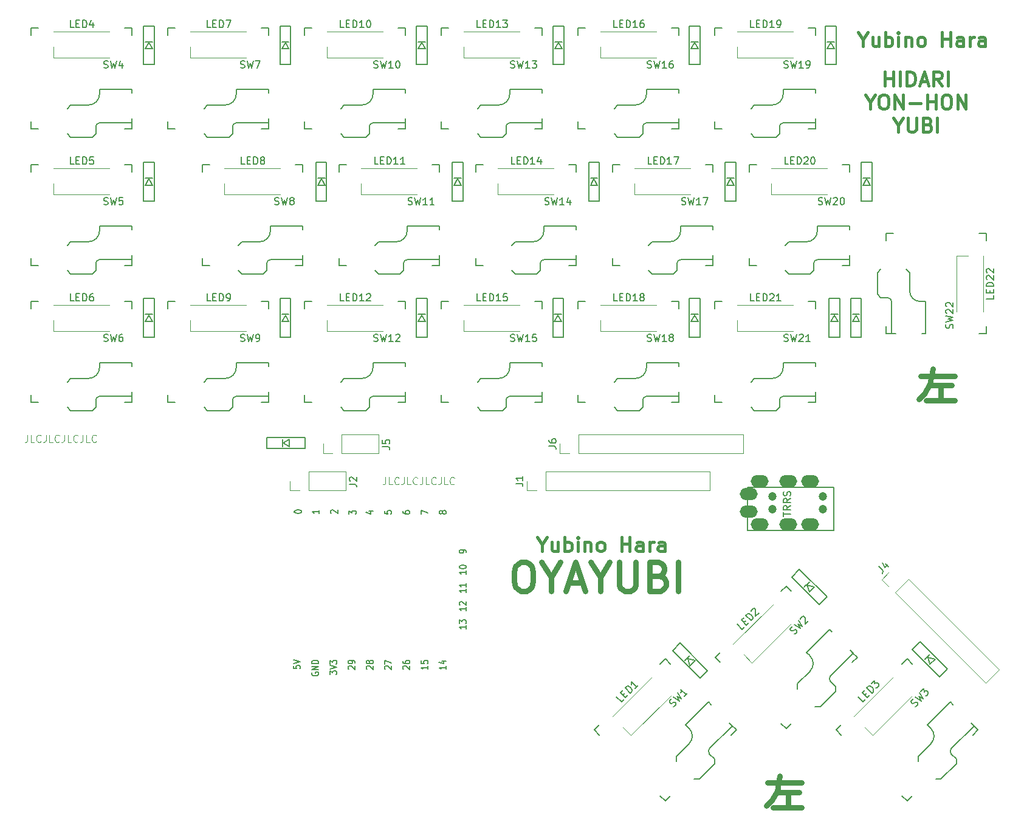
<source format=gbr>
G04 #@! TF.GenerationSoftware,KiCad,Pcbnew,8.0.3*
G04 #@! TF.CreationDate,2024-06-24T22:19:19+09:00*
G04 #@! TF.ProjectId,sepsepkbd,73657073-6570-46b6-9264-2e6b69636164,2.1*
G04 #@! TF.SameCoordinates,Original*
G04 #@! TF.FileFunction,Legend,Top*
G04 #@! TF.FilePolarity,Positive*
%FSLAX46Y46*%
G04 Gerber Fmt 4.6, Leading zero omitted, Abs format (unit mm)*
G04 Created by KiCad (PCBNEW 8.0.3) date 2024-06-24 22:19:19*
%MOMM*%
%LPD*%
G01*
G04 APERTURE LIST*
%ADD10C,0.100000*%
%ADD11C,0.800000*%
%ADD12C,0.150000*%
%ADD13C,0.400000*%
%ADD14C,0.120000*%
%ADD15C,1.200000*%
%ADD16O,2.500000X1.700000*%
G04 APERTURE END LIST*
D10*
X71381234Y-82672419D02*
X71381234Y-83386704D01*
X71381234Y-83386704D02*
X71333615Y-83529561D01*
X71333615Y-83529561D02*
X71238377Y-83624800D01*
X71238377Y-83624800D02*
X71095520Y-83672419D01*
X71095520Y-83672419D02*
X71000282Y-83672419D01*
X72333615Y-83672419D02*
X71857425Y-83672419D01*
X71857425Y-83672419D02*
X71857425Y-82672419D01*
X73238377Y-83577180D02*
X73190758Y-83624800D01*
X73190758Y-83624800D02*
X73047901Y-83672419D01*
X73047901Y-83672419D02*
X72952663Y-83672419D01*
X72952663Y-83672419D02*
X72809806Y-83624800D01*
X72809806Y-83624800D02*
X72714568Y-83529561D01*
X72714568Y-83529561D02*
X72666949Y-83434323D01*
X72666949Y-83434323D02*
X72619330Y-83243847D01*
X72619330Y-83243847D02*
X72619330Y-83100990D01*
X72619330Y-83100990D02*
X72666949Y-82910514D01*
X72666949Y-82910514D02*
X72714568Y-82815276D01*
X72714568Y-82815276D02*
X72809806Y-82720038D01*
X72809806Y-82720038D02*
X72952663Y-82672419D01*
X72952663Y-82672419D02*
X73047901Y-82672419D01*
X73047901Y-82672419D02*
X73190758Y-82720038D01*
X73190758Y-82720038D02*
X73238377Y-82767657D01*
X73952663Y-82672419D02*
X73952663Y-83386704D01*
X73952663Y-83386704D02*
X73905044Y-83529561D01*
X73905044Y-83529561D02*
X73809806Y-83624800D01*
X73809806Y-83624800D02*
X73666949Y-83672419D01*
X73666949Y-83672419D02*
X73571711Y-83672419D01*
X74905044Y-83672419D02*
X74428854Y-83672419D01*
X74428854Y-83672419D02*
X74428854Y-82672419D01*
X75809806Y-83577180D02*
X75762187Y-83624800D01*
X75762187Y-83624800D02*
X75619330Y-83672419D01*
X75619330Y-83672419D02*
X75524092Y-83672419D01*
X75524092Y-83672419D02*
X75381235Y-83624800D01*
X75381235Y-83624800D02*
X75285997Y-83529561D01*
X75285997Y-83529561D02*
X75238378Y-83434323D01*
X75238378Y-83434323D02*
X75190759Y-83243847D01*
X75190759Y-83243847D02*
X75190759Y-83100990D01*
X75190759Y-83100990D02*
X75238378Y-82910514D01*
X75238378Y-82910514D02*
X75285997Y-82815276D01*
X75285997Y-82815276D02*
X75381235Y-82720038D01*
X75381235Y-82720038D02*
X75524092Y-82672419D01*
X75524092Y-82672419D02*
X75619330Y-82672419D01*
X75619330Y-82672419D02*
X75762187Y-82720038D01*
X75762187Y-82720038D02*
X75809806Y-82767657D01*
X76524092Y-82672419D02*
X76524092Y-83386704D01*
X76524092Y-83386704D02*
X76476473Y-83529561D01*
X76476473Y-83529561D02*
X76381235Y-83624800D01*
X76381235Y-83624800D02*
X76238378Y-83672419D01*
X76238378Y-83672419D02*
X76143140Y-83672419D01*
X77476473Y-83672419D02*
X77000283Y-83672419D01*
X77000283Y-83672419D02*
X77000283Y-82672419D01*
X78381235Y-83577180D02*
X78333616Y-83624800D01*
X78333616Y-83624800D02*
X78190759Y-83672419D01*
X78190759Y-83672419D02*
X78095521Y-83672419D01*
X78095521Y-83672419D02*
X77952664Y-83624800D01*
X77952664Y-83624800D02*
X77857426Y-83529561D01*
X77857426Y-83529561D02*
X77809807Y-83434323D01*
X77809807Y-83434323D02*
X77762188Y-83243847D01*
X77762188Y-83243847D02*
X77762188Y-83100990D01*
X77762188Y-83100990D02*
X77809807Y-82910514D01*
X77809807Y-82910514D02*
X77857426Y-82815276D01*
X77857426Y-82815276D02*
X77952664Y-82720038D01*
X77952664Y-82720038D02*
X78095521Y-82672419D01*
X78095521Y-82672419D02*
X78190759Y-82672419D01*
X78190759Y-82672419D02*
X78333616Y-82720038D01*
X78333616Y-82720038D02*
X78381235Y-82767657D01*
X79095521Y-82672419D02*
X79095521Y-83386704D01*
X79095521Y-83386704D02*
X79047902Y-83529561D01*
X79047902Y-83529561D02*
X78952664Y-83624800D01*
X78952664Y-83624800D02*
X78809807Y-83672419D01*
X78809807Y-83672419D02*
X78714569Y-83672419D01*
X80047902Y-83672419D02*
X79571712Y-83672419D01*
X79571712Y-83672419D02*
X79571712Y-82672419D01*
X80952664Y-83577180D02*
X80905045Y-83624800D01*
X80905045Y-83624800D02*
X80762188Y-83672419D01*
X80762188Y-83672419D02*
X80666950Y-83672419D01*
X80666950Y-83672419D02*
X80524093Y-83624800D01*
X80524093Y-83624800D02*
X80428855Y-83529561D01*
X80428855Y-83529561D02*
X80381236Y-83434323D01*
X80381236Y-83434323D02*
X80333617Y-83243847D01*
X80333617Y-83243847D02*
X80333617Y-83100990D01*
X80333617Y-83100990D02*
X80381236Y-82910514D01*
X80381236Y-82910514D02*
X80428855Y-82815276D01*
X80428855Y-82815276D02*
X80524093Y-82720038D01*
X80524093Y-82720038D02*
X80666950Y-82672419D01*
X80666950Y-82672419D02*
X80762188Y-82672419D01*
X80762188Y-82672419D02*
X80905045Y-82720038D01*
X80905045Y-82720038D02*
X80952664Y-82767657D01*
X21489598Y-76772419D02*
X21489598Y-77486704D01*
X21489598Y-77486704D02*
X21441979Y-77629561D01*
X21441979Y-77629561D02*
X21346741Y-77724800D01*
X21346741Y-77724800D02*
X21203884Y-77772419D01*
X21203884Y-77772419D02*
X21108646Y-77772419D01*
X22441979Y-77772419D02*
X21965789Y-77772419D01*
X21965789Y-77772419D02*
X21965789Y-76772419D01*
X23346741Y-77677180D02*
X23299122Y-77724800D01*
X23299122Y-77724800D02*
X23156265Y-77772419D01*
X23156265Y-77772419D02*
X23061027Y-77772419D01*
X23061027Y-77772419D02*
X22918170Y-77724800D01*
X22918170Y-77724800D02*
X22822932Y-77629561D01*
X22822932Y-77629561D02*
X22775313Y-77534323D01*
X22775313Y-77534323D02*
X22727694Y-77343847D01*
X22727694Y-77343847D02*
X22727694Y-77200990D01*
X22727694Y-77200990D02*
X22775313Y-77010514D01*
X22775313Y-77010514D02*
X22822932Y-76915276D01*
X22822932Y-76915276D02*
X22918170Y-76820038D01*
X22918170Y-76820038D02*
X23061027Y-76772419D01*
X23061027Y-76772419D02*
X23156265Y-76772419D01*
X23156265Y-76772419D02*
X23299122Y-76820038D01*
X23299122Y-76820038D02*
X23346741Y-76867657D01*
X24061027Y-76772419D02*
X24061027Y-77486704D01*
X24061027Y-77486704D02*
X24013408Y-77629561D01*
X24013408Y-77629561D02*
X23918170Y-77724800D01*
X23918170Y-77724800D02*
X23775313Y-77772419D01*
X23775313Y-77772419D02*
X23680075Y-77772419D01*
X25013408Y-77772419D02*
X24537218Y-77772419D01*
X24537218Y-77772419D02*
X24537218Y-76772419D01*
X25918170Y-77677180D02*
X25870551Y-77724800D01*
X25870551Y-77724800D02*
X25727694Y-77772419D01*
X25727694Y-77772419D02*
X25632456Y-77772419D01*
X25632456Y-77772419D02*
X25489599Y-77724800D01*
X25489599Y-77724800D02*
X25394361Y-77629561D01*
X25394361Y-77629561D02*
X25346742Y-77534323D01*
X25346742Y-77534323D02*
X25299123Y-77343847D01*
X25299123Y-77343847D02*
X25299123Y-77200990D01*
X25299123Y-77200990D02*
X25346742Y-77010514D01*
X25346742Y-77010514D02*
X25394361Y-76915276D01*
X25394361Y-76915276D02*
X25489599Y-76820038D01*
X25489599Y-76820038D02*
X25632456Y-76772419D01*
X25632456Y-76772419D02*
X25727694Y-76772419D01*
X25727694Y-76772419D02*
X25870551Y-76820038D01*
X25870551Y-76820038D02*
X25918170Y-76867657D01*
X26632456Y-76772419D02*
X26632456Y-77486704D01*
X26632456Y-77486704D02*
X26584837Y-77629561D01*
X26584837Y-77629561D02*
X26489599Y-77724800D01*
X26489599Y-77724800D02*
X26346742Y-77772419D01*
X26346742Y-77772419D02*
X26251504Y-77772419D01*
X27584837Y-77772419D02*
X27108647Y-77772419D01*
X27108647Y-77772419D02*
X27108647Y-76772419D01*
X28489599Y-77677180D02*
X28441980Y-77724800D01*
X28441980Y-77724800D02*
X28299123Y-77772419D01*
X28299123Y-77772419D02*
X28203885Y-77772419D01*
X28203885Y-77772419D02*
X28061028Y-77724800D01*
X28061028Y-77724800D02*
X27965790Y-77629561D01*
X27965790Y-77629561D02*
X27918171Y-77534323D01*
X27918171Y-77534323D02*
X27870552Y-77343847D01*
X27870552Y-77343847D02*
X27870552Y-77200990D01*
X27870552Y-77200990D02*
X27918171Y-77010514D01*
X27918171Y-77010514D02*
X27965790Y-76915276D01*
X27965790Y-76915276D02*
X28061028Y-76820038D01*
X28061028Y-76820038D02*
X28203885Y-76772419D01*
X28203885Y-76772419D02*
X28299123Y-76772419D01*
X28299123Y-76772419D02*
X28441980Y-76820038D01*
X28441980Y-76820038D02*
X28489599Y-76867657D01*
X29203885Y-76772419D02*
X29203885Y-77486704D01*
X29203885Y-77486704D02*
X29156266Y-77629561D01*
X29156266Y-77629561D02*
X29061028Y-77724800D01*
X29061028Y-77724800D02*
X28918171Y-77772419D01*
X28918171Y-77772419D02*
X28822933Y-77772419D01*
X30156266Y-77772419D02*
X29680076Y-77772419D01*
X29680076Y-77772419D02*
X29680076Y-76772419D01*
X31061028Y-77677180D02*
X31013409Y-77724800D01*
X31013409Y-77724800D02*
X30870552Y-77772419D01*
X30870552Y-77772419D02*
X30775314Y-77772419D01*
X30775314Y-77772419D02*
X30632457Y-77724800D01*
X30632457Y-77724800D02*
X30537219Y-77629561D01*
X30537219Y-77629561D02*
X30489600Y-77534323D01*
X30489600Y-77534323D02*
X30441981Y-77343847D01*
X30441981Y-77343847D02*
X30441981Y-77200990D01*
X30441981Y-77200990D02*
X30489600Y-77010514D01*
X30489600Y-77010514D02*
X30537219Y-76915276D01*
X30537219Y-76915276D02*
X30632457Y-76820038D01*
X30632457Y-76820038D02*
X30775314Y-76772419D01*
X30775314Y-76772419D02*
X30870552Y-76772419D01*
X30870552Y-76772419D02*
X31013409Y-76820038D01*
X31013409Y-76820038D02*
X31061028Y-76867657D01*
D11*
X124589379Y-125240304D02*
X129351284Y-125240304D01*
X125922712Y-126573638D02*
X128970331Y-126573638D01*
X125351284Y-128668876D02*
X129351284Y-128668876D01*
X127446522Y-126573638D02*
X127446522Y-128668876D01*
X126303665Y-124287923D02*
X125922712Y-126383161D01*
X125922712Y-126383161D02*
X125160808Y-127716495D01*
X125160808Y-127716495D02*
X124398903Y-128478400D01*
X145897743Y-68540304D02*
X150659648Y-68540304D01*
X147231076Y-69873638D02*
X150278695Y-69873638D01*
X146659648Y-71968876D02*
X150659648Y-71968876D01*
X148754886Y-69873638D02*
X148754886Y-71968876D01*
X147612029Y-67587923D02*
X147231076Y-69683161D01*
X147231076Y-69683161D02*
X146469172Y-71016495D01*
X146469172Y-71016495D02*
X145707267Y-71778400D01*
D12*
X94124819Y-78333333D02*
X94839104Y-78333333D01*
X94839104Y-78333333D02*
X94981961Y-78380952D01*
X94981961Y-78380952D02*
X95077200Y-78476190D01*
X95077200Y-78476190D02*
X95124819Y-78619047D01*
X95124819Y-78619047D02*
X95124819Y-78714285D01*
X94124819Y-77428571D02*
X94124819Y-77619047D01*
X94124819Y-77619047D02*
X94172438Y-77714285D01*
X94172438Y-77714285D02*
X94220057Y-77761904D01*
X94220057Y-77761904D02*
X94362914Y-77857142D01*
X94362914Y-77857142D02*
X94553390Y-77904761D01*
X94553390Y-77904761D02*
X94934342Y-77904761D01*
X94934342Y-77904761D02*
X95029580Y-77857142D01*
X95029580Y-77857142D02*
X95077200Y-77809523D01*
X95077200Y-77809523D02*
X95124819Y-77714285D01*
X95124819Y-77714285D02*
X95124819Y-77523809D01*
X95124819Y-77523809D02*
X95077200Y-77428571D01*
X95077200Y-77428571D02*
X95029580Y-77380952D01*
X95029580Y-77380952D02*
X94934342Y-77333333D01*
X94934342Y-77333333D02*
X94696247Y-77333333D01*
X94696247Y-77333333D02*
X94601009Y-77380952D01*
X94601009Y-77380952D02*
X94553390Y-77428571D01*
X94553390Y-77428571D02*
X94505771Y-77523809D01*
X94505771Y-77523809D02*
X94505771Y-77714285D01*
X94505771Y-77714285D02*
X94553390Y-77809523D01*
X94553390Y-77809523D02*
X94601009Y-77857142D01*
X94601009Y-77857142D02*
X94696247Y-77904761D01*
X70954819Y-78433333D02*
X71669104Y-78433333D01*
X71669104Y-78433333D02*
X71811961Y-78480952D01*
X71811961Y-78480952D02*
X71907200Y-78576190D01*
X71907200Y-78576190D02*
X71954819Y-78719047D01*
X71954819Y-78719047D02*
X71954819Y-78814285D01*
X70954819Y-77480952D02*
X70954819Y-77957142D01*
X70954819Y-77957142D02*
X71431009Y-78004761D01*
X71431009Y-78004761D02*
X71383390Y-77957142D01*
X71383390Y-77957142D02*
X71335771Y-77861904D01*
X71335771Y-77861904D02*
X71335771Y-77623809D01*
X71335771Y-77623809D02*
X71383390Y-77528571D01*
X71383390Y-77528571D02*
X71431009Y-77480952D01*
X71431009Y-77480952D02*
X71526247Y-77433333D01*
X71526247Y-77433333D02*
X71764342Y-77433333D01*
X71764342Y-77433333D02*
X71859580Y-77480952D01*
X71859580Y-77480952D02*
X71907200Y-77528571D01*
X71907200Y-77528571D02*
X71954819Y-77623809D01*
X71954819Y-77623809D02*
X71954819Y-77861904D01*
X71954819Y-77861904D02*
X71907200Y-77957142D01*
X71907200Y-77957142D02*
X71859580Y-78004761D01*
X140122873Y-95102642D02*
X140627949Y-95607718D01*
X140627949Y-95607718D02*
X140695293Y-95742405D01*
X140695293Y-95742405D02*
X140695293Y-95877092D01*
X140695293Y-95877092D02*
X140627949Y-96011779D01*
X140627949Y-96011779D02*
X140560606Y-96079123D01*
X140998339Y-94698581D02*
X141469743Y-95169985D01*
X140560606Y-94597565D02*
X140897323Y-95271000D01*
X140897323Y-95271000D02*
X141335056Y-94833268D01*
X66346455Y-83633333D02*
X67060740Y-83633333D01*
X67060740Y-83633333D02*
X67203597Y-83680952D01*
X67203597Y-83680952D02*
X67298836Y-83776190D01*
X67298836Y-83776190D02*
X67346455Y-83919047D01*
X67346455Y-83919047D02*
X67346455Y-84014285D01*
X66441693Y-83204761D02*
X66394074Y-83157142D01*
X66394074Y-83157142D02*
X66346455Y-83061904D01*
X66346455Y-83061904D02*
X66346455Y-82823809D01*
X66346455Y-82823809D02*
X66394074Y-82728571D01*
X66394074Y-82728571D02*
X66441693Y-82680952D01*
X66441693Y-82680952D02*
X66536931Y-82633333D01*
X66536931Y-82633333D02*
X66632169Y-82633333D01*
X66632169Y-82633333D02*
X66775026Y-82680952D01*
X66775026Y-82680952D02*
X67346455Y-83252380D01*
X67346455Y-83252380D02*
X67346455Y-82633333D01*
X89516455Y-83533333D02*
X90230740Y-83533333D01*
X90230740Y-83533333D02*
X90373597Y-83580952D01*
X90373597Y-83580952D02*
X90468836Y-83676190D01*
X90468836Y-83676190D02*
X90516455Y-83819047D01*
X90516455Y-83819047D02*
X90516455Y-83914285D01*
X90516455Y-82533333D02*
X90516455Y-83104761D01*
X90516455Y-82819047D02*
X89516455Y-82819047D01*
X89516455Y-82819047D02*
X89659312Y-82914285D01*
X89659312Y-82914285D02*
X89754550Y-83009523D01*
X89754550Y-83009523D02*
X89802169Y-83104761D01*
X47000952Y-20004819D02*
X46524762Y-20004819D01*
X46524762Y-20004819D02*
X46524762Y-19004819D01*
X47334286Y-19481009D02*
X47667619Y-19481009D01*
X47810476Y-20004819D02*
X47334286Y-20004819D01*
X47334286Y-20004819D02*
X47334286Y-19004819D01*
X47334286Y-19004819D02*
X47810476Y-19004819D01*
X48239048Y-20004819D02*
X48239048Y-19004819D01*
X48239048Y-19004819D02*
X48477143Y-19004819D01*
X48477143Y-19004819D02*
X48620000Y-19052438D01*
X48620000Y-19052438D02*
X48715238Y-19147676D01*
X48715238Y-19147676D02*
X48762857Y-19242914D01*
X48762857Y-19242914D02*
X48810476Y-19433390D01*
X48810476Y-19433390D02*
X48810476Y-19576247D01*
X48810476Y-19576247D02*
X48762857Y-19766723D01*
X48762857Y-19766723D02*
X48715238Y-19861961D01*
X48715238Y-19861961D02*
X48620000Y-19957200D01*
X48620000Y-19957200D02*
X48477143Y-20004819D01*
X48477143Y-20004819D02*
X48239048Y-20004819D01*
X49143810Y-19004819D02*
X49810476Y-19004819D01*
X49810476Y-19004819D02*
X49381905Y-20004819D01*
X93567976Y-44652200D02*
X93710833Y-44699819D01*
X93710833Y-44699819D02*
X93948928Y-44699819D01*
X93948928Y-44699819D02*
X94044166Y-44652200D01*
X94044166Y-44652200D02*
X94091785Y-44604580D01*
X94091785Y-44604580D02*
X94139404Y-44509342D01*
X94139404Y-44509342D02*
X94139404Y-44414104D01*
X94139404Y-44414104D02*
X94091785Y-44318866D01*
X94091785Y-44318866D02*
X94044166Y-44271247D01*
X94044166Y-44271247D02*
X93948928Y-44223628D01*
X93948928Y-44223628D02*
X93758452Y-44176009D01*
X93758452Y-44176009D02*
X93663214Y-44128390D01*
X93663214Y-44128390D02*
X93615595Y-44080771D01*
X93615595Y-44080771D02*
X93567976Y-43985533D01*
X93567976Y-43985533D02*
X93567976Y-43890295D01*
X93567976Y-43890295D02*
X93615595Y-43795057D01*
X93615595Y-43795057D02*
X93663214Y-43747438D01*
X93663214Y-43747438D02*
X93758452Y-43699819D01*
X93758452Y-43699819D02*
X93996547Y-43699819D01*
X93996547Y-43699819D02*
X94139404Y-43747438D01*
X94472738Y-43699819D02*
X94710833Y-44699819D01*
X94710833Y-44699819D02*
X94901309Y-43985533D01*
X94901309Y-43985533D02*
X95091785Y-44699819D01*
X95091785Y-44699819D02*
X95329881Y-43699819D01*
X96234642Y-44699819D02*
X95663214Y-44699819D01*
X95948928Y-44699819D02*
X95948928Y-43699819D01*
X95948928Y-43699819D02*
X95853690Y-43842676D01*
X95853690Y-43842676D02*
X95758452Y-43937914D01*
X95758452Y-43937914D02*
X95663214Y-43985533D01*
X97091785Y-44033152D02*
X97091785Y-44699819D01*
X96853690Y-43652200D02*
X96615595Y-44366485D01*
X96615595Y-44366485D02*
X97234642Y-44366485D01*
X65574761Y-20004819D02*
X65098571Y-20004819D01*
X65098571Y-20004819D02*
X65098571Y-19004819D01*
X65908095Y-19481009D02*
X66241428Y-19481009D01*
X66384285Y-20004819D02*
X65908095Y-20004819D01*
X65908095Y-20004819D02*
X65908095Y-19004819D01*
X65908095Y-19004819D02*
X66384285Y-19004819D01*
X66812857Y-20004819D02*
X66812857Y-19004819D01*
X66812857Y-19004819D02*
X67050952Y-19004819D01*
X67050952Y-19004819D02*
X67193809Y-19052438D01*
X67193809Y-19052438D02*
X67289047Y-19147676D01*
X67289047Y-19147676D02*
X67336666Y-19242914D01*
X67336666Y-19242914D02*
X67384285Y-19433390D01*
X67384285Y-19433390D02*
X67384285Y-19576247D01*
X67384285Y-19576247D02*
X67336666Y-19766723D01*
X67336666Y-19766723D02*
X67289047Y-19861961D01*
X67289047Y-19861961D02*
X67193809Y-19957200D01*
X67193809Y-19957200D02*
X67050952Y-20004819D01*
X67050952Y-20004819D02*
X66812857Y-20004819D01*
X68336666Y-20004819D02*
X67765238Y-20004819D01*
X68050952Y-20004819D02*
X68050952Y-19004819D01*
X68050952Y-19004819D02*
X67955714Y-19147676D01*
X67955714Y-19147676D02*
X67860476Y-19242914D01*
X67860476Y-19242914D02*
X67765238Y-19290533D01*
X68955714Y-19004819D02*
X69050952Y-19004819D01*
X69050952Y-19004819D02*
X69146190Y-19052438D01*
X69146190Y-19052438D02*
X69193809Y-19100057D01*
X69193809Y-19100057D02*
X69241428Y-19195295D01*
X69241428Y-19195295D02*
X69289047Y-19385771D01*
X69289047Y-19385771D02*
X69289047Y-19623866D01*
X69289047Y-19623866D02*
X69241428Y-19814342D01*
X69241428Y-19814342D02*
X69193809Y-19909580D01*
X69193809Y-19909580D02*
X69146190Y-19957200D01*
X69146190Y-19957200D02*
X69050952Y-20004819D01*
X69050952Y-20004819D02*
X68955714Y-20004819D01*
X68955714Y-20004819D02*
X68860476Y-19957200D01*
X68860476Y-19957200D02*
X68812857Y-19909580D01*
X68812857Y-19909580D02*
X68765238Y-19814342D01*
X68765238Y-19814342D02*
X68717619Y-19623866D01*
X68717619Y-19623866D02*
X68717619Y-19385771D01*
X68717619Y-19385771D02*
X68765238Y-19195295D01*
X68765238Y-19195295D02*
X68812857Y-19100057D01*
X68812857Y-19100057D02*
X68860476Y-19052438D01*
X68860476Y-19052438D02*
X68955714Y-19004819D01*
X150394700Y-61929523D02*
X150442319Y-61786666D01*
X150442319Y-61786666D02*
X150442319Y-61548571D01*
X150442319Y-61548571D02*
X150394700Y-61453333D01*
X150394700Y-61453333D02*
X150347080Y-61405714D01*
X150347080Y-61405714D02*
X150251842Y-61358095D01*
X150251842Y-61358095D02*
X150156604Y-61358095D01*
X150156604Y-61358095D02*
X150061366Y-61405714D01*
X150061366Y-61405714D02*
X150013747Y-61453333D01*
X150013747Y-61453333D02*
X149966128Y-61548571D01*
X149966128Y-61548571D02*
X149918509Y-61739047D01*
X149918509Y-61739047D02*
X149870890Y-61834285D01*
X149870890Y-61834285D02*
X149823271Y-61881904D01*
X149823271Y-61881904D02*
X149728033Y-61929523D01*
X149728033Y-61929523D02*
X149632795Y-61929523D01*
X149632795Y-61929523D02*
X149537557Y-61881904D01*
X149537557Y-61881904D02*
X149489938Y-61834285D01*
X149489938Y-61834285D02*
X149442319Y-61739047D01*
X149442319Y-61739047D02*
X149442319Y-61500952D01*
X149442319Y-61500952D02*
X149489938Y-61358095D01*
X149442319Y-61024761D02*
X150442319Y-60786666D01*
X150442319Y-60786666D02*
X149728033Y-60596190D01*
X149728033Y-60596190D02*
X150442319Y-60405714D01*
X150442319Y-60405714D02*
X149442319Y-60167619D01*
X149537557Y-59834285D02*
X149489938Y-59786666D01*
X149489938Y-59786666D02*
X149442319Y-59691428D01*
X149442319Y-59691428D02*
X149442319Y-59453333D01*
X149442319Y-59453333D02*
X149489938Y-59358095D01*
X149489938Y-59358095D02*
X149537557Y-59310476D01*
X149537557Y-59310476D02*
X149632795Y-59262857D01*
X149632795Y-59262857D02*
X149728033Y-59262857D01*
X149728033Y-59262857D02*
X149870890Y-59310476D01*
X149870890Y-59310476D02*
X150442319Y-59881904D01*
X150442319Y-59881904D02*
X150442319Y-59262857D01*
X149537557Y-58881904D02*
X149489938Y-58834285D01*
X149489938Y-58834285D02*
X149442319Y-58739047D01*
X149442319Y-58739047D02*
X149442319Y-58500952D01*
X149442319Y-58500952D02*
X149489938Y-58405714D01*
X149489938Y-58405714D02*
X149537557Y-58358095D01*
X149537557Y-58358095D02*
X149632795Y-58310476D01*
X149632795Y-58310476D02*
X149728033Y-58310476D01*
X149728033Y-58310476D02*
X149870890Y-58358095D01*
X149870890Y-58358095D02*
X150442319Y-58929523D01*
X150442319Y-58929523D02*
X150442319Y-58310476D01*
X51763452Y-39054819D02*
X51287262Y-39054819D01*
X51287262Y-39054819D02*
X51287262Y-38054819D01*
X52096786Y-38531009D02*
X52430119Y-38531009D01*
X52572976Y-39054819D02*
X52096786Y-39054819D01*
X52096786Y-39054819D02*
X52096786Y-38054819D01*
X52096786Y-38054819D02*
X52572976Y-38054819D01*
X53001548Y-39054819D02*
X53001548Y-38054819D01*
X53001548Y-38054819D02*
X53239643Y-38054819D01*
X53239643Y-38054819D02*
X53382500Y-38102438D01*
X53382500Y-38102438D02*
X53477738Y-38197676D01*
X53477738Y-38197676D02*
X53525357Y-38292914D01*
X53525357Y-38292914D02*
X53572976Y-38483390D01*
X53572976Y-38483390D02*
X53572976Y-38626247D01*
X53572976Y-38626247D02*
X53525357Y-38816723D01*
X53525357Y-38816723D02*
X53477738Y-38911961D01*
X53477738Y-38911961D02*
X53382500Y-39007200D01*
X53382500Y-39007200D02*
X53239643Y-39054819D01*
X53239643Y-39054819D02*
X53001548Y-39054819D01*
X54144405Y-38483390D02*
X54049167Y-38435771D01*
X54049167Y-38435771D02*
X54001548Y-38388152D01*
X54001548Y-38388152D02*
X53953929Y-38292914D01*
X53953929Y-38292914D02*
X53953929Y-38245295D01*
X53953929Y-38245295D02*
X54001548Y-38150057D01*
X54001548Y-38150057D02*
X54049167Y-38102438D01*
X54049167Y-38102438D02*
X54144405Y-38054819D01*
X54144405Y-38054819D02*
X54334881Y-38054819D01*
X54334881Y-38054819D02*
X54430119Y-38102438D01*
X54430119Y-38102438D02*
X54477738Y-38150057D01*
X54477738Y-38150057D02*
X54525357Y-38245295D01*
X54525357Y-38245295D02*
X54525357Y-38292914D01*
X54525357Y-38292914D02*
X54477738Y-38388152D01*
X54477738Y-38388152D02*
X54430119Y-38435771D01*
X54430119Y-38435771D02*
X54334881Y-38483390D01*
X54334881Y-38483390D02*
X54144405Y-38483390D01*
X54144405Y-38483390D02*
X54049167Y-38531009D01*
X54049167Y-38531009D02*
X54001548Y-38578628D01*
X54001548Y-38578628D02*
X53953929Y-38673866D01*
X53953929Y-38673866D02*
X53953929Y-38864342D01*
X53953929Y-38864342D02*
X54001548Y-38959580D01*
X54001548Y-38959580D02*
X54049167Y-39007200D01*
X54049167Y-39007200D02*
X54144405Y-39054819D01*
X54144405Y-39054819D02*
X54334881Y-39054819D01*
X54334881Y-39054819D02*
X54430119Y-39007200D01*
X54430119Y-39007200D02*
X54477738Y-38959580D01*
X54477738Y-38959580D02*
X54525357Y-38864342D01*
X54525357Y-38864342D02*
X54525357Y-38673866D01*
X54525357Y-38673866D02*
X54477738Y-38578628D01*
X54477738Y-38578628D02*
X54430119Y-38531009D01*
X54430119Y-38531009D02*
X54334881Y-38483390D01*
X84624761Y-20004819D02*
X84148571Y-20004819D01*
X84148571Y-20004819D02*
X84148571Y-19004819D01*
X84958095Y-19481009D02*
X85291428Y-19481009D01*
X85434285Y-20004819D02*
X84958095Y-20004819D01*
X84958095Y-20004819D02*
X84958095Y-19004819D01*
X84958095Y-19004819D02*
X85434285Y-19004819D01*
X85862857Y-20004819D02*
X85862857Y-19004819D01*
X85862857Y-19004819D02*
X86100952Y-19004819D01*
X86100952Y-19004819D02*
X86243809Y-19052438D01*
X86243809Y-19052438D02*
X86339047Y-19147676D01*
X86339047Y-19147676D02*
X86386666Y-19242914D01*
X86386666Y-19242914D02*
X86434285Y-19433390D01*
X86434285Y-19433390D02*
X86434285Y-19576247D01*
X86434285Y-19576247D02*
X86386666Y-19766723D01*
X86386666Y-19766723D02*
X86339047Y-19861961D01*
X86339047Y-19861961D02*
X86243809Y-19957200D01*
X86243809Y-19957200D02*
X86100952Y-20004819D01*
X86100952Y-20004819D02*
X85862857Y-20004819D01*
X87386666Y-20004819D02*
X86815238Y-20004819D01*
X87100952Y-20004819D02*
X87100952Y-19004819D01*
X87100952Y-19004819D02*
X87005714Y-19147676D01*
X87005714Y-19147676D02*
X86910476Y-19242914D01*
X86910476Y-19242914D02*
X86815238Y-19290533D01*
X87720000Y-19004819D02*
X88339047Y-19004819D01*
X88339047Y-19004819D02*
X88005714Y-19385771D01*
X88005714Y-19385771D02*
X88148571Y-19385771D01*
X88148571Y-19385771D02*
X88243809Y-19433390D01*
X88243809Y-19433390D02*
X88291428Y-19481009D01*
X88291428Y-19481009D02*
X88339047Y-19576247D01*
X88339047Y-19576247D02*
X88339047Y-19814342D01*
X88339047Y-19814342D02*
X88291428Y-19909580D01*
X88291428Y-19909580D02*
X88243809Y-19957200D01*
X88243809Y-19957200D02*
X88148571Y-20004819D01*
X88148571Y-20004819D02*
X87862857Y-20004819D01*
X87862857Y-20004819D02*
X87767619Y-19957200D01*
X87767619Y-19957200D02*
X87720000Y-19909580D01*
X112617976Y-44652200D02*
X112760833Y-44699819D01*
X112760833Y-44699819D02*
X112998928Y-44699819D01*
X112998928Y-44699819D02*
X113094166Y-44652200D01*
X113094166Y-44652200D02*
X113141785Y-44604580D01*
X113141785Y-44604580D02*
X113189404Y-44509342D01*
X113189404Y-44509342D02*
X113189404Y-44414104D01*
X113189404Y-44414104D02*
X113141785Y-44318866D01*
X113141785Y-44318866D02*
X113094166Y-44271247D01*
X113094166Y-44271247D02*
X112998928Y-44223628D01*
X112998928Y-44223628D02*
X112808452Y-44176009D01*
X112808452Y-44176009D02*
X112713214Y-44128390D01*
X112713214Y-44128390D02*
X112665595Y-44080771D01*
X112665595Y-44080771D02*
X112617976Y-43985533D01*
X112617976Y-43985533D02*
X112617976Y-43890295D01*
X112617976Y-43890295D02*
X112665595Y-43795057D01*
X112665595Y-43795057D02*
X112713214Y-43747438D01*
X112713214Y-43747438D02*
X112808452Y-43699819D01*
X112808452Y-43699819D02*
X113046547Y-43699819D01*
X113046547Y-43699819D02*
X113189404Y-43747438D01*
X113522738Y-43699819D02*
X113760833Y-44699819D01*
X113760833Y-44699819D02*
X113951309Y-43985533D01*
X113951309Y-43985533D02*
X114141785Y-44699819D01*
X114141785Y-44699819D02*
X114379881Y-43699819D01*
X115284642Y-44699819D02*
X114713214Y-44699819D01*
X114998928Y-44699819D02*
X114998928Y-43699819D01*
X114998928Y-43699819D02*
X114903690Y-43842676D01*
X114903690Y-43842676D02*
X114808452Y-43937914D01*
X114808452Y-43937914D02*
X114713214Y-43985533D01*
X115617976Y-43699819D02*
X116284642Y-43699819D01*
X116284642Y-43699819D02*
X115856071Y-44699819D01*
X69755476Y-63702200D02*
X69898333Y-63749819D01*
X69898333Y-63749819D02*
X70136428Y-63749819D01*
X70136428Y-63749819D02*
X70231666Y-63702200D01*
X70231666Y-63702200D02*
X70279285Y-63654580D01*
X70279285Y-63654580D02*
X70326904Y-63559342D01*
X70326904Y-63559342D02*
X70326904Y-63464104D01*
X70326904Y-63464104D02*
X70279285Y-63368866D01*
X70279285Y-63368866D02*
X70231666Y-63321247D01*
X70231666Y-63321247D02*
X70136428Y-63273628D01*
X70136428Y-63273628D02*
X69945952Y-63226009D01*
X69945952Y-63226009D02*
X69850714Y-63178390D01*
X69850714Y-63178390D02*
X69803095Y-63130771D01*
X69803095Y-63130771D02*
X69755476Y-63035533D01*
X69755476Y-63035533D02*
X69755476Y-62940295D01*
X69755476Y-62940295D02*
X69803095Y-62845057D01*
X69803095Y-62845057D02*
X69850714Y-62797438D01*
X69850714Y-62797438D02*
X69945952Y-62749819D01*
X69945952Y-62749819D02*
X70184047Y-62749819D01*
X70184047Y-62749819D02*
X70326904Y-62797438D01*
X70660238Y-62749819D02*
X70898333Y-63749819D01*
X70898333Y-63749819D02*
X71088809Y-63035533D01*
X71088809Y-63035533D02*
X71279285Y-63749819D01*
X71279285Y-63749819D02*
X71517381Y-62749819D01*
X72422142Y-63749819D02*
X71850714Y-63749819D01*
X72136428Y-63749819D02*
X72136428Y-62749819D01*
X72136428Y-62749819D02*
X72041190Y-62892676D01*
X72041190Y-62892676D02*
X71945952Y-62987914D01*
X71945952Y-62987914D02*
X71850714Y-63035533D01*
X72803095Y-62845057D02*
X72850714Y-62797438D01*
X72850714Y-62797438D02*
X72945952Y-62749819D01*
X72945952Y-62749819D02*
X73184047Y-62749819D01*
X73184047Y-62749819D02*
X73279285Y-62797438D01*
X73279285Y-62797438D02*
X73326904Y-62845057D01*
X73326904Y-62845057D02*
X73374523Y-62940295D01*
X73374523Y-62940295D02*
X73374523Y-63035533D01*
X73374523Y-63035533D02*
X73326904Y-63178390D01*
X73326904Y-63178390D02*
X72755476Y-63749819D01*
X72755476Y-63749819D02*
X73374523Y-63749819D01*
X32131667Y-44652200D02*
X32274524Y-44699819D01*
X32274524Y-44699819D02*
X32512619Y-44699819D01*
X32512619Y-44699819D02*
X32607857Y-44652200D01*
X32607857Y-44652200D02*
X32655476Y-44604580D01*
X32655476Y-44604580D02*
X32703095Y-44509342D01*
X32703095Y-44509342D02*
X32703095Y-44414104D01*
X32703095Y-44414104D02*
X32655476Y-44318866D01*
X32655476Y-44318866D02*
X32607857Y-44271247D01*
X32607857Y-44271247D02*
X32512619Y-44223628D01*
X32512619Y-44223628D02*
X32322143Y-44176009D01*
X32322143Y-44176009D02*
X32226905Y-44128390D01*
X32226905Y-44128390D02*
X32179286Y-44080771D01*
X32179286Y-44080771D02*
X32131667Y-43985533D01*
X32131667Y-43985533D02*
X32131667Y-43890295D01*
X32131667Y-43890295D02*
X32179286Y-43795057D01*
X32179286Y-43795057D02*
X32226905Y-43747438D01*
X32226905Y-43747438D02*
X32322143Y-43699819D01*
X32322143Y-43699819D02*
X32560238Y-43699819D01*
X32560238Y-43699819D02*
X32703095Y-43747438D01*
X33036429Y-43699819D02*
X33274524Y-44699819D01*
X33274524Y-44699819D02*
X33465000Y-43985533D01*
X33465000Y-43985533D02*
X33655476Y-44699819D01*
X33655476Y-44699819D02*
X33893572Y-43699819D01*
X34750714Y-43699819D02*
X34274524Y-43699819D01*
X34274524Y-43699819D02*
X34226905Y-44176009D01*
X34226905Y-44176009D02*
X34274524Y-44128390D01*
X34274524Y-44128390D02*
X34369762Y-44080771D01*
X34369762Y-44080771D02*
X34607857Y-44080771D01*
X34607857Y-44080771D02*
X34703095Y-44128390D01*
X34703095Y-44128390D02*
X34750714Y-44176009D01*
X34750714Y-44176009D02*
X34798333Y-44271247D01*
X34798333Y-44271247D02*
X34798333Y-44509342D01*
X34798333Y-44509342D02*
X34750714Y-44604580D01*
X34750714Y-44604580D02*
X34703095Y-44652200D01*
X34703095Y-44652200D02*
X34607857Y-44699819D01*
X34607857Y-44699819D02*
X34369762Y-44699819D01*
X34369762Y-44699819D02*
X34274524Y-44652200D01*
X34274524Y-44652200D02*
X34226905Y-44604580D01*
X111494832Y-114618402D02*
X111629519Y-114551059D01*
X111629519Y-114551059D02*
X111797877Y-114382700D01*
X111797877Y-114382700D02*
X111831549Y-114281685D01*
X111831549Y-114281685D02*
X111831549Y-114214341D01*
X111831549Y-114214341D02*
X111797877Y-114113326D01*
X111797877Y-114113326D02*
X111730534Y-114045982D01*
X111730534Y-114045982D02*
X111629519Y-114012311D01*
X111629519Y-114012311D02*
X111562175Y-114012311D01*
X111562175Y-114012311D02*
X111461160Y-114045982D01*
X111461160Y-114045982D02*
X111292801Y-114146998D01*
X111292801Y-114146998D02*
X111191786Y-114180669D01*
X111191786Y-114180669D02*
X111124442Y-114180669D01*
X111124442Y-114180669D02*
X111023427Y-114146998D01*
X111023427Y-114146998D02*
X110956084Y-114079654D01*
X110956084Y-114079654D02*
X110922412Y-113978639D01*
X110922412Y-113978639D02*
X110922412Y-113911295D01*
X110922412Y-113911295D02*
X110956084Y-113810280D01*
X110956084Y-113810280D02*
X111124442Y-113641921D01*
X111124442Y-113641921D02*
X111259129Y-113574578D01*
X111461160Y-113305204D02*
X112336626Y-113843952D01*
X112336626Y-113843952D02*
X111966236Y-113204188D01*
X111966236Y-113204188D02*
X112606000Y-113574578D01*
X112606000Y-113574578D02*
X112067252Y-112699112D01*
X113414121Y-112766456D02*
X113010060Y-113170517D01*
X113212091Y-112968486D02*
X112504984Y-112261380D01*
X112504984Y-112261380D02*
X112538656Y-112429738D01*
X112538656Y-112429738D02*
X112538656Y-112564425D01*
X112538656Y-112564425D02*
X112504984Y-112665441D01*
X145170792Y-114618402D02*
X145305479Y-114551059D01*
X145305479Y-114551059D02*
X145473837Y-114382700D01*
X145473837Y-114382700D02*
X145507509Y-114281685D01*
X145507509Y-114281685D02*
X145507509Y-114214341D01*
X145507509Y-114214341D02*
X145473837Y-114113326D01*
X145473837Y-114113326D02*
X145406494Y-114045982D01*
X145406494Y-114045982D02*
X145305479Y-114012311D01*
X145305479Y-114012311D02*
X145238135Y-114012311D01*
X145238135Y-114012311D02*
X145137120Y-114045982D01*
X145137120Y-114045982D02*
X144968761Y-114146998D01*
X144968761Y-114146998D02*
X144867746Y-114180669D01*
X144867746Y-114180669D02*
X144800402Y-114180669D01*
X144800402Y-114180669D02*
X144699387Y-114146998D01*
X144699387Y-114146998D02*
X144632044Y-114079654D01*
X144632044Y-114079654D02*
X144598372Y-113978639D01*
X144598372Y-113978639D02*
X144598372Y-113911295D01*
X144598372Y-113911295D02*
X144632044Y-113810280D01*
X144632044Y-113810280D02*
X144800402Y-113641921D01*
X144800402Y-113641921D02*
X144935089Y-113574578D01*
X145137120Y-113305204D02*
X146012586Y-113843952D01*
X146012586Y-113843952D02*
X145642196Y-113204188D01*
X145642196Y-113204188D02*
X146281960Y-113574578D01*
X146281960Y-113574578D02*
X145743212Y-112699112D01*
X145945242Y-112497082D02*
X146382975Y-112059349D01*
X146382975Y-112059349D02*
X146416646Y-112564425D01*
X146416646Y-112564425D02*
X146517662Y-112463410D01*
X146517662Y-112463410D02*
X146618677Y-112429738D01*
X146618677Y-112429738D02*
X146686020Y-112429738D01*
X146686020Y-112429738D02*
X146787036Y-112463410D01*
X146787036Y-112463410D02*
X146955394Y-112631769D01*
X146955394Y-112631769D02*
X146989066Y-112732784D01*
X146989066Y-112732784D02*
X146989066Y-112800128D01*
X146989066Y-112800128D02*
X146955394Y-112901143D01*
X146955394Y-112901143D02*
X146753364Y-113103173D01*
X146753364Y-113103173D02*
X146652349Y-113136845D01*
X146652349Y-113136845D02*
X146585005Y-113136845D01*
X156087319Y-57320238D02*
X156087319Y-57796428D01*
X156087319Y-57796428D02*
X155087319Y-57796428D01*
X155563509Y-56986904D02*
X155563509Y-56653571D01*
X156087319Y-56510714D02*
X156087319Y-56986904D01*
X156087319Y-56986904D02*
X155087319Y-56986904D01*
X155087319Y-56986904D02*
X155087319Y-56510714D01*
X156087319Y-56082142D02*
X155087319Y-56082142D01*
X155087319Y-56082142D02*
X155087319Y-55844047D01*
X155087319Y-55844047D02*
X155134938Y-55701190D01*
X155134938Y-55701190D02*
X155230176Y-55605952D01*
X155230176Y-55605952D02*
X155325414Y-55558333D01*
X155325414Y-55558333D02*
X155515890Y-55510714D01*
X155515890Y-55510714D02*
X155658747Y-55510714D01*
X155658747Y-55510714D02*
X155849223Y-55558333D01*
X155849223Y-55558333D02*
X155944461Y-55605952D01*
X155944461Y-55605952D02*
X156039700Y-55701190D01*
X156039700Y-55701190D02*
X156087319Y-55844047D01*
X156087319Y-55844047D02*
X156087319Y-56082142D01*
X155182557Y-55129761D02*
X155134938Y-55082142D01*
X155134938Y-55082142D02*
X155087319Y-54986904D01*
X155087319Y-54986904D02*
X155087319Y-54748809D01*
X155087319Y-54748809D02*
X155134938Y-54653571D01*
X155134938Y-54653571D02*
X155182557Y-54605952D01*
X155182557Y-54605952D02*
X155277795Y-54558333D01*
X155277795Y-54558333D02*
X155373033Y-54558333D01*
X155373033Y-54558333D02*
X155515890Y-54605952D01*
X155515890Y-54605952D02*
X156087319Y-55177380D01*
X156087319Y-55177380D02*
X156087319Y-54558333D01*
X155182557Y-54177380D02*
X155134938Y-54129761D01*
X155134938Y-54129761D02*
X155087319Y-54034523D01*
X155087319Y-54034523D02*
X155087319Y-53796428D01*
X155087319Y-53796428D02*
X155134938Y-53701190D01*
X155134938Y-53701190D02*
X155182557Y-53653571D01*
X155182557Y-53653571D02*
X155277795Y-53605952D01*
X155277795Y-53605952D02*
X155373033Y-53605952D01*
X155373033Y-53605952D02*
X155515890Y-53653571D01*
X155515890Y-53653571D02*
X156087319Y-54224999D01*
X156087319Y-54224999D02*
X156087319Y-53605952D01*
X65574761Y-58104819D02*
X65098571Y-58104819D01*
X65098571Y-58104819D02*
X65098571Y-57104819D01*
X65908095Y-57581009D02*
X66241428Y-57581009D01*
X66384285Y-58104819D02*
X65908095Y-58104819D01*
X65908095Y-58104819D02*
X65908095Y-57104819D01*
X65908095Y-57104819D02*
X66384285Y-57104819D01*
X66812857Y-58104819D02*
X66812857Y-57104819D01*
X66812857Y-57104819D02*
X67050952Y-57104819D01*
X67050952Y-57104819D02*
X67193809Y-57152438D01*
X67193809Y-57152438D02*
X67289047Y-57247676D01*
X67289047Y-57247676D02*
X67336666Y-57342914D01*
X67336666Y-57342914D02*
X67384285Y-57533390D01*
X67384285Y-57533390D02*
X67384285Y-57676247D01*
X67384285Y-57676247D02*
X67336666Y-57866723D01*
X67336666Y-57866723D02*
X67289047Y-57961961D01*
X67289047Y-57961961D02*
X67193809Y-58057200D01*
X67193809Y-58057200D02*
X67050952Y-58104819D01*
X67050952Y-58104819D02*
X66812857Y-58104819D01*
X68336666Y-58104819D02*
X67765238Y-58104819D01*
X68050952Y-58104819D02*
X68050952Y-57104819D01*
X68050952Y-57104819D02*
X67955714Y-57247676D01*
X67955714Y-57247676D02*
X67860476Y-57342914D01*
X67860476Y-57342914D02*
X67765238Y-57390533D01*
X68717619Y-57200057D02*
X68765238Y-57152438D01*
X68765238Y-57152438D02*
X68860476Y-57104819D01*
X68860476Y-57104819D02*
X69098571Y-57104819D01*
X69098571Y-57104819D02*
X69193809Y-57152438D01*
X69193809Y-57152438D02*
X69241428Y-57200057D01*
X69241428Y-57200057D02*
X69289047Y-57295295D01*
X69289047Y-57295295D02*
X69289047Y-57390533D01*
X69289047Y-57390533D02*
X69241428Y-57533390D01*
X69241428Y-57533390D02*
X68670000Y-58104819D01*
X68670000Y-58104819D02*
X69289047Y-58104819D01*
X27950952Y-20004819D02*
X27474762Y-20004819D01*
X27474762Y-20004819D02*
X27474762Y-19004819D01*
X28284286Y-19481009D02*
X28617619Y-19481009D01*
X28760476Y-20004819D02*
X28284286Y-20004819D01*
X28284286Y-20004819D02*
X28284286Y-19004819D01*
X28284286Y-19004819D02*
X28760476Y-19004819D01*
X29189048Y-20004819D02*
X29189048Y-19004819D01*
X29189048Y-19004819D02*
X29427143Y-19004819D01*
X29427143Y-19004819D02*
X29570000Y-19052438D01*
X29570000Y-19052438D02*
X29665238Y-19147676D01*
X29665238Y-19147676D02*
X29712857Y-19242914D01*
X29712857Y-19242914D02*
X29760476Y-19433390D01*
X29760476Y-19433390D02*
X29760476Y-19576247D01*
X29760476Y-19576247D02*
X29712857Y-19766723D01*
X29712857Y-19766723D02*
X29665238Y-19861961D01*
X29665238Y-19861961D02*
X29570000Y-19957200D01*
X29570000Y-19957200D02*
X29427143Y-20004819D01*
X29427143Y-20004819D02*
X29189048Y-20004819D01*
X30617619Y-19338152D02*
X30617619Y-20004819D01*
X30379524Y-18957200D02*
X30141429Y-19671485D01*
X30141429Y-19671485D02*
X30760476Y-19671485D01*
X104580674Y-113616668D02*
X104243957Y-113953386D01*
X104243957Y-113953386D02*
X103536850Y-113246279D01*
X104445987Y-113010576D02*
X104681690Y-112774874D01*
X105153094Y-113044248D02*
X104816377Y-113380966D01*
X104816377Y-113380966D02*
X104109270Y-112673859D01*
X104109270Y-112673859D02*
X104445987Y-112337141D01*
X105456140Y-112741202D02*
X104749033Y-112034096D01*
X104749033Y-112034096D02*
X104917392Y-111865737D01*
X104917392Y-111865737D02*
X105052079Y-111798393D01*
X105052079Y-111798393D02*
X105186766Y-111798393D01*
X105186766Y-111798393D02*
X105287781Y-111832065D01*
X105287781Y-111832065D02*
X105456140Y-111933080D01*
X105456140Y-111933080D02*
X105557155Y-112034096D01*
X105557155Y-112034096D02*
X105658170Y-112202454D01*
X105658170Y-112202454D02*
X105691842Y-112303470D01*
X105691842Y-112303470D02*
X105691842Y-112438157D01*
X105691842Y-112438157D02*
X105624499Y-112572844D01*
X105624499Y-112572844D02*
X105456140Y-112741202D01*
X106533636Y-111663706D02*
X106129575Y-112067767D01*
X106331605Y-111865737D02*
X105624499Y-111158630D01*
X105624499Y-111158630D02*
X105658170Y-111326989D01*
X105658170Y-111326989D02*
X105658170Y-111461676D01*
X105658170Y-111461676D02*
X105624499Y-111562691D01*
X126796455Y-88111904D02*
X126796455Y-87540476D01*
X127796455Y-87826190D02*
X126796455Y-87826190D01*
X127796455Y-86635714D02*
X127320264Y-86969047D01*
X127796455Y-87207142D02*
X126796455Y-87207142D01*
X126796455Y-87207142D02*
X126796455Y-86826190D01*
X126796455Y-86826190D02*
X126844074Y-86730952D01*
X126844074Y-86730952D02*
X126891693Y-86683333D01*
X126891693Y-86683333D02*
X126986931Y-86635714D01*
X126986931Y-86635714D02*
X127129788Y-86635714D01*
X127129788Y-86635714D02*
X127225026Y-86683333D01*
X127225026Y-86683333D02*
X127272645Y-86730952D01*
X127272645Y-86730952D02*
X127320264Y-86826190D01*
X127320264Y-86826190D02*
X127320264Y-87207142D01*
X127796455Y-85635714D02*
X127320264Y-85969047D01*
X127796455Y-86207142D02*
X126796455Y-86207142D01*
X126796455Y-86207142D02*
X126796455Y-85826190D01*
X126796455Y-85826190D02*
X126844074Y-85730952D01*
X126844074Y-85730952D02*
X126891693Y-85683333D01*
X126891693Y-85683333D02*
X126986931Y-85635714D01*
X126986931Y-85635714D02*
X127129788Y-85635714D01*
X127129788Y-85635714D02*
X127225026Y-85683333D01*
X127225026Y-85683333D02*
X127272645Y-85730952D01*
X127272645Y-85730952D02*
X127320264Y-85826190D01*
X127320264Y-85826190D02*
X127320264Y-86207142D01*
X127748836Y-85254761D02*
X127796455Y-85111904D01*
X127796455Y-85111904D02*
X127796455Y-84873809D01*
X127796455Y-84873809D02*
X127748836Y-84778571D01*
X127748836Y-84778571D02*
X127701216Y-84730952D01*
X127701216Y-84730952D02*
X127605978Y-84683333D01*
X127605978Y-84683333D02*
X127510740Y-84683333D01*
X127510740Y-84683333D02*
X127415502Y-84730952D01*
X127415502Y-84730952D02*
X127367883Y-84778571D01*
X127367883Y-84778571D02*
X127320264Y-84873809D01*
X127320264Y-84873809D02*
X127272645Y-85064285D01*
X127272645Y-85064285D02*
X127225026Y-85159523D01*
X127225026Y-85159523D02*
X127177407Y-85207142D01*
X127177407Y-85207142D02*
X127082169Y-85254761D01*
X127082169Y-85254761D02*
X126986931Y-85254761D01*
X126986931Y-85254761D02*
X126891693Y-85207142D01*
X126891693Y-85207142D02*
X126844074Y-85159523D01*
X126844074Y-85159523D02*
X126796455Y-85064285D01*
X126796455Y-85064285D02*
X126796455Y-84826190D01*
X126796455Y-84826190D02*
X126844074Y-84683333D01*
X121418655Y-103513879D02*
X121081938Y-103850597D01*
X121081938Y-103850597D02*
X120374831Y-103143490D01*
X121283968Y-102907787D02*
X121519671Y-102672085D01*
X121991075Y-102941459D02*
X121654358Y-103278177D01*
X121654358Y-103278177D02*
X120947251Y-102571070D01*
X120947251Y-102571070D02*
X121283968Y-102234352D01*
X122294121Y-102638413D02*
X121587014Y-101931307D01*
X121587014Y-101931307D02*
X121755373Y-101762948D01*
X121755373Y-101762948D02*
X121890060Y-101695604D01*
X121890060Y-101695604D02*
X122024747Y-101695604D01*
X122024747Y-101695604D02*
X122125762Y-101729276D01*
X122125762Y-101729276D02*
X122294121Y-101830291D01*
X122294121Y-101830291D02*
X122395136Y-101931307D01*
X122395136Y-101931307D02*
X122496151Y-102099665D01*
X122496151Y-102099665D02*
X122529823Y-102200681D01*
X122529823Y-102200681D02*
X122529823Y-102335368D01*
X122529823Y-102335368D02*
X122462480Y-102470055D01*
X122462480Y-102470055D02*
X122294121Y-102638413D01*
X122327793Y-101325215D02*
X122327793Y-101257872D01*
X122327793Y-101257872D02*
X122361464Y-101156856D01*
X122361464Y-101156856D02*
X122529823Y-100988497D01*
X122529823Y-100988497D02*
X122630838Y-100954826D01*
X122630838Y-100954826D02*
X122698182Y-100954826D01*
X122698182Y-100954826D02*
X122799197Y-100988497D01*
X122799197Y-100988497D02*
X122866541Y-101055841D01*
X122866541Y-101055841D02*
X122933884Y-101190528D01*
X122933884Y-101190528D02*
X122933884Y-101998650D01*
X122933884Y-101998650D02*
X123371617Y-101560917D01*
X27950952Y-39054819D02*
X27474762Y-39054819D01*
X27474762Y-39054819D02*
X27474762Y-38054819D01*
X28284286Y-38531009D02*
X28617619Y-38531009D01*
X28760476Y-39054819D02*
X28284286Y-39054819D01*
X28284286Y-39054819D02*
X28284286Y-38054819D01*
X28284286Y-38054819D02*
X28760476Y-38054819D01*
X29189048Y-39054819D02*
X29189048Y-38054819D01*
X29189048Y-38054819D02*
X29427143Y-38054819D01*
X29427143Y-38054819D02*
X29570000Y-38102438D01*
X29570000Y-38102438D02*
X29665238Y-38197676D01*
X29665238Y-38197676D02*
X29712857Y-38292914D01*
X29712857Y-38292914D02*
X29760476Y-38483390D01*
X29760476Y-38483390D02*
X29760476Y-38626247D01*
X29760476Y-38626247D02*
X29712857Y-38816723D01*
X29712857Y-38816723D02*
X29665238Y-38911961D01*
X29665238Y-38911961D02*
X29570000Y-39007200D01*
X29570000Y-39007200D02*
X29427143Y-39054819D01*
X29427143Y-39054819D02*
X29189048Y-39054819D01*
X30665238Y-38054819D02*
X30189048Y-38054819D01*
X30189048Y-38054819D02*
X30141429Y-38531009D01*
X30141429Y-38531009D02*
X30189048Y-38483390D01*
X30189048Y-38483390D02*
X30284286Y-38435771D01*
X30284286Y-38435771D02*
X30522381Y-38435771D01*
X30522381Y-38435771D02*
X30617619Y-38483390D01*
X30617619Y-38483390D02*
X30665238Y-38531009D01*
X30665238Y-38531009D02*
X30712857Y-38626247D01*
X30712857Y-38626247D02*
X30712857Y-38864342D01*
X30712857Y-38864342D02*
X30665238Y-38959580D01*
X30665238Y-38959580D02*
X30617619Y-39007200D01*
X30617619Y-39007200D02*
X30522381Y-39054819D01*
X30522381Y-39054819D02*
X30284286Y-39054819D01*
X30284286Y-39054819D02*
X30189048Y-39007200D01*
X30189048Y-39007200D02*
X30141429Y-38959580D01*
X103674761Y-20004819D02*
X103198571Y-20004819D01*
X103198571Y-20004819D02*
X103198571Y-19004819D01*
X104008095Y-19481009D02*
X104341428Y-19481009D01*
X104484285Y-20004819D02*
X104008095Y-20004819D01*
X104008095Y-20004819D02*
X104008095Y-19004819D01*
X104008095Y-19004819D02*
X104484285Y-19004819D01*
X104912857Y-20004819D02*
X104912857Y-19004819D01*
X104912857Y-19004819D02*
X105150952Y-19004819D01*
X105150952Y-19004819D02*
X105293809Y-19052438D01*
X105293809Y-19052438D02*
X105389047Y-19147676D01*
X105389047Y-19147676D02*
X105436666Y-19242914D01*
X105436666Y-19242914D02*
X105484285Y-19433390D01*
X105484285Y-19433390D02*
X105484285Y-19576247D01*
X105484285Y-19576247D02*
X105436666Y-19766723D01*
X105436666Y-19766723D02*
X105389047Y-19861961D01*
X105389047Y-19861961D02*
X105293809Y-19957200D01*
X105293809Y-19957200D02*
X105150952Y-20004819D01*
X105150952Y-20004819D02*
X104912857Y-20004819D01*
X106436666Y-20004819D02*
X105865238Y-20004819D01*
X106150952Y-20004819D02*
X106150952Y-19004819D01*
X106150952Y-19004819D02*
X106055714Y-19147676D01*
X106055714Y-19147676D02*
X105960476Y-19242914D01*
X105960476Y-19242914D02*
X105865238Y-19290533D01*
X107293809Y-19004819D02*
X107103333Y-19004819D01*
X107103333Y-19004819D02*
X107008095Y-19052438D01*
X107008095Y-19052438D02*
X106960476Y-19100057D01*
X106960476Y-19100057D02*
X106865238Y-19242914D01*
X106865238Y-19242914D02*
X106817619Y-19433390D01*
X106817619Y-19433390D02*
X106817619Y-19814342D01*
X106817619Y-19814342D02*
X106865238Y-19909580D01*
X106865238Y-19909580D02*
X106912857Y-19957200D01*
X106912857Y-19957200D02*
X107008095Y-20004819D01*
X107008095Y-20004819D02*
X107198571Y-20004819D01*
X107198571Y-20004819D02*
X107293809Y-19957200D01*
X107293809Y-19957200D02*
X107341428Y-19909580D01*
X107341428Y-19909580D02*
X107389047Y-19814342D01*
X107389047Y-19814342D02*
X107389047Y-19576247D01*
X107389047Y-19576247D02*
X107341428Y-19481009D01*
X107341428Y-19481009D02*
X107293809Y-19433390D01*
X107293809Y-19433390D02*
X107198571Y-19385771D01*
X107198571Y-19385771D02*
X107008095Y-19385771D01*
X107008095Y-19385771D02*
X106912857Y-19433390D01*
X106912857Y-19433390D02*
X106865238Y-19481009D01*
X106865238Y-19481009D02*
X106817619Y-19576247D01*
X47000952Y-58104819D02*
X46524762Y-58104819D01*
X46524762Y-58104819D02*
X46524762Y-57104819D01*
X47334286Y-57581009D02*
X47667619Y-57581009D01*
X47810476Y-58104819D02*
X47334286Y-58104819D01*
X47334286Y-58104819D02*
X47334286Y-57104819D01*
X47334286Y-57104819D02*
X47810476Y-57104819D01*
X48239048Y-58104819D02*
X48239048Y-57104819D01*
X48239048Y-57104819D02*
X48477143Y-57104819D01*
X48477143Y-57104819D02*
X48620000Y-57152438D01*
X48620000Y-57152438D02*
X48715238Y-57247676D01*
X48715238Y-57247676D02*
X48762857Y-57342914D01*
X48762857Y-57342914D02*
X48810476Y-57533390D01*
X48810476Y-57533390D02*
X48810476Y-57676247D01*
X48810476Y-57676247D02*
X48762857Y-57866723D01*
X48762857Y-57866723D02*
X48715238Y-57961961D01*
X48715238Y-57961961D02*
X48620000Y-58057200D01*
X48620000Y-58057200D02*
X48477143Y-58104819D01*
X48477143Y-58104819D02*
X48239048Y-58104819D01*
X49286667Y-58104819D02*
X49477143Y-58104819D01*
X49477143Y-58104819D02*
X49572381Y-58057200D01*
X49572381Y-58057200D02*
X49620000Y-58009580D01*
X49620000Y-58009580D02*
X49715238Y-57866723D01*
X49715238Y-57866723D02*
X49762857Y-57676247D01*
X49762857Y-57676247D02*
X49762857Y-57295295D01*
X49762857Y-57295295D02*
X49715238Y-57200057D01*
X49715238Y-57200057D02*
X49667619Y-57152438D01*
X49667619Y-57152438D02*
X49572381Y-57104819D01*
X49572381Y-57104819D02*
X49381905Y-57104819D01*
X49381905Y-57104819D02*
X49286667Y-57152438D01*
X49286667Y-57152438D02*
X49239048Y-57200057D01*
X49239048Y-57200057D02*
X49191429Y-57295295D01*
X49191429Y-57295295D02*
X49191429Y-57533390D01*
X49191429Y-57533390D02*
X49239048Y-57628628D01*
X49239048Y-57628628D02*
X49286667Y-57676247D01*
X49286667Y-57676247D02*
X49381905Y-57723866D01*
X49381905Y-57723866D02*
X49572381Y-57723866D01*
X49572381Y-57723866D02*
X49667619Y-57676247D01*
X49667619Y-57676247D02*
X49715238Y-57628628D01*
X49715238Y-57628628D02*
X49762857Y-57533390D01*
X84624761Y-58104819D02*
X84148571Y-58104819D01*
X84148571Y-58104819D02*
X84148571Y-57104819D01*
X84958095Y-57581009D02*
X85291428Y-57581009D01*
X85434285Y-58104819D02*
X84958095Y-58104819D01*
X84958095Y-58104819D02*
X84958095Y-57104819D01*
X84958095Y-57104819D02*
X85434285Y-57104819D01*
X85862857Y-58104819D02*
X85862857Y-57104819D01*
X85862857Y-57104819D02*
X86100952Y-57104819D01*
X86100952Y-57104819D02*
X86243809Y-57152438D01*
X86243809Y-57152438D02*
X86339047Y-57247676D01*
X86339047Y-57247676D02*
X86386666Y-57342914D01*
X86386666Y-57342914D02*
X86434285Y-57533390D01*
X86434285Y-57533390D02*
X86434285Y-57676247D01*
X86434285Y-57676247D02*
X86386666Y-57866723D01*
X86386666Y-57866723D02*
X86339047Y-57961961D01*
X86339047Y-57961961D02*
X86243809Y-58057200D01*
X86243809Y-58057200D02*
X86100952Y-58104819D01*
X86100952Y-58104819D02*
X85862857Y-58104819D01*
X87386666Y-58104819D02*
X86815238Y-58104819D01*
X87100952Y-58104819D02*
X87100952Y-57104819D01*
X87100952Y-57104819D02*
X87005714Y-57247676D01*
X87005714Y-57247676D02*
X86910476Y-57342914D01*
X86910476Y-57342914D02*
X86815238Y-57390533D01*
X88291428Y-57104819D02*
X87815238Y-57104819D01*
X87815238Y-57104819D02*
X87767619Y-57581009D01*
X87767619Y-57581009D02*
X87815238Y-57533390D01*
X87815238Y-57533390D02*
X87910476Y-57485771D01*
X87910476Y-57485771D02*
X88148571Y-57485771D01*
X88148571Y-57485771D02*
X88243809Y-57533390D01*
X88243809Y-57533390D02*
X88291428Y-57581009D01*
X88291428Y-57581009D02*
X88339047Y-57676247D01*
X88339047Y-57676247D02*
X88339047Y-57914342D01*
X88339047Y-57914342D02*
X88291428Y-58009580D01*
X88291428Y-58009580D02*
X88243809Y-58057200D01*
X88243809Y-58057200D02*
X88148571Y-58104819D01*
X88148571Y-58104819D02*
X87910476Y-58104819D01*
X87910476Y-58104819D02*
X87815238Y-58057200D01*
X87815238Y-58057200D02*
X87767619Y-58009580D01*
X131667976Y-44652200D02*
X131810833Y-44699819D01*
X131810833Y-44699819D02*
X132048928Y-44699819D01*
X132048928Y-44699819D02*
X132144166Y-44652200D01*
X132144166Y-44652200D02*
X132191785Y-44604580D01*
X132191785Y-44604580D02*
X132239404Y-44509342D01*
X132239404Y-44509342D02*
X132239404Y-44414104D01*
X132239404Y-44414104D02*
X132191785Y-44318866D01*
X132191785Y-44318866D02*
X132144166Y-44271247D01*
X132144166Y-44271247D02*
X132048928Y-44223628D01*
X132048928Y-44223628D02*
X131858452Y-44176009D01*
X131858452Y-44176009D02*
X131763214Y-44128390D01*
X131763214Y-44128390D02*
X131715595Y-44080771D01*
X131715595Y-44080771D02*
X131667976Y-43985533D01*
X131667976Y-43985533D02*
X131667976Y-43890295D01*
X131667976Y-43890295D02*
X131715595Y-43795057D01*
X131715595Y-43795057D02*
X131763214Y-43747438D01*
X131763214Y-43747438D02*
X131858452Y-43699819D01*
X131858452Y-43699819D02*
X132096547Y-43699819D01*
X132096547Y-43699819D02*
X132239404Y-43747438D01*
X132572738Y-43699819D02*
X132810833Y-44699819D01*
X132810833Y-44699819D02*
X133001309Y-43985533D01*
X133001309Y-43985533D02*
X133191785Y-44699819D01*
X133191785Y-44699819D02*
X133429881Y-43699819D01*
X133763214Y-43795057D02*
X133810833Y-43747438D01*
X133810833Y-43747438D02*
X133906071Y-43699819D01*
X133906071Y-43699819D02*
X134144166Y-43699819D01*
X134144166Y-43699819D02*
X134239404Y-43747438D01*
X134239404Y-43747438D02*
X134287023Y-43795057D01*
X134287023Y-43795057D02*
X134334642Y-43890295D01*
X134334642Y-43890295D02*
X134334642Y-43985533D01*
X134334642Y-43985533D02*
X134287023Y-44128390D01*
X134287023Y-44128390D02*
X133715595Y-44699819D01*
X133715595Y-44699819D02*
X134334642Y-44699819D01*
X134953690Y-43699819D02*
X135048928Y-43699819D01*
X135048928Y-43699819D02*
X135144166Y-43747438D01*
X135144166Y-43747438D02*
X135191785Y-43795057D01*
X135191785Y-43795057D02*
X135239404Y-43890295D01*
X135239404Y-43890295D02*
X135287023Y-44080771D01*
X135287023Y-44080771D02*
X135287023Y-44318866D01*
X135287023Y-44318866D02*
X135239404Y-44509342D01*
X135239404Y-44509342D02*
X135191785Y-44604580D01*
X135191785Y-44604580D02*
X135144166Y-44652200D01*
X135144166Y-44652200D02*
X135048928Y-44699819D01*
X135048928Y-44699819D02*
X134953690Y-44699819D01*
X134953690Y-44699819D02*
X134858452Y-44652200D01*
X134858452Y-44652200D02*
X134810833Y-44604580D01*
X134810833Y-44604580D02*
X134763214Y-44509342D01*
X134763214Y-44509342D02*
X134715595Y-44318866D01*
X134715595Y-44318866D02*
X134715595Y-44080771D01*
X134715595Y-44080771D02*
X134763214Y-43890295D01*
X134763214Y-43890295D02*
X134810833Y-43795057D01*
X134810833Y-43795057D02*
X134858452Y-43747438D01*
X134858452Y-43747438D02*
X134953690Y-43699819D01*
D13*
X140969047Y-28119662D02*
X140969047Y-26119662D01*
X140969047Y-27072043D02*
X142111904Y-27072043D01*
X142111904Y-28119662D02*
X142111904Y-26119662D01*
X143064285Y-28119662D02*
X143064285Y-26119662D01*
X144016666Y-28119662D02*
X144016666Y-26119662D01*
X144016666Y-26119662D02*
X144492856Y-26119662D01*
X144492856Y-26119662D02*
X144778571Y-26214900D01*
X144778571Y-26214900D02*
X144969047Y-26405376D01*
X144969047Y-26405376D02*
X145064285Y-26595852D01*
X145064285Y-26595852D02*
X145159523Y-26976804D01*
X145159523Y-26976804D02*
X145159523Y-27262519D01*
X145159523Y-27262519D02*
X145064285Y-27643471D01*
X145064285Y-27643471D02*
X144969047Y-27833947D01*
X144969047Y-27833947D02*
X144778571Y-28024424D01*
X144778571Y-28024424D02*
X144492856Y-28119662D01*
X144492856Y-28119662D02*
X144016666Y-28119662D01*
X145921428Y-27548233D02*
X146873809Y-27548233D01*
X145730952Y-28119662D02*
X146397618Y-26119662D01*
X146397618Y-26119662D02*
X147064285Y-28119662D01*
X148873809Y-28119662D02*
X148207142Y-27167281D01*
X147730952Y-28119662D02*
X147730952Y-26119662D01*
X147730952Y-26119662D02*
X148492857Y-26119662D01*
X148492857Y-26119662D02*
X148683333Y-26214900D01*
X148683333Y-26214900D02*
X148778571Y-26310138D01*
X148778571Y-26310138D02*
X148873809Y-26500614D01*
X148873809Y-26500614D02*
X148873809Y-26786328D01*
X148873809Y-26786328D02*
X148778571Y-26976804D01*
X148778571Y-26976804D02*
X148683333Y-27072043D01*
X148683333Y-27072043D02*
X148492857Y-27167281D01*
X148492857Y-27167281D02*
X147730952Y-27167281D01*
X149730952Y-28119662D02*
X149730952Y-26119662D01*
X138873809Y-30387169D02*
X138873809Y-31339550D01*
X138207143Y-29339550D02*
X138873809Y-30387169D01*
X138873809Y-30387169D02*
X139540476Y-29339550D01*
X140588095Y-29339550D02*
X140969048Y-29339550D01*
X140969048Y-29339550D02*
X141159524Y-29434788D01*
X141159524Y-29434788D02*
X141350000Y-29625264D01*
X141350000Y-29625264D02*
X141445238Y-30006216D01*
X141445238Y-30006216D02*
X141445238Y-30672883D01*
X141445238Y-30672883D02*
X141350000Y-31053835D01*
X141350000Y-31053835D02*
X141159524Y-31244312D01*
X141159524Y-31244312D02*
X140969048Y-31339550D01*
X140969048Y-31339550D02*
X140588095Y-31339550D01*
X140588095Y-31339550D02*
X140397619Y-31244312D01*
X140397619Y-31244312D02*
X140207143Y-31053835D01*
X140207143Y-31053835D02*
X140111905Y-30672883D01*
X140111905Y-30672883D02*
X140111905Y-30006216D01*
X140111905Y-30006216D02*
X140207143Y-29625264D01*
X140207143Y-29625264D02*
X140397619Y-29434788D01*
X140397619Y-29434788D02*
X140588095Y-29339550D01*
X142302381Y-31339550D02*
X142302381Y-29339550D01*
X142302381Y-29339550D02*
X143445238Y-31339550D01*
X143445238Y-31339550D02*
X143445238Y-29339550D01*
X144397619Y-30577645D02*
X145921429Y-30577645D01*
X146873809Y-31339550D02*
X146873809Y-29339550D01*
X146873809Y-30291931D02*
X148016666Y-30291931D01*
X148016666Y-31339550D02*
X148016666Y-29339550D01*
X149349999Y-29339550D02*
X149730952Y-29339550D01*
X149730952Y-29339550D02*
X149921428Y-29434788D01*
X149921428Y-29434788D02*
X150111904Y-29625264D01*
X150111904Y-29625264D02*
X150207142Y-30006216D01*
X150207142Y-30006216D02*
X150207142Y-30672883D01*
X150207142Y-30672883D02*
X150111904Y-31053835D01*
X150111904Y-31053835D02*
X149921428Y-31244312D01*
X149921428Y-31244312D02*
X149730952Y-31339550D01*
X149730952Y-31339550D02*
X149349999Y-31339550D01*
X149349999Y-31339550D02*
X149159523Y-31244312D01*
X149159523Y-31244312D02*
X148969047Y-31053835D01*
X148969047Y-31053835D02*
X148873809Y-30672883D01*
X148873809Y-30672883D02*
X148873809Y-30006216D01*
X148873809Y-30006216D02*
X148969047Y-29625264D01*
X148969047Y-29625264D02*
X149159523Y-29434788D01*
X149159523Y-29434788D02*
X149349999Y-29339550D01*
X151064285Y-31339550D02*
X151064285Y-29339550D01*
X151064285Y-29339550D02*
X152207142Y-31339550D01*
X152207142Y-31339550D02*
X152207142Y-29339550D01*
X142826190Y-33607057D02*
X142826190Y-34559438D01*
X142159524Y-32559438D02*
X142826190Y-33607057D01*
X142826190Y-33607057D02*
X143492857Y-32559438D01*
X144159524Y-32559438D02*
X144159524Y-34178485D01*
X144159524Y-34178485D02*
X144254762Y-34368961D01*
X144254762Y-34368961D02*
X144350000Y-34464200D01*
X144350000Y-34464200D02*
X144540476Y-34559438D01*
X144540476Y-34559438D02*
X144921429Y-34559438D01*
X144921429Y-34559438D02*
X145111905Y-34464200D01*
X145111905Y-34464200D02*
X145207143Y-34368961D01*
X145207143Y-34368961D02*
X145302381Y-34178485D01*
X145302381Y-34178485D02*
X145302381Y-32559438D01*
X146921429Y-33511819D02*
X147207143Y-33607057D01*
X147207143Y-33607057D02*
X147302381Y-33702295D01*
X147302381Y-33702295D02*
X147397619Y-33892771D01*
X147397619Y-33892771D02*
X147397619Y-34178485D01*
X147397619Y-34178485D02*
X147302381Y-34368961D01*
X147302381Y-34368961D02*
X147207143Y-34464200D01*
X147207143Y-34464200D02*
X147016667Y-34559438D01*
X147016667Y-34559438D02*
X146254762Y-34559438D01*
X146254762Y-34559438D02*
X146254762Y-32559438D01*
X146254762Y-32559438D02*
X146921429Y-32559438D01*
X146921429Y-32559438D02*
X147111905Y-32654676D01*
X147111905Y-32654676D02*
X147207143Y-32749914D01*
X147207143Y-32749914D02*
X147302381Y-32940390D01*
X147302381Y-32940390D02*
X147302381Y-33130866D01*
X147302381Y-33130866D02*
X147207143Y-33321342D01*
X147207143Y-33321342D02*
X147111905Y-33416580D01*
X147111905Y-33416580D02*
X146921429Y-33511819D01*
X146921429Y-33511819D02*
X146254762Y-33511819D01*
X148254762Y-34559438D02*
X148254762Y-32559438D01*
X137870299Y-21682057D02*
X137870299Y-22634438D01*
X137203633Y-20634438D02*
X137870299Y-21682057D01*
X137870299Y-21682057D02*
X138536966Y-20634438D01*
X140060776Y-21301104D02*
X140060776Y-22634438D01*
X139203633Y-21301104D02*
X139203633Y-22348723D01*
X139203633Y-22348723D02*
X139298871Y-22539200D01*
X139298871Y-22539200D02*
X139489347Y-22634438D01*
X139489347Y-22634438D02*
X139775062Y-22634438D01*
X139775062Y-22634438D02*
X139965538Y-22539200D01*
X139965538Y-22539200D02*
X140060776Y-22443961D01*
X141013157Y-22634438D02*
X141013157Y-20634438D01*
X141013157Y-21396342D02*
X141203633Y-21301104D01*
X141203633Y-21301104D02*
X141584586Y-21301104D01*
X141584586Y-21301104D02*
X141775062Y-21396342D01*
X141775062Y-21396342D02*
X141870300Y-21491580D01*
X141870300Y-21491580D02*
X141965538Y-21682057D01*
X141965538Y-21682057D02*
X141965538Y-22253485D01*
X141965538Y-22253485D02*
X141870300Y-22443961D01*
X141870300Y-22443961D02*
X141775062Y-22539200D01*
X141775062Y-22539200D02*
X141584586Y-22634438D01*
X141584586Y-22634438D02*
X141203633Y-22634438D01*
X141203633Y-22634438D02*
X141013157Y-22539200D01*
X142822681Y-22634438D02*
X142822681Y-21301104D01*
X142822681Y-20634438D02*
X142727443Y-20729676D01*
X142727443Y-20729676D02*
X142822681Y-20824914D01*
X142822681Y-20824914D02*
X142917919Y-20729676D01*
X142917919Y-20729676D02*
X142822681Y-20634438D01*
X142822681Y-20634438D02*
X142822681Y-20824914D01*
X143775062Y-21301104D02*
X143775062Y-22634438D01*
X143775062Y-21491580D02*
X143870300Y-21396342D01*
X143870300Y-21396342D02*
X144060776Y-21301104D01*
X144060776Y-21301104D02*
X144346491Y-21301104D01*
X144346491Y-21301104D02*
X144536967Y-21396342D01*
X144536967Y-21396342D02*
X144632205Y-21586819D01*
X144632205Y-21586819D02*
X144632205Y-22634438D01*
X145870300Y-22634438D02*
X145679824Y-22539200D01*
X145679824Y-22539200D02*
X145584586Y-22443961D01*
X145584586Y-22443961D02*
X145489348Y-22253485D01*
X145489348Y-22253485D02*
X145489348Y-21682057D01*
X145489348Y-21682057D02*
X145584586Y-21491580D01*
X145584586Y-21491580D02*
X145679824Y-21396342D01*
X145679824Y-21396342D02*
X145870300Y-21301104D01*
X145870300Y-21301104D02*
X146156015Y-21301104D01*
X146156015Y-21301104D02*
X146346491Y-21396342D01*
X146346491Y-21396342D02*
X146441729Y-21491580D01*
X146441729Y-21491580D02*
X146536967Y-21682057D01*
X146536967Y-21682057D02*
X146536967Y-22253485D01*
X146536967Y-22253485D02*
X146441729Y-22443961D01*
X146441729Y-22443961D02*
X146346491Y-22539200D01*
X146346491Y-22539200D02*
X146156015Y-22634438D01*
X146156015Y-22634438D02*
X145870300Y-22634438D01*
X148917920Y-22634438D02*
X148917920Y-20634438D01*
X148917920Y-21586819D02*
X150060777Y-21586819D01*
X150060777Y-22634438D02*
X150060777Y-20634438D01*
X151870301Y-22634438D02*
X151870301Y-21586819D01*
X151870301Y-21586819D02*
X151775063Y-21396342D01*
X151775063Y-21396342D02*
X151584587Y-21301104D01*
X151584587Y-21301104D02*
X151203634Y-21301104D01*
X151203634Y-21301104D02*
X151013158Y-21396342D01*
X151870301Y-22539200D02*
X151679825Y-22634438D01*
X151679825Y-22634438D02*
X151203634Y-22634438D01*
X151203634Y-22634438D02*
X151013158Y-22539200D01*
X151013158Y-22539200D02*
X150917920Y-22348723D01*
X150917920Y-22348723D02*
X150917920Y-22158247D01*
X150917920Y-22158247D02*
X151013158Y-21967771D01*
X151013158Y-21967771D02*
X151203634Y-21872533D01*
X151203634Y-21872533D02*
X151679825Y-21872533D01*
X151679825Y-21872533D02*
X151870301Y-21777295D01*
X152822682Y-22634438D02*
X152822682Y-21301104D01*
X152822682Y-21682057D02*
X152917920Y-21491580D01*
X152917920Y-21491580D02*
X153013158Y-21396342D01*
X153013158Y-21396342D02*
X153203634Y-21301104D01*
X153203634Y-21301104D02*
X153394111Y-21301104D01*
X154917920Y-22634438D02*
X154917920Y-21586819D01*
X154917920Y-21586819D02*
X154822682Y-21396342D01*
X154822682Y-21396342D02*
X154632206Y-21301104D01*
X154632206Y-21301104D02*
X154251253Y-21301104D01*
X154251253Y-21301104D02*
X154060777Y-21396342D01*
X154917920Y-22539200D02*
X154727444Y-22634438D01*
X154727444Y-22634438D02*
X154251253Y-22634438D01*
X154251253Y-22634438D02*
X154060777Y-22539200D01*
X154060777Y-22539200D02*
X153965539Y-22348723D01*
X153965539Y-22348723D02*
X153965539Y-22158247D01*
X153965539Y-22158247D02*
X154060777Y-21967771D01*
X154060777Y-21967771D02*
X154251253Y-21872533D01*
X154251253Y-21872533D02*
X154727444Y-21872533D01*
X154727444Y-21872533D02*
X154917920Y-21777295D01*
D12*
X88805476Y-63702200D02*
X88948333Y-63749819D01*
X88948333Y-63749819D02*
X89186428Y-63749819D01*
X89186428Y-63749819D02*
X89281666Y-63702200D01*
X89281666Y-63702200D02*
X89329285Y-63654580D01*
X89329285Y-63654580D02*
X89376904Y-63559342D01*
X89376904Y-63559342D02*
X89376904Y-63464104D01*
X89376904Y-63464104D02*
X89329285Y-63368866D01*
X89329285Y-63368866D02*
X89281666Y-63321247D01*
X89281666Y-63321247D02*
X89186428Y-63273628D01*
X89186428Y-63273628D02*
X88995952Y-63226009D01*
X88995952Y-63226009D02*
X88900714Y-63178390D01*
X88900714Y-63178390D02*
X88853095Y-63130771D01*
X88853095Y-63130771D02*
X88805476Y-63035533D01*
X88805476Y-63035533D02*
X88805476Y-62940295D01*
X88805476Y-62940295D02*
X88853095Y-62845057D01*
X88853095Y-62845057D02*
X88900714Y-62797438D01*
X88900714Y-62797438D02*
X88995952Y-62749819D01*
X88995952Y-62749819D02*
X89234047Y-62749819D01*
X89234047Y-62749819D02*
X89376904Y-62797438D01*
X89710238Y-62749819D02*
X89948333Y-63749819D01*
X89948333Y-63749819D02*
X90138809Y-63035533D01*
X90138809Y-63035533D02*
X90329285Y-63749819D01*
X90329285Y-63749819D02*
X90567381Y-62749819D01*
X91472142Y-63749819D02*
X90900714Y-63749819D01*
X91186428Y-63749819D02*
X91186428Y-62749819D01*
X91186428Y-62749819D02*
X91091190Y-62892676D01*
X91091190Y-62892676D02*
X90995952Y-62987914D01*
X90995952Y-62987914D02*
X90900714Y-63035533D01*
X92376904Y-62749819D02*
X91900714Y-62749819D01*
X91900714Y-62749819D02*
X91853095Y-63226009D01*
X91853095Y-63226009D02*
X91900714Y-63178390D01*
X91900714Y-63178390D02*
X91995952Y-63130771D01*
X91995952Y-63130771D02*
X92234047Y-63130771D01*
X92234047Y-63130771D02*
X92329285Y-63178390D01*
X92329285Y-63178390D02*
X92376904Y-63226009D01*
X92376904Y-63226009D02*
X92424523Y-63321247D01*
X92424523Y-63321247D02*
X92424523Y-63559342D01*
X92424523Y-63559342D02*
X92376904Y-63654580D01*
X92376904Y-63654580D02*
X92329285Y-63702200D01*
X92329285Y-63702200D02*
X92234047Y-63749819D01*
X92234047Y-63749819D02*
X91995952Y-63749819D01*
X91995952Y-63749819D02*
X91900714Y-63702200D01*
X91900714Y-63702200D02*
X91853095Y-63654580D01*
X128332812Y-104515614D02*
X128467499Y-104448271D01*
X128467499Y-104448271D02*
X128635857Y-104279912D01*
X128635857Y-104279912D02*
X128669529Y-104178897D01*
X128669529Y-104178897D02*
X128669529Y-104111553D01*
X128669529Y-104111553D02*
X128635857Y-104010538D01*
X128635857Y-104010538D02*
X128568514Y-103943194D01*
X128568514Y-103943194D02*
X128467499Y-103909523D01*
X128467499Y-103909523D02*
X128400155Y-103909523D01*
X128400155Y-103909523D02*
X128299140Y-103943194D01*
X128299140Y-103943194D02*
X128130781Y-104044210D01*
X128130781Y-104044210D02*
X128029766Y-104077881D01*
X128029766Y-104077881D02*
X127962422Y-104077881D01*
X127962422Y-104077881D02*
X127861407Y-104044210D01*
X127861407Y-104044210D02*
X127794064Y-103976866D01*
X127794064Y-103976866D02*
X127760392Y-103875851D01*
X127760392Y-103875851D02*
X127760392Y-103808507D01*
X127760392Y-103808507D02*
X127794064Y-103707492D01*
X127794064Y-103707492D02*
X127962422Y-103539133D01*
X127962422Y-103539133D02*
X128097109Y-103471790D01*
X128299140Y-103202416D02*
X129174606Y-103741164D01*
X129174606Y-103741164D02*
X128804216Y-103101400D01*
X128804216Y-103101400D02*
X129443980Y-103471790D01*
X129443980Y-103471790D02*
X128905232Y-102596324D01*
X129208277Y-102427966D02*
X129208277Y-102360622D01*
X129208277Y-102360622D02*
X129241949Y-102259607D01*
X129241949Y-102259607D02*
X129410308Y-102091248D01*
X129410308Y-102091248D02*
X129511323Y-102057576D01*
X129511323Y-102057576D02*
X129578666Y-102057576D01*
X129578666Y-102057576D02*
X129679682Y-102091248D01*
X129679682Y-102091248D02*
X129747025Y-102158592D01*
X129747025Y-102158592D02*
X129814369Y-102293279D01*
X129814369Y-102293279D02*
X129814369Y-103101401D01*
X129814369Y-103101401D02*
X130252101Y-102663668D01*
X89387261Y-39054819D02*
X88911071Y-39054819D01*
X88911071Y-39054819D02*
X88911071Y-38054819D01*
X89720595Y-38531009D02*
X90053928Y-38531009D01*
X90196785Y-39054819D02*
X89720595Y-39054819D01*
X89720595Y-39054819D02*
X89720595Y-38054819D01*
X89720595Y-38054819D02*
X90196785Y-38054819D01*
X90625357Y-39054819D02*
X90625357Y-38054819D01*
X90625357Y-38054819D02*
X90863452Y-38054819D01*
X90863452Y-38054819D02*
X91006309Y-38102438D01*
X91006309Y-38102438D02*
X91101547Y-38197676D01*
X91101547Y-38197676D02*
X91149166Y-38292914D01*
X91149166Y-38292914D02*
X91196785Y-38483390D01*
X91196785Y-38483390D02*
X91196785Y-38626247D01*
X91196785Y-38626247D02*
X91149166Y-38816723D01*
X91149166Y-38816723D02*
X91101547Y-38911961D01*
X91101547Y-38911961D02*
X91006309Y-39007200D01*
X91006309Y-39007200D02*
X90863452Y-39054819D01*
X90863452Y-39054819D02*
X90625357Y-39054819D01*
X92149166Y-39054819D02*
X91577738Y-39054819D01*
X91863452Y-39054819D02*
X91863452Y-38054819D01*
X91863452Y-38054819D02*
X91768214Y-38197676D01*
X91768214Y-38197676D02*
X91672976Y-38292914D01*
X91672976Y-38292914D02*
X91577738Y-38340533D01*
X93006309Y-38388152D02*
X93006309Y-39054819D01*
X92768214Y-38007200D02*
X92530119Y-38721485D01*
X92530119Y-38721485D02*
X93149166Y-38721485D01*
X103674761Y-58104819D02*
X103198571Y-58104819D01*
X103198571Y-58104819D02*
X103198571Y-57104819D01*
X104008095Y-57581009D02*
X104341428Y-57581009D01*
X104484285Y-58104819D02*
X104008095Y-58104819D01*
X104008095Y-58104819D02*
X104008095Y-57104819D01*
X104008095Y-57104819D02*
X104484285Y-57104819D01*
X104912857Y-58104819D02*
X104912857Y-57104819D01*
X104912857Y-57104819D02*
X105150952Y-57104819D01*
X105150952Y-57104819D02*
X105293809Y-57152438D01*
X105293809Y-57152438D02*
X105389047Y-57247676D01*
X105389047Y-57247676D02*
X105436666Y-57342914D01*
X105436666Y-57342914D02*
X105484285Y-57533390D01*
X105484285Y-57533390D02*
X105484285Y-57676247D01*
X105484285Y-57676247D02*
X105436666Y-57866723D01*
X105436666Y-57866723D02*
X105389047Y-57961961D01*
X105389047Y-57961961D02*
X105293809Y-58057200D01*
X105293809Y-58057200D02*
X105150952Y-58104819D01*
X105150952Y-58104819D02*
X104912857Y-58104819D01*
X106436666Y-58104819D02*
X105865238Y-58104819D01*
X106150952Y-58104819D02*
X106150952Y-57104819D01*
X106150952Y-57104819D02*
X106055714Y-57247676D01*
X106055714Y-57247676D02*
X105960476Y-57342914D01*
X105960476Y-57342914D02*
X105865238Y-57390533D01*
X107008095Y-57533390D02*
X106912857Y-57485771D01*
X106912857Y-57485771D02*
X106865238Y-57438152D01*
X106865238Y-57438152D02*
X106817619Y-57342914D01*
X106817619Y-57342914D02*
X106817619Y-57295295D01*
X106817619Y-57295295D02*
X106865238Y-57200057D01*
X106865238Y-57200057D02*
X106912857Y-57152438D01*
X106912857Y-57152438D02*
X107008095Y-57104819D01*
X107008095Y-57104819D02*
X107198571Y-57104819D01*
X107198571Y-57104819D02*
X107293809Y-57152438D01*
X107293809Y-57152438D02*
X107341428Y-57200057D01*
X107341428Y-57200057D02*
X107389047Y-57295295D01*
X107389047Y-57295295D02*
X107389047Y-57342914D01*
X107389047Y-57342914D02*
X107341428Y-57438152D01*
X107341428Y-57438152D02*
X107293809Y-57485771D01*
X107293809Y-57485771D02*
X107198571Y-57533390D01*
X107198571Y-57533390D02*
X107008095Y-57533390D01*
X107008095Y-57533390D02*
X106912857Y-57581009D01*
X106912857Y-57581009D02*
X106865238Y-57628628D01*
X106865238Y-57628628D02*
X106817619Y-57723866D01*
X106817619Y-57723866D02*
X106817619Y-57914342D01*
X106817619Y-57914342D02*
X106865238Y-58009580D01*
X106865238Y-58009580D02*
X106912857Y-58057200D01*
X106912857Y-58057200D02*
X107008095Y-58104819D01*
X107008095Y-58104819D02*
X107198571Y-58104819D01*
X107198571Y-58104819D02*
X107293809Y-58057200D01*
X107293809Y-58057200D02*
X107341428Y-58009580D01*
X107341428Y-58009580D02*
X107389047Y-57914342D01*
X107389047Y-57914342D02*
X107389047Y-57723866D01*
X107389047Y-57723866D02*
X107341428Y-57628628D01*
X107341428Y-57628628D02*
X107293809Y-57581009D01*
X107293809Y-57581009D02*
X107198571Y-57533390D01*
X74517976Y-44652200D02*
X74660833Y-44699819D01*
X74660833Y-44699819D02*
X74898928Y-44699819D01*
X74898928Y-44699819D02*
X74994166Y-44652200D01*
X74994166Y-44652200D02*
X75041785Y-44604580D01*
X75041785Y-44604580D02*
X75089404Y-44509342D01*
X75089404Y-44509342D02*
X75089404Y-44414104D01*
X75089404Y-44414104D02*
X75041785Y-44318866D01*
X75041785Y-44318866D02*
X74994166Y-44271247D01*
X74994166Y-44271247D02*
X74898928Y-44223628D01*
X74898928Y-44223628D02*
X74708452Y-44176009D01*
X74708452Y-44176009D02*
X74613214Y-44128390D01*
X74613214Y-44128390D02*
X74565595Y-44080771D01*
X74565595Y-44080771D02*
X74517976Y-43985533D01*
X74517976Y-43985533D02*
X74517976Y-43890295D01*
X74517976Y-43890295D02*
X74565595Y-43795057D01*
X74565595Y-43795057D02*
X74613214Y-43747438D01*
X74613214Y-43747438D02*
X74708452Y-43699819D01*
X74708452Y-43699819D02*
X74946547Y-43699819D01*
X74946547Y-43699819D02*
X75089404Y-43747438D01*
X75422738Y-43699819D02*
X75660833Y-44699819D01*
X75660833Y-44699819D02*
X75851309Y-43985533D01*
X75851309Y-43985533D02*
X76041785Y-44699819D01*
X76041785Y-44699819D02*
X76279881Y-43699819D01*
X77184642Y-44699819D02*
X76613214Y-44699819D01*
X76898928Y-44699819D02*
X76898928Y-43699819D01*
X76898928Y-43699819D02*
X76803690Y-43842676D01*
X76803690Y-43842676D02*
X76708452Y-43937914D01*
X76708452Y-43937914D02*
X76613214Y-43985533D01*
X78137023Y-44699819D02*
X77565595Y-44699819D01*
X77851309Y-44699819D02*
X77851309Y-43699819D01*
X77851309Y-43699819D02*
X77756071Y-43842676D01*
X77756071Y-43842676D02*
X77660833Y-43937914D01*
X77660833Y-43937914D02*
X77565595Y-43985533D01*
D13*
X93211935Y-92032057D02*
X93211935Y-92984438D01*
X92545269Y-90984438D02*
X93211935Y-92032057D01*
X93211935Y-92032057D02*
X93878602Y-90984438D01*
X95402412Y-91651104D02*
X95402412Y-92984438D01*
X94545269Y-91651104D02*
X94545269Y-92698723D01*
X94545269Y-92698723D02*
X94640507Y-92889200D01*
X94640507Y-92889200D02*
X94830983Y-92984438D01*
X94830983Y-92984438D02*
X95116698Y-92984438D01*
X95116698Y-92984438D02*
X95307174Y-92889200D01*
X95307174Y-92889200D02*
X95402412Y-92793961D01*
X96354793Y-92984438D02*
X96354793Y-90984438D01*
X96354793Y-91746342D02*
X96545269Y-91651104D01*
X96545269Y-91651104D02*
X96926222Y-91651104D01*
X96926222Y-91651104D02*
X97116698Y-91746342D01*
X97116698Y-91746342D02*
X97211936Y-91841580D01*
X97211936Y-91841580D02*
X97307174Y-92032057D01*
X97307174Y-92032057D02*
X97307174Y-92603485D01*
X97307174Y-92603485D02*
X97211936Y-92793961D01*
X97211936Y-92793961D02*
X97116698Y-92889200D01*
X97116698Y-92889200D02*
X96926222Y-92984438D01*
X96926222Y-92984438D02*
X96545269Y-92984438D01*
X96545269Y-92984438D02*
X96354793Y-92889200D01*
X98164317Y-92984438D02*
X98164317Y-91651104D01*
X98164317Y-90984438D02*
X98069079Y-91079676D01*
X98069079Y-91079676D02*
X98164317Y-91174914D01*
X98164317Y-91174914D02*
X98259555Y-91079676D01*
X98259555Y-91079676D02*
X98164317Y-90984438D01*
X98164317Y-90984438D02*
X98164317Y-91174914D01*
X99116698Y-91651104D02*
X99116698Y-92984438D01*
X99116698Y-91841580D02*
X99211936Y-91746342D01*
X99211936Y-91746342D02*
X99402412Y-91651104D01*
X99402412Y-91651104D02*
X99688127Y-91651104D01*
X99688127Y-91651104D02*
X99878603Y-91746342D01*
X99878603Y-91746342D02*
X99973841Y-91936819D01*
X99973841Y-91936819D02*
X99973841Y-92984438D01*
X101211936Y-92984438D02*
X101021460Y-92889200D01*
X101021460Y-92889200D02*
X100926222Y-92793961D01*
X100926222Y-92793961D02*
X100830984Y-92603485D01*
X100830984Y-92603485D02*
X100830984Y-92032057D01*
X100830984Y-92032057D02*
X100926222Y-91841580D01*
X100926222Y-91841580D02*
X101021460Y-91746342D01*
X101021460Y-91746342D02*
X101211936Y-91651104D01*
X101211936Y-91651104D02*
X101497651Y-91651104D01*
X101497651Y-91651104D02*
X101688127Y-91746342D01*
X101688127Y-91746342D02*
X101783365Y-91841580D01*
X101783365Y-91841580D02*
X101878603Y-92032057D01*
X101878603Y-92032057D02*
X101878603Y-92603485D01*
X101878603Y-92603485D02*
X101783365Y-92793961D01*
X101783365Y-92793961D02*
X101688127Y-92889200D01*
X101688127Y-92889200D02*
X101497651Y-92984438D01*
X101497651Y-92984438D02*
X101211936Y-92984438D01*
X104259556Y-92984438D02*
X104259556Y-90984438D01*
X104259556Y-91936819D02*
X105402413Y-91936819D01*
X105402413Y-92984438D02*
X105402413Y-90984438D01*
X107211937Y-92984438D02*
X107211937Y-91936819D01*
X107211937Y-91936819D02*
X107116699Y-91746342D01*
X107116699Y-91746342D02*
X106926223Y-91651104D01*
X106926223Y-91651104D02*
X106545270Y-91651104D01*
X106545270Y-91651104D02*
X106354794Y-91746342D01*
X107211937Y-92889200D02*
X107021461Y-92984438D01*
X107021461Y-92984438D02*
X106545270Y-92984438D01*
X106545270Y-92984438D02*
X106354794Y-92889200D01*
X106354794Y-92889200D02*
X106259556Y-92698723D01*
X106259556Y-92698723D02*
X106259556Y-92508247D01*
X106259556Y-92508247D02*
X106354794Y-92317771D01*
X106354794Y-92317771D02*
X106545270Y-92222533D01*
X106545270Y-92222533D02*
X107021461Y-92222533D01*
X107021461Y-92222533D02*
X107211937Y-92127295D01*
X108164318Y-92984438D02*
X108164318Y-91651104D01*
X108164318Y-92032057D02*
X108259556Y-91841580D01*
X108259556Y-91841580D02*
X108354794Y-91746342D01*
X108354794Y-91746342D02*
X108545270Y-91651104D01*
X108545270Y-91651104D02*
X108735747Y-91651104D01*
X110259556Y-92984438D02*
X110259556Y-91936819D01*
X110259556Y-91936819D02*
X110164318Y-91746342D01*
X110164318Y-91746342D02*
X109973842Y-91651104D01*
X109973842Y-91651104D02*
X109592889Y-91651104D01*
X109592889Y-91651104D02*
X109402413Y-91746342D01*
X110259556Y-92889200D02*
X110069080Y-92984438D01*
X110069080Y-92984438D02*
X109592889Y-92984438D01*
X109592889Y-92984438D02*
X109402413Y-92889200D01*
X109402413Y-92889200D02*
X109307175Y-92698723D01*
X109307175Y-92698723D02*
X109307175Y-92508247D01*
X109307175Y-92508247D02*
X109402413Y-92317771D01*
X109402413Y-92317771D02*
X109592889Y-92222533D01*
X109592889Y-92222533D02*
X110069080Y-92222533D01*
X110069080Y-92222533D02*
X110259556Y-92127295D01*
D11*
X90232236Y-94518876D02*
X90994141Y-94518876D01*
X90994141Y-94518876D02*
X91375093Y-94709352D01*
X91375093Y-94709352D02*
X91756046Y-95090304D01*
X91756046Y-95090304D02*
X91946522Y-95852209D01*
X91946522Y-95852209D02*
X91946522Y-97185542D01*
X91946522Y-97185542D02*
X91756046Y-97947447D01*
X91756046Y-97947447D02*
X91375093Y-98328400D01*
X91375093Y-98328400D02*
X90994141Y-98518876D01*
X90994141Y-98518876D02*
X90232236Y-98518876D01*
X90232236Y-98518876D02*
X89851284Y-98328400D01*
X89851284Y-98328400D02*
X89470331Y-97947447D01*
X89470331Y-97947447D02*
X89279855Y-97185542D01*
X89279855Y-97185542D02*
X89279855Y-95852209D01*
X89279855Y-95852209D02*
X89470331Y-95090304D01*
X89470331Y-95090304D02*
X89851284Y-94709352D01*
X89851284Y-94709352D02*
X90232236Y-94518876D01*
X94422712Y-96614114D02*
X94422712Y-98518876D01*
X93089379Y-94518876D02*
X94422712Y-96614114D01*
X94422712Y-96614114D02*
X95756046Y-94518876D01*
X96898902Y-97376019D02*
X98803664Y-97376019D01*
X96517950Y-98518876D02*
X97851283Y-94518876D01*
X97851283Y-94518876D02*
X99184617Y-98518876D01*
X101279854Y-96614114D02*
X101279854Y-98518876D01*
X99946521Y-94518876D02*
X101279854Y-96614114D01*
X101279854Y-96614114D02*
X102613188Y-94518876D01*
X103946520Y-94518876D02*
X103946520Y-97756971D01*
X103946520Y-97756971D02*
X104136997Y-98137923D01*
X104136997Y-98137923D02*
X104327473Y-98328400D01*
X104327473Y-98328400D02*
X104708425Y-98518876D01*
X104708425Y-98518876D02*
X105470330Y-98518876D01*
X105470330Y-98518876D02*
X105851282Y-98328400D01*
X105851282Y-98328400D02*
X106041759Y-98137923D01*
X106041759Y-98137923D02*
X106232235Y-97756971D01*
X106232235Y-97756971D02*
X106232235Y-94518876D01*
X109470330Y-96423638D02*
X110041758Y-96614114D01*
X110041758Y-96614114D02*
X110232235Y-96804590D01*
X110232235Y-96804590D02*
X110422711Y-97185542D01*
X110422711Y-97185542D02*
X110422711Y-97756971D01*
X110422711Y-97756971D02*
X110232235Y-98137923D01*
X110232235Y-98137923D02*
X110041758Y-98328400D01*
X110041758Y-98328400D02*
X109660806Y-98518876D01*
X109660806Y-98518876D02*
X108136996Y-98518876D01*
X108136996Y-98518876D02*
X108136996Y-94518876D01*
X108136996Y-94518876D02*
X109470330Y-94518876D01*
X109470330Y-94518876D02*
X109851282Y-94709352D01*
X109851282Y-94709352D02*
X110041758Y-94899828D01*
X110041758Y-94899828D02*
X110232235Y-95280780D01*
X110232235Y-95280780D02*
X110232235Y-95661733D01*
X110232235Y-95661733D02*
X110041758Y-96042685D01*
X110041758Y-96042685D02*
X109851282Y-96233161D01*
X109851282Y-96233161D02*
X109470330Y-96423638D01*
X109470330Y-96423638D02*
X108136996Y-96423638D01*
X112136996Y-98518876D02*
X112136996Y-94518876D01*
D12*
X122724761Y-20004819D02*
X122248571Y-20004819D01*
X122248571Y-20004819D02*
X122248571Y-19004819D01*
X123058095Y-19481009D02*
X123391428Y-19481009D01*
X123534285Y-20004819D02*
X123058095Y-20004819D01*
X123058095Y-20004819D02*
X123058095Y-19004819D01*
X123058095Y-19004819D02*
X123534285Y-19004819D01*
X123962857Y-20004819D02*
X123962857Y-19004819D01*
X123962857Y-19004819D02*
X124200952Y-19004819D01*
X124200952Y-19004819D02*
X124343809Y-19052438D01*
X124343809Y-19052438D02*
X124439047Y-19147676D01*
X124439047Y-19147676D02*
X124486666Y-19242914D01*
X124486666Y-19242914D02*
X124534285Y-19433390D01*
X124534285Y-19433390D02*
X124534285Y-19576247D01*
X124534285Y-19576247D02*
X124486666Y-19766723D01*
X124486666Y-19766723D02*
X124439047Y-19861961D01*
X124439047Y-19861961D02*
X124343809Y-19957200D01*
X124343809Y-19957200D02*
X124200952Y-20004819D01*
X124200952Y-20004819D02*
X123962857Y-20004819D01*
X125486666Y-20004819D02*
X124915238Y-20004819D01*
X125200952Y-20004819D02*
X125200952Y-19004819D01*
X125200952Y-19004819D02*
X125105714Y-19147676D01*
X125105714Y-19147676D02*
X125010476Y-19242914D01*
X125010476Y-19242914D02*
X124915238Y-19290533D01*
X125962857Y-20004819D02*
X126153333Y-20004819D01*
X126153333Y-20004819D02*
X126248571Y-19957200D01*
X126248571Y-19957200D02*
X126296190Y-19909580D01*
X126296190Y-19909580D02*
X126391428Y-19766723D01*
X126391428Y-19766723D02*
X126439047Y-19576247D01*
X126439047Y-19576247D02*
X126439047Y-19195295D01*
X126439047Y-19195295D02*
X126391428Y-19100057D01*
X126391428Y-19100057D02*
X126343809Y-19052438D01*
X126343809Y-19052438D02*
X126248571Y-19004819D01*
X126248571Y-19004819D02*
X126058095Y-19004819D01*
X126058095Y-19004819D02*
X125962857Y-19052438D01*
X125962857Y-19052438D02*
X125915238Y-19100057D01*
X125915238Y-19100057D02*
X125867619Y-19195295D01*
X125867619Y-19195295D02*
X125867619Y-19433390D01*
X125867619Y-19433390D02*
X125915238Y-19528628D01*
X125915238Y-19528628D02*
X125962857Y-19576247D01*
X125962857Y-19576247D02*
X126058095Y-19623866D01*
X126058095Y-19623866D02*
X126248571Y-19623866D01*
X126248571Y-19623866D02*
X126343809Y-19576247D01*
X126343809Y-19576247D02*
X126391428Y-19528628D01*
X126391428Y-19528628D02*
X126439047Y-19433390D01*
X126905476Y-25602200D02*
X127048333Y-25649819D01*
X127048333Y-25649819D02*
X127286428Y-25649819D01*
X127286428Y-25649819D02*
X127381666Y-25602200D01*
X127381666Y-25602200D02*
X127429285Y-25554580D01*
X127429285Y-25554580D02*
X127476904Y-25459342D01*
X127476904Y-25459342D02*
X127476904Y-25364104D01*
X127476904Y-25364104D02*
X127429285Y-25268866D01*
X127429285Y-25268866D02*
X127381666Y-25221247D01*
X127381666Y-25221247D02*
X127286428Y-25173628D01*
X127286428Y-25173628D02*
X127095952Y-25126009D01*
X127095952Y-25126009D02*
X127000714Y-25078390D01*
X127000714Y-25078390D02*
X126953095Y-25030771D01*
X126953095Y-25030771D02*
X126905476Y-24935533D01*
X126905476Y-24935533D02*
X126905476Y-24840295D01*
X126905476Y-24840295D02*
X126953095Y-24745057D01*
X126953095Y-24745057D02*
X127000714Y-24697438D01*
X127000714Y-24697438D02*
X127095952Y-24649819D01*
X127095952Y-24649819D02*
X127334047Y-24649819D01*
X127334047Y-24649819D02*
X127476904Y-24697438D01*
X127810238Y-24649819D02*
X128048333Y-25649819D01*
X128048333Y-25649819D02*
X128238809Y-24935533D01*
X128238809Y-24935533D02*
X128429285Y-25649819D01*
X128429285Y-25649819D02*
X128667381Y-24649819D01*
X129572142Y-25649819D02*
X129000714Y-25649819D01*
X129286428Y-25649819D02*
X129286428Y-24649819D01*
X129286428Y-24649819D02*
X129191190Y-24792676D01*
X129191190Y-24792676D02*
X129095952Y-24887914D01*
X129095952Y-24887914D02*
X129000714Y-24935533D01*
X130048333Y-25649819D02*
X130238809Y-25649819D01*
X130238809Y-25649819D02*
X130334047Y-25602200D01*
X130334047Y-25602200D02*
X130381666Y-25554580D01*
X130381666Y-25554580D02*
X130476904Y-25411723D01*
X130476904Y-25411723D02*
X130524523Y-25221247D01*
X130524523Y-25221247D02*
X130524523Y-24840295D01*
X130524523Y-24840295D02*
X130476904Y-24745057D01*
X130476904Y-24745057D02*
X130429285Y-24697438D01*
X130429285Y-24697438D02*
X130334047Y-24649819D01*
X130334047Y-24649819D02*
X130143571Y-24649819D01*
X130143571Y-24649819D02*
X130048333Y-24697438D01*
X130048333Y-24697438D02*
X130000714Y-24745057D01*
X130000714Y-24745057D02*
X129953095Y-24840295D01*
X129953095Y-24840295D02*
X129953095Y-25078390D01*
X129953095Y-25078390D02*
X130000714Y-25173628D01*
X130000714Y-25173628D02*
X130048333Y-25221247D01*
X130048333Y-25221247D02*
X130143571Y-25268866D01*
X130143571Y-25268866D02*
X130334047Y-25268866D01*
X130334047Y-25268866D02*
X130429285Y-25221247D01*
X130429285Y-25221247D02*
X130476904Y-25173628D01*
X130476904Y-25173628D02*
X130524523Y-25078390D01*
X82643205Y-93149886D02*
X82643205Y-92997505D01*
X82643205Y-92997505D02*
X82595586Y-92921315D01*
X82595586Y-92921315D02*
X82547966Y-92883219D01*
X82547966Y-92883219D02*
X82405109Y-92807029D01*
X82405109Y-92807029D02*
X82214633Y-92768934D01*
X82214633Y-92768934D02*
X81833681Y-92768934D01*
X81833681Y-92768934D02*
X81738443Y-92807029D01*
X81738443Y-92807029D02*
X81690824Y-92845124D01*
X81690824Y-92845124D02*
X81643205Y-92921315D01*
X81643205Y-92921315D02*
X81643205Y-93073696D01*
X81643205Y-93073696D02*
X81690824Y-93149886D01*
X81690824Y-93149886D02*
X81738443Y-93187981D01*
X81738443Y-93187981D02*
X81833681Y-93226077D01*
X81833681Y-93226077D02*
X82071776Y-93226077D01*
X82071776Y-93226077D02*
X82167014Y-93187981D01*
X82167014Y-93187981D02*
X82214633Y-93149886D01*
X82214633Y-93149886D02*
X82262252Y-93073696D01*
X82262252Y-93073696D02*
X82262252Y-92921315D01*
X82262252Y-92921315D02*
X82214633Y-92845124D01*
X82214633Y-92845124D02*
X82167014Y-92807029D01*
X82167014Y-92807029D02*
X82071776Y-92768934D01*
X68776693Y-109420113D02*
X68729074Y-109382017D01*
X68729074Y-109382017D02*
X68681455Y-109305827D01*
X68681455Y-109305827D02*
X68681455Y-109115351D01*
X68681455Y-109115351D02*
X68729074Y-109039160D01*
X68729074Y-109039160D02*
X68776693Y-109001065D01*
X68776693Y-109001065D02*
X68871931Y-108962970D01*
X68871931Y-108962970D02*
X68967169Y-108962970D01*
X68967169Y-108962970D02*
X69110026Y-109001065D01*
X69110026Y-109001065D02*
X69681455Y-109458208D01*
X69681455Y-109458208D02*
X69681455Y-108962970D01*
X69110026Y-108505827D02*
X69062407Y-108582017D01*
X69062407Y-108582017D02*
X69014788Y-108620112D01*
X69014788Y-108620112D02*
X68919550Y-108658208D01*
X68919550Y-108658208D02*
X68871931Y-108658208D01*
X68871931Y-108658208D02*
X68776693Y-108620112D01*
X68776693Y-108620112D02*
X68729074Y-108582017D01*
X68729074Y-108582017D02*
X68681455Y-108505827D01*
X68681455Y-108505827D02*
X68681455Y-108353446D01*
X68681455Y-108353446D02*
X68729074Y-108277255D01*
X68729074Y-108277255D02*
X68776693Y-108239160D01*
X68776693Y-108239160D02*
X68871931Y-108201065D01*
X68871931Y-108201065D02*
X68919550Y-108201065D01*
X68919550Y-108201065D02*
X69014788Y-108239160D01*
X69014788Y-108239160D02*
X69062407Y-108277255D01*
X69062407Y-108277255D02*
X69110026Y-108353446D01*
X69110026Y-108353446D02*
X69110026Y-108505827D01*
X69110026Y-108505827D02*
X69157645Y-108582017D01*
X69157645Y-108582017D02*
X69205264Y-108620112D01*
X69205264Y-108620112D02*
X69300502Y-108658208D01*
X69300502Y-108658208D02*
X69490978Y-108658208D01*
X69490978Y-108658208D02*
X69586216Y-108620112D01*
X69586216Y-108620112D02*
X69633836Y-108582017D01*
X69633836Y-108582017D02*
X69681455Y-108505827D01*
X69681455Y-108505827D02*
X69681455Y-108353446D01*
X69681455Y-108353446D02*
X69633836Y-108277255D01*
X69633836Y-108277255D02*
X69586216Y-108239160D01*
X69586216Y-108239160D02*
X69490978Y-108201065D01*
X69490978Y-108201065D02*
X69300502Y-108201065D01*
X69300502Y-108201065D02*
X69205264Y-108239160D01*
X69205264Y-108239160D02*
X69157645Y-108277255D01*
X69157645Y-108277255D02*
X69110026Y-108353446D01*
X58521455Y-108924874D02*
X58521455Y-109305826D01*
X58521455Y-109305826D02*
X58997645Y-109343922D01*
X58997645Y-109343922D02*
X58950026Y-109305826D01*
X58950026Y-109305826D02*
X58902407Y-109229636D01*
X58902407Y-109229636D02*
X58902407Y-109039160D01*
X58902407Y-109039160D02*
X58950026Y-108962969D01*
X58950026Y-108962969D02*
X58997645Y-108924874D01*
X58997645Y-108924874D02*
X59092883Y-108886779D01*
X59092883Y-108886779D02*
X59330978Y-108886779D01*
X59330978Y-108886779D02*
X59426216Y-108924874D01*
X59426216Y-108924874D02*
X59473836Y-108962969D01*
X59473836Y-108962969D02*
X59521455Y-109039160D01*
X59521455Y-109039160D02*
X59521455Y-109229636D01*
X59521455Y-109229636D02*
X59473836Y-109305826D01*
X59473836Y-109305826D02*
X59426216Y-109343922D01*
X58521455Y-108658207D02*
X59521455Y-108391540D01*
X59521455Y-108391540D02*
X58521455Y-108124874D01*
X79841455Y-108962970D02*
X79841455Y-109420113D01*
X79841455Y-109191541D02*
X78841455Y-109191541D01*
X78841455Y-109191541D02*
X78984312Y-109267732D01*
X78984312Y-109267732D02*
X79079550Y-109343922D01*
X79079550Y-109343922D02*
X79127169Y-109420113D01*
X79174788Y-108277255D02*
X79841455Y-108277255D01*
X78793836Y-108467731D02*
X79508121Y-108658208D01*
X79508121Y-108658208D02*
X79508121Y-108162969D01*
X82643205Y-98229887D02*
X82643205Y-98687030D01*
X82643205Y-98458458D02*
X81643205Y-98458458D01*
X81643205Y-98458458D02*
X81786062Y-98534649D01*
X81786062Y-98534649D02*
X81881300Y-98610839D01*
X81881300Y-98610839D02*
X81928919Y-98687030D01*
X82643205Y-97467982D02*
X82643205Y-97925125D01*
X82643205Y-97696553D02*
X81643205Y-97696553D01*
X81643205Y-97696553D02*
X81786062Y-97772744D01*
X81786062Y-97772744D02*
X81881300Y-97848934D01*
X81881300Y-97848934D02*
X81928919Y-97925125D01*
X71221455Y-87339887D02*
X71221455Y-87720839D01*
X71221455Y-87720839D02*
X71697645Y-87758935D01*
X71697645Y-87758935D02*
X71650026Y-87720839D01*
X71650026Y-87720839D02*
X71602407Y-87644649D01*
X71602407Y-87644649D02*
X71602407Y-87454173D01*
X71602407Y-87454173D02*
X71650026Y-87377982D01*
X71650026Y-87377982D02*
X71697645Y-87339887D01*
X71697645Y-87339887D02*
X71792883Y-87301792D01*
X71792883Y-87301792D02*
X72030978Y-87301792D01*
X72030978Y-87301792D02*
X72126216Y-87339887D01*
X72126216Y-87339887D02*
X72173836Y-87377982D01*
X72173836Y-87377982D02*
X72221455Y-87454173D01*
X72221455Y-87454173D02*
X72221455Y-87644649D01*
X72221455Y-87644649D02*
X72173836Y-87720839D01*
X72173836Y-87720839D02*
X72126216Y-87758935D01*
X61109074Y-109877255D02*
X61061455Y-109953445D01*
X61061455Y-109953445D02*
X61061455Y-110067731D01*
X61061455Y-110067731D02*
X61109074Y-110182017D01*
X61109074Y-110182017D02*
X61204312Y-110258207D01*
X61204312Y-110258207D02*
X61299550Y-110296302D01*
X61299550Y-110296302D02*
X61490026Y-110334398D01*
X61490026Y-110334398D02*
X61632883Y-110334398D01*
X61632883Y-110334398D02*
X61823359Y-110296302D01*
X61823359Y-110296302D02*
X61918597Y-110258207D01*
X61918597Y-110258207D02*
X62013836Y-110182017D01*
X62013836Y-110182017D02*
X62061455Y-110067731D01*
X62061455Y-110067731D02*
X62061455Y-109991540D01*
X62061455Y-109991540D02*
X62013836Y-109877255D01*
X62013836Y-109877255D02*
X61966216Y-109839159D01*
X61966216Y-109839159D02*
X61632883Y-109839159D01*
X61632883Y-109839159D02*
X61632883Y-109991540D01*
X62061455Y-109496302D02*
X61061455Y-109496302D01*
X61061455Y-109496302D02*
X62061455Y-109039159D01*
X62061455Y-109039159D02*
X61061455Y-109039159D01*
X62061455Y-108658207D02*
X61061455Y-108658207D01*
X61061455Y-108658207D02*
X61061455Y-108467731D01*
X61061455Y-108467731D02*
X61109074Y-108353445D01*
X61109074Y-108353445D02*
X61204312Y-108277255D01*
X61204312Y-108277255D02*
X61299550Y-108239160D01*
X61299550Y-108239160D02*
X61490026Y-108201064D01*
X61490026Y-108201064D02*
X61632883Y-108201064D01*
X61632883Y-108201064D02*
X61823359Y-108239160D01*
X61823359Y-108239160D02*
X61918597Y-108277255D01*
X61918597Y-108277255D02*
X62013836Y-108353445D01*
X62013836Y-108353445D02*
X62061455Y-108467731D01*
X62061455Y-108467731D02*
X62061455Y-108658207D01*
X62147954Y-87264887D02*
X62147954Y-87722030D01*
X62147954Y-87493458D02*
X61147954Y-87493458D01*
X61147954Y-87493458D02*
X61290811Y-87569649D01*
X61290811Y-87569649D02*
X61386049Y-87645839D01*
X61386049Y-87645839D02*
X61433668Y-87722030D01*
X58672954Y-87506553D02*
X58672954Y-87430363D01*
X58672954Y-87430363D02*
X58720573Y-87354172D01*
X58720573Y-87354172D02*
X58768192Y-87316077D01*
X58768192Y-87316077D02*
X58863430Y-87277982D01*
X58863430Y-87277982D02*
X59053906Y-87239887D01*
X59053906Y-87239887D02*
X59292001Y-87239887D01*
X59292001Y-87239887D02*
X59482477Y-87277982D01*
X59482477Y-87277982D02*
X59577715Y-87316077D01*
X59577715Y-87316077D02*
X59625335Y-87354172D01*
X59625335Y-87354172D02*
X59672954Y-87430363D01*
X59672954Y-87430363D02*
X59672954Y-87506553D01*
X59672954Y-87506553D02*
X59625335Y-87582744D01*
X59625335Y-87582744D02*
X59577715Y-87620839D01*
X59577715Y-87620839D02*
X59482477Y-87658934D01*
X59482477Y-87658934D02*
X59292001Y-87697030D01*
X59292001Y-87697030D02*
X59053906Y-87697030D01*
X59053906Y-87697030D02*
X58863430Y-87658934D01*
X58863430Y-87658934D02*
X58768192Y-87620839D01*
X58768192Y-87620839D02*
X58720573Y-87582744D01*
X58720573Y-87582744D02*
X58672954Y-87506553D01*
X73761455Y-87377982D02*
X73761455Y-87530363D01*
X73761455Y-87530363D02*
X73809074Y-87606554D01*
X73809074Y-87606554D02*
X73856693Y-87644649D01*
X73856693Y-87644649D02*
X73999550Y-87720839D01*
X73999550Y-87720839D02*
X74190026Y-87758935D01*
X74190026Y-87758935D02*
X74570978Y-87758935D01*
X74570978Y-87758935D02*
X74666216Y-87720839D01*
X74666216Y-87720839D02*
X74713836Y-87682744D01*
X74713836Y-87682744D02*
X74761455Y-87606554D01*
X74761455Y-87606554D02*
X74761455Y-87454173D01*
X74761455Y-87454173D02*
X74713836Y-87377982D01*
X74713836Y-87377982D02*
X74666216Y-87339887D01*
X74666216Y-87339887D02*
X74570978Y-87301792D01*
X74570978Y-87301792D02*
X74332883Y-87301792D01*
X74332883Y-87301792D02*
X74237645Y-87339887D01*
X74237645Y-87339887D02*
X74190026Y-87377982D01*
X74190026Y-87377982D02*
X74142407Y-87454173D01*
X74142407Y-87454173D02*
X74142407Y-87606554D01*
X74142407Y-87606554D02*
X74190026Y-87682744D01*
X74190026Y-87682744D02*
X74237645Y-87720839D01*
X74237645Y-87720839D02*
X74332883Y-87758935D01*
X63794943Y-87697030D02*
X63747324Y-87658934D01*
X63747324Y-87658934D02*
X63699705Y-87582744D01*
X63699705Y-87582744D02*
X63699705Y-87392268D01*
X63699705Y-87392268D02*
X63747324Y-87316077D01*
X63747324Y-87316077D02*
X63794943Y-87277982D01*
X63794943Y-87277982D02*
X63890181Y-87239887D01*
X63890181Y-87239887D02*
X63985419Y-87239887D01*
X63985419Y-87239887D02*
X64128276Y-87277982D01*
X64128276Y-87277982D02*
X64699705Y-87735125D01*
X64699705Y-87735125D02*
X64699705Y-87239887D01*
X77301455Y-108962970D02*
X77301455Y-109420113D01*
X77301455Y-109191541D02*
X76301455Y-109191541D01*
X76301455Y-109191541D02*
X76444312Y-109267732D01*
X76444312Y-109267732D02*
X76539550Y-109343922D01*
X76539550Y-109343922D02*
X76587169Y-109420113D01*
X76301455Y-108239160D02*
X76301455Y-108620112D01*
X76301455Y-108620112D02*
X76777645Y-108658208D01*
X76777645Y-108658208D02*
X76730026Y-108620112D01*
X76730026Y-108620112D02*
X76682407Y-108543922D01*
X76682407Y-108543922D02*
X76682407Y-108353446D01*
X76682407Y-108353446D02*
X76730026Y-108277255D01*
X76730026Y-108277255D02*
X76777645Y-108239160D01*
X76777645Y-108239160D02*
X76872883Y-108201065D01*
X76872883Y-108201065D02*
X77110978Y-108201065D01*
X77110978Y-108201065D02*
X77206216Y-108239160D01*
X77206216Y-108239160D02*
X77253836Y-108277255D01*
X77253836Y-108277255D02*
X77301455Y-108353446D01*
X77301455Y-108353446D02*
X77301455Y-108543922D01*
X77301455Y-108543922D02*
X77253836Y-108620112D01*
X77253836Y-108620112D02*
X77206216Y-108658208D01*
X82643205Y-95689887D02*
X82643205Y-96147030D01*
X82643205Y-95918458D02*
X81643205Y-95918458D01*
X81643205Y-95918458D02*
X81786062Y-95994649D01*
X81786062Y-95994649D02*
X81881300Y-96070839D01*
X81881300Y-96070839D02*
X81928919Y-96147030D01*
X81643205Y-95194648D02*
X81643205Y-95118458D01*
X81643205Y-95118458D02*
X81690824Y-95042267D01*
X81690824Y-95042267D02*
X81738443Y-95004172D01*
X81738443Y-95004172D02*
X81833681Y-94966077D01*
X81833681Y-94966077D02*
X82024157Y-94927982D01*
X82024157Y-94927982D02*
X82262252Y-94927982D01*
X82262252Y-94927982D02*
X82452728Y-94966077D01*
X82452728Y-94966077D02*
X82547966Y-95004172D01*
X82547966Y-95004172D02*
X82595586Y-95042267D01*
X82595586Y-95042267D02*
X82643205Y-95118458D01*
X82643205Y-95118458D02*
X82643205Y-95194648D01*
X82643205Y-95194648D02*
X82595586Y-95270839D01*
X82595586Y-95270839D02*
X82547966Y-95308934D01*
X82547966Y-95308934D02*
X82452728Y-95347029D01*
X82452728Y-95347029D02*
X82262252Y-95385125D01*
X82262252Y-95385125D02*
X82024157Y-95385125D01*
X82024157Y-95385125D02*
X81833681Y-95347029D01*
X81833681Y-95347029D02*
X81738443Y-95308934D01*
X81738443Y-95308934D02*
X81690824Y-95270839D01*
X81690824Y-95270839D02*
X81643205Y-95194648D01*
X82643205Y-103309887D02*
X82643205Y-103767030D01*
X82643205Y-103538458D02*
X81643205Y-103538458D01*
X81643205Y-103538458D02*
X81786062Y-103614649D01*
X81786062Y-103614649D02*
X81881300Y-103690839D01*
X81881300Y-103690839D02*
X81928919Y-103767030D01*
X81643205Y-103043220D02*
X81643205Y-102547982D01*
X81643205Y-102547982D02*
X82024157Y-102814648D01*
X82024157Y-102814648D02*
X82024157Y-102700363D01*
X82024157Y-102700363D02*
X82071776Y-102624172D01*
X82071776Y-102624172D02*
X82119395Y-102586077D01*
X82119395Y-102586077D02*
X82214633Y-102547982D01*
X82214633Y-102547982D02*
X82452728Y-102547982D01*
X82452728Y-102547982D02*
X82547966Y-102586077D01*
X82547966Y-102586077D02*
X82595586Y-102624172D01*
X82595586Y-102624172D02*
X82643205Y-102700363D01*
X82643205Y-102700363D02*
X82643205Y-102928934D01*
X82643205Y-102928934D02*
X82595586Y-103005125D01*
X82595586Y-103005125D02*
X82547966Y-103043220D01*
X79270026Y-87606554D02*
X79222407Y-87682744D01*
X79222407Y-87682744D02*
X79174788Y-87720839D01*
X79174788Y-87720839D02*
X79079550Y-87758935D01*
X79079550Y-87758935D02*
X79031931Y-87758935D01*
X79031931Y-87758935D02*
X78936693Y-87720839D01*
X78936693Y-87720839D02*
X78889074Y-87682744D01*
X78889074Y-87682744D02*
X78841455Y-87606554D01*
X78841455Y-87606554D02*
X78841455Y-87454173D01*
X78841455Y-87454173D02*
X78889074Y-87377982D01*
X78889074Y-87377982D02*
X78936693Y-87339887D01*
X78936693Y-87339887D02*
X79031931Y-87301792D01*
X79031931Y-87301792D02*
X79079550Y-87301792D01*
X79079550Y-87301792D02*
X79174788Y-87339887D01*
X79174788Y-87339887D02*
X79222407Y-87377982D01*
X79222407Y-87377982D02*
X79270026Y-87454173D01*
X79270026Y-87454173D02*
X79270026Y-87606554D01*
X79270026Y-87606554D02*
X79317645Y-87682744D01*
X79317645Y-87682744D02*
X79365264Y-87720839D01*
X79365264Y-87720839D02*
X79460502Y-87758935D01*
X79460502Y-87758935D02*
X79650978Y-87758935D01*
X79650978Y-87758935D02*
X79746216Y-87720839D01*
X79746216Y-87720839D02*
X79793836Y-87682744D01*
X79793836Y-87682744D02*
X79841455Y-87606554D01*
X79841455Y-87606554D02*
X79841455Y-87454173D01*
X79841455Y-87454173D02*
X79793836Y-87377982D01*
X79793836Y-87377982D02*
X79746216Y-87339887D01*
X79746216Y-87339887D02*
X79650978Y-87301792D01*
X79650978Y-87301792D02*
X79460502Y-87301792D01*
X79460502Y-87301792D02*
X79365264Y-87339887D01*
X79365264Y-87339887D02*
X79317645Y-87377982D01*
X79317645Y-87377982D02*
X79270026Y-87454173D01*
X71316693Y-109420113D02*
X71269074Y-109382017D01*
X71269074Y-109382017D02*
X71221455Y-109305827D01*
X71221455Y-109305827D02*
X71221455Y-109115351D01*
X71221455Y-109115351D02*
X71269074Y-109039160D01*
X71269074Y-109039160D02*
X71316693Y-109001065D01*
X71316693Y-109001065D02*
X71411931Y-108962970D01*
X71411931Y-108962970D02*
X71507169Y-108962970D01*
X71507169Y-108962970D02*
X71650026Y-109001065D01*
X71650026Y-109001065D02*
X72221455Y-109458208D01*
X72221455Y-109458208D02*
X72221455Y-108962970D01*
X71221455Y-108696303D02*
X71221455Y-108162969D01*
X71221455Y-108162969D02*
X72221455Y-108505827D01*
X66272954Y-87835125D02*
X66272954Y-87339887D01*
X66272954Y-87339887D02*
X66653906Y-87606553D01*
X66653906Y-87606553D02*
X66653906Y-87492268D01*
X66653906Y-87492268D02*
X66701525Y-87416077D01*
X66701525Y-87416077D02*
X66749144Y-87377982D01*
X66749144Y-87377982D02*
X66844382Y-87339887D01*
X66844382Y-87339887D02*
X67082477Y-87339887D01*
X67082477Y-87339887D02*
X67177715Y-87377982D01*
X67177715Y-87377982D02*
X67225335Y-87416077D01*
X67225335Y-87416077D02*
X67272954Y-87492268D01*
X67272954Y-87492268D02*
X67272954Y-87720839D01*
X67272954Y-87720839D02*
X67225335Y-87797030D01*
X67225335Y-87797030D02*
X67177715Y-87835125D01*
X69014788Y-87377982D02*
X69681455Y-87377982D01*
X68633836Y-87568458D02*
X69348121Y-87758935D01*
X69348121Y-87758935D02*
X69348121Y-87263696D01*
X76301455Y-87797030D02*
X76301455Y-87263696D01*
X76301455Y-87263696D02*
X77301455Y-87606554D01*
X82643205Y-100769887D02*
X82643205Y-101227030D01*
X82643205Y-100998458D02*
X81643205Y-100998458D01*
X81643205Y-100998458D02*
X81786062Y-101074649D01*
X81786062Y-101074649D02*
X81881300Y-101150839D01*
X81881300Y-101150839D02*
X81928919Y-101227030D01*
X81738443Y-100465125D02*
X81690824Y-100427029D01*
X81690824Y-100427029D02*
X81643205Y-100350839D01*
X81643205Y-100350839D02*
X81643205Y-100160363D01*
X81643205Y-100160363D02*
X81690824Y-100084172D01*
X81690824Y-100084172D02*
X81738443Y-100046077D01*
X81738443Y-100046077D02*
X81833681Y-100007982D01*
X81833681Y-100007982D02*
X81928919Y-100007982D01*
X81928919Y-100007982D02*
X82071776Y-100046077D01*
X82071776Y-100046077D02*
X82643205Y-100503220D01*
X82643205Y-100503220D02*
X82643205Y-100007982D01*
X63601455Y-110143921D02*
X63601455Y-109648683D01*
X63601455Y-109648683D02*
X63982407Y-109915349D01*
X63982407Y-109915349D02*
X63982407Y-109801064D01*
X63982407Y-109801064D02*
X64030026Y-109724873D01*
X64030026Y-109724873D02*
X64077645Y-109686778D01*
X64077645Y-109686778D02*
X64172883Y-109648683D01*
X64172883Y-109648683D02*
X64410978Y-109648683D01*
X64410978Y-109648683D02*
X64506216Y-109686778D01*
X64506216Y-109686778D02*
X64553836Y-109724873D01*
X64553836Y-109724873D02*
X64601455Y-109801064D01*
X64601455Y-109801064D02*
X64601455Y-110029635D01*
X64601455Y-110029635D02*
X64553836Y-110105826D01*
X64553836Y-110105826D02*
X64506216Y-110143921D01*
X63601455Y-109420111D02*
X64601455Y-109153444D01*
X64601455Y-109153444D02*
X63601455Y-108886778D01*
X63601455Y-108696302D02*
X63601455Y-108201064D01*
X63601455Y-108201064D02*
X63982407Y-108467730D01*
X63982407Y-108467730D02*
X63982407Y-108353445D01*
X63982407Y-108353445D02*
X64030026Y-108277254D01*
X64030026Y-108277254D02*
X64077645Y-108239159D01*
X64077645Y-108239159D02*
X64172883Y-108201064D01*
X64172883Y-108201064D02*
X64410978Y-108201064D01*
X64410978Y-108201064D02*
X64506216Y-108239159D01*
X64506216Y-108239159D02*
X64553836Y-108277254D01*
X64553836Y-108277254D02*
X64601455Y-108353445D01*
X64601455Y-108353445D02*
X64601455Y-108582016D01*
X64601455Y-108582016D02*
X64553836Y-108658207D01*
X64553836Y-108658207D02*
X64506216Y-108696302D01*
X66236693Y-109420113D02*
X66189074Y-109382017D01*
X66189074Y-109382017D02*
X66141455Y-109305827D01*
X66141455Y-109305827D02*
X66141455Y-109115351D01*
X66141455Y-109115351D02*
X66189074Y-109039160D01*
X66189074Y-109039160D02*
X66236693Y-109001065D01*
X66236693Y-109001065D02*
X66331931Y-108962970D01*
X66331931Y-108962970D02*
X66427169Y-108962970D01*
X66427169Y-108962970D02*
X66570026Y-109001065D01*
X66570026Y-109001065D02*
X67141455Y-109458208D01*
X67141455Y-109458208D02*
X67141455Y-108962970D01*
X67141455Y-108582017D02*
X67141455Y-108429636D01*
X67141455Y-108429636D02*
X67093836Y-108353446D01*
X67093836Y-108353446D02*
X67046216Y-108315350D01*
X67046216Y-108315350D02*
X66903359Y-108239160D01*
X66903359Y-108239160D02*
X66712883Y-108201065D01*
X66712883Y-108201065D02*
X66331931Y-108201065D01*
X66331931Y-108201065D02*
X66236693Y-108239160D01*
X66236693Y-108239160D02*
X66189074Y-108277255D01*
X66189074Y-108277255D02*
X66141455Y-108353446D01*
X66141455Y-108353446D02*
X66141455Y-108505827D01*
X66141455Y-108505827D02*
X66189074Y-108582017D01*
X66189074Y-108582017D02*
X66236693Y-108620112D01*
X66236693Y-108620112D02*
X66331931Y-108658208D01*
X66331931Y-108658208D02*
X66570026Y-108658208D01*
X66570026Y-108658208D02*
X66665264Y-108620112D01*
X66665264Y-108620112D02*
X66712883Y-108582017D01*
X66712883Y-108582017D02*
X66760502Y-108505827D01*
X66760502Y-108505827D02*
X66760502Y-108353446D01*
X66760502Y-108353446D02*
X66712883Y-108277255D01*
X66712883Y-108277255D02*
X66665264Y-108239160D01*
X66665264Y-108239160D02*
X66570026Y-108201065D01*
X73856693Y-109420112D02*
X73809074Y-109382016D01*
X73809074Y-109382016D02*
X73761455Y-109305826D01*
X73761455Y-109305826D02*
X73761455Y-109115350D01*
X73761455Y-109115350D02*
X73809074Y-109039159D01*
X73809074Y-109039159D02*
X73856693Y-109001064D01*
X73856693Y-109001064D02*
X73951931Y-108962969D01*
X73951931Y-108962969D02*
X74047169Y-108962969D01*
X74047169Y-108962969D02*
X74190026Y-109001064D01*
X74190026Y-109001064D02*
X74761455Y-109458207D01*
X74761455Y-109458207D02*
X74761455Y-108962969D01*
X73761455Y-108277254D02*
X73761455Y-108429635D01*
X73761455Y-108429635D02*
X73809074Y-108505826D01*
X73809074Y-108505826D02*
X73856693Y-108543921D01*
X73856693Y-108543921D02*
X73999550Y-108620111D01*
X73999550Y-108620111D02*
X74190026Y-108658207D01*
X74190026Y-108658207D02*
X74570978Y-108658207D01*
X74570978Y-108658207D02*
X74666216Y-108620111D01*
X74666216Y-108620111D02*
X74713836Y-108582016D01*
X74713836Y-108582016D02*
X74761455Y-108505826D01*
X74761455Y-108505826D02*
X74761455Y-108353445D01*
X74761455Y-108353445D02*
X74713836Y-108277254D01*
X74713836Y-108277254D02*
X74666216Y-108239159D01*
X74666216Y-108239159D02*
X74570978Y-108201064D01*
X74570978Y-108201064D02*
X74332883Y-108201064D01*
X74332883Y-108201064D02*
X74237645Y-108239159D01*
X74237645Y-108239159D02*
X74190026Y-108277254D01*
X74190026Y-108277254D02*
X74142407Y-108353445D01*
X74142407Y-108353445D02*
X74142407Y-108505826D01*
X74142407Y-108505826D02*
X74190026Y-108582016D01*
X74190026Y-108582016D02*
X74237645Y-108620111D01*
X74237645Y-108620111D02*
X74332883Y-108658207D01*
X51181667Y-63702200D02*
X51324524Y-63749819D01*
X51324524Y-63749819D02*
X51562619Y-63749819D01*
X51562619Y-63749819D02*
X51657857Y-63702200D01*
X51657857Y-63702200D02*
X51705476Y-63654580D01*
X51705476Y-63654580D02*
X51753095Y-63559342D01*
X51753095Y-63559342D02*
X51753095Y-63464104D01*
X51753095Y-63464104D02*
X51705476Y-63368866D01*
X51705476Y-63368866D02*
X51657857Y-63321247D01*
X51657857Y-63321247D02*
X51562619Y-63273628D01*
X51562619Y-63273628D02*
X51372143Y-63226009D01*
X51372143Y-63226009D02*
X51276905Y-63178390D01*
X51276905Y-63178390D02*
X51229286Y-63130771D01*
X51229286Y-63130771D02*
X51181667Y-63035533D01*
X51181667Y-63035533D02*
X51181667Y-62940295D01*
X51181667Y-62940295D02*
X51229286Y-62845057D01*
X51229286Y-62845057D02*
X51276905Y-62797438D01*
X51276905Y-62797438D02*
X51372143Y-62749819D01*
X51372143Y-62749819D02*
X51610238Y-62749819D01*
X51610238Y-62749819D02*
X51753095Y-62797438D01*
X52086429Y-62749819D02*
X52324524Y-63749819D01*
X52324524Y-63749819D02*
X52515000Y-63035533D01*
X52515000Y-63035533D02*
X52705476Y-63749819D01*
X52705476Y-63749819D02*
X52943572Y-62749819D01*
X53372143Y-63749819D02*
X53562619Y-63749819D01*
X53562619Y-63749819D02*
X53657857Y-63702200D01*
X53657857Y-63702200D02*
X53705476Y-63654580D01*
X53705476Y-63654580D02*
X53800714Y-63511723D01*
X53800714Y-63511723D02*
X53848333Y-63321247D01*
X53848333Y-63321247D02*
X53848333Y-62940295D01*
X53848333Y-62940295D02*
X53800714Y-62845057D01*
X53800714Y-62845057D02*
X53753095Y-62797438D01*
X53753095Y-62797438D02*
X53657857Y-62749819D01*
X53657857Y-62749819D02*
X53467381Y-62749819D01*
X53467381Y-62749819D02*
X53372143Y-62797438D01*
X53372143Y-62797438D02*
X53324524Y-62845057D01*
X53324524Y-62845057D02*
X53276905Y-62940295D01*
X53276905Y-62940295D02*
X53276905Y-63178390D01*
X53276905Y-63178390D02*
X53324524Y-63273628D01*
X53324524Y-63273628D02*
X53372143Y-63321247D01*
X53372143Y-63321247D02*
X53467381Y-63368866D01*
X53467381Y-63368866D02*
X53657857Y-63368866D01*
X53657857Y-63368866D02*
X53753095Y-63321247D01*
X53753095Y-63321247D02*
X53800714Y-63273628D01*
X53800714Y-63273628D02*
X53848333Y-63178390D01*
X32131667Y-63702200D02*
X32274524Y-63749819D01*
X32274524Y-63749819D02*
X32512619Y-63749819D01*
X32512619Y-63749819D02*
X32607857Y-63702200D01*
X32607857Y-63702200D02*
X32655476Y-63654580D01*
X32655476Y-63654580D02*
X32703095Y-63559342D01*
X32703095Y-63559342D02*
X32703095Y-63464104D01*
X32703095Y-63464104D02*
X32655476Y-63368866D01*
X32655476Y-63368866D02*
X32607857Y-63321247D01*
X32607857Y-63321247D02*
X32512619Y-63273628D01*
X32512619Y-63273628D02*
X32322143Y-63226009D01*
X32322143Y-63226009D02*
X32226905Y-63178390D01*
X32226905Y-63178390D02*
X32179286Y-63130771D01*
X32179286Y-63130771D02*
X32131667Y-63035533D01*
X32131667Y-63035533D02*
X32131667Y-62940295D01*
X32131667Y-62940295D02*
X32179286Y-62845057D01*
X32179286Y-62845057D02*
X32226905Y-62797438D01*
X32226905Y-62797438D02*
X32322143Y-62749819D01*
X32322143Y-62749819D02*
X32560238Y-62749819D01*
X32560238Y-62749819D02*
X32703095Y-62797438D01*
X33036429Y-62749819D02*
X33274524Y-63749819D01*
X33274524Y-63749819D02*
X33465000Y-63035533D01*
X33465000Y-63035533D02*
X33655476Y-63749819D01*
X33655476Y-63749819D02*
X33893572Y-62749819D01*
X34703095Y-62749819D02*
X34512619Y-62749819D01*
X34512619Y-62749819D02*
X34417381Y-62797438D01*
X34417381Y-62797438D02*
X34369762Y-62845057D01*
X34369762Y-62845057D02*
X34274524Y-62987914D01*
X34274524Y-62987914D02*
X34226905Y-63178390D01*
X34226905Y-63178390D02*
X34226905Y-63559342D01*
X34226905Y-63559342D02*
X34274524Y-63654580D01*
X34274524Y-63654580D02*
X34322143Y-63702200D01*
X34322143Y-63702200D02*
X34417381Y-63749819D01*
X34417381Y-63749819D02*
X34607857Y-63749819D01*
X34607857Y-63749819D02*
X34703095Y-63702200D01*
X34703095Y-63702200D02*
X34750714Y-63654580D01*
X34750714Y-63654580D02*
X34798333Y-63559342D01*
X34798333Y-63559342D02*
X34798333Y-63321247D01*
X34798333Y-63321247D02*
X34750714Y-63226009D01*
X34750714Y-63226009D02*
X34703095Y-63178390D01*
X34703095Y-63178390D02*
X34607857Y-63130771D01*
X34607857Y-63130771D02*
X34417381Y-63130771D01*
X34417381Y-63130771D02*
X34322143Y-63178390D01*
X34322143Y-63178390D02*
X34274524Y-63226009D01*
X34274524Y-63226009D02*
X34226905Y-63321247D01*
X51181667Y-25602200D02*
X51324524Y-25649819D01*
X51324524Y-25649819D02*
X51562619Y-25649819D01*
X51562619Y-25649819D02*
X51657857Y-25602200D01*
X51657857Y-25602200D02*
X51705476Y-25554580D01*
X51705476Y-25554580D02*
X51753095Y-25459342D01*
X51753095Y-25459342D02*
X51753095Y-25364104D01*
X51753095Y-25364104D02*
X51705476Y-25268866D01*
X51705476Y-25268866D02*
X51657857Y-25221247D01*
X51657857Y-25221247D02*
X51562619Y-25173628D01*
X51562619Y-25173628D02*
X51372143Y-25126009D01*
X51372143Y-25126009D02*
X51276905Y-25078390D01*
X51276905Y-25078390D02*
X51229286Y-25030771D01*
X51229286Y-25030771D02*
X51181667Y-24935533D01*
X51181667Y-24935533D02*
X51181667Y-24840295D01*
X51181667Y-24840295D02*
X51229286Y-24745057D01*
X51229286Y-24745057D02*
X51276905Y-24697438D01*
X51276905Y-24697438D02*
X51372143Y-24649819D01*
X51372143Y-24649819D02*
X51610238Y-24649819D01*
X51610238Y-24649819D02*
X51753095Y-24697438D01*
X52086429Y-24649819D02*
X52324524Y-25649819D01*
X52324524Y-25649819D02*
X52515000Y-24935533D01*
X52515000Y-24935533D02*
X52705476Y-25649819D01*
X52705476Y-25649819D02*
X52943572Y-24649819D01*
X53229286Y-24649819D02*
X53895952Y-24649819D01*
X53895952Y-24649819D02*
X53467381Y-25649819D01*
X32131667Y-25602200D02*
X32274524Y-25649819D01*
X32274524Y-25649819D02*
X32512619Y-25649819D01*
X32512619Y-25649819D02*
X32607857Y-25602200D01*
X32607857Y-25602200D02*
X32655476Y-25554580D01*
X32655476Y-25554580D02*
X32703095Y-25459342D01*
X32703095Y-25459342D02*
X32703095Y-25364104D01*
X32703095Y-25364104D02*
X32655476Y-25268866D01*
X32655476Y-25268866D02*
X32607857Y-25221247D01*
X32607857Y-25221247D02*
X32512619Y-25173628D01*
X32512619Y-25173628D02*
X32322143Y-25126009D01*
X32322143Y-25126009D02*
X32226905Y-25078390D01*
X32226905Y-25078390D02*
X32179286Y-25030771D01*
X32179286Y-25030771D02*
X32131667Y-24935533D01*
X32131667Y-24935533D02*
X32131667Y-24840295D01*
X32131667Y-24840295D02*
X32179286Y-24745057D01*
X32179286Y-24745057D02*
X32226905Y-24697438D01*
X32226905Y-24697438D02*
X32322143Y-24649819D01*
X32322143Y-24649819D02*
X32560238Y-24649819D01*
X32560238Y-24649819D02*
X32703095Y-24697438D01*
X33036429Y-24649819D02*
X33274524Y-25649819D01*
X33274524Y-25649819D02*
X33465000Y-24935533D01*
X33465000Y-24935533D02*
X33655476Y-25649819D01*
X33655476Y-25649819D02*
X33893572Y-24649819D01*
X34703095Y-24983152D02*
X34703095Y-25649819D01*
X34465000Y-24602200D02*
X34226905Y-25316485D01*
X34226905Y-25316485D02*
X34845952Y-25316485D01*
X107855476Y-25602200D02*
X107998333Y-25649819D01*
X107998333Y-25649819D02*
X108236428Y-25649819D01*
X108236428Y-25649819D02*
X108331666Y-25602200D01*
X108331666Y-25602200D02*
X108379285Y-25554580D01*
X108379285Y-25554580D02*
X108426904Y-25459342D01*
X108426904Y-25459342D02*
X108426904Y-25364104D01*
X108426904Y-25364104D02*
X108379285Y-25268866D01*
X108379285Y-25268866D02*
X108331666Y-25221247D01*
X108331666Y-25221247D02*
X108236428Y-25173628D01*
X108236428Y-25173628D02*
X108045952Y-25126009D01*
X108045952Y-25126009D02*
X107950714Y-25078390D01*
X107950714Y-25078390D02*
X107903095Y-25030771D01*
X107903095Y-25030771D02*
X107855476Y-24935533D01*
X107855476Y-24935533D02*
X107855476Y-24840295D01*
X107855476Y-24840295D02*
X107903095Y-24745057D01*
X107903095Y-24745057D02*
X107950714Y-24697438D01*
X107950714Y-24697438D02*
X108045952Y-24649819D01*
X108045952Y-24649819D02*
X108284047Y-24649819D01*
X108284047Y-24649819D02*
X108426904Y-24697438D01*
X108760238Y-24649819D02*
X108998333Y-25649819D01*
X108998333Y-25649819D02*
X109188809Y-24935533D01*
X109188809Y-24935533D02*
X109379285Y-25649819D01*
X109379285Y-25649819D02*
X109617381Y-24649819D01*
X110522142Y-25649819D02*
X109950714Y-25649819D01*
X110236428Y-25649819D02*
X110236428Y-24649819D01*
X110236428Y-24649819D02*
X110141190Y-24792676D01*
X110141190Y-24792676D02*
X110045952Y-24887914D01*
X110045952Y-24887914D02*
X109950714Y-24935533D01*
X111379285Y-24649819D02*
X111188809Y-24649819D01*
X111188809Y-24649819D02*
X111093571Y-24697438D01*
X111093571Y-24697438D02*
X111045952Y-24745057D01*
X111045952Y-24745057D02*
X110950714Y-24887914D01*
X110950714Y-24887914D02*
X110903095Y-25078390D01*
X110903095Y-25078390D02*
X110903095Y-25459342D01*
X110903095Y-25459342D02*
X110950714Y-25554580D01*
X110950714Y-25554580D02*
X110998333Y-25602200D01*
X110998333Y-25602200D02*
X111093571Y-25649819D01*
X111093571Y-25649819D02*
X111284047Y-25649819D01*
X111284047Y-25649819D02*
X111379285Y-25602200D01*
X111379285Y-25602200D02*
X111426904Y-25554580D01*
X111426904Y-25554580D02*
X111474523Y-25459342D01*
X111474523Y-25459342D02*
X111474523Y-25221247D01*
X111474523Y-25221247D02*
X111426904Y-25126009D01*
X111426904Y-25126009D02*
X111379285Y-25078390D01*
X111379285Y-25078390D02*
X111284047Y-25030771D01*
X111284047Y-25030771D02*
X111093571Y-25030771D01*
X111093571Y-25030771D02*
X110998333Y-25078390D01*
X110998333Y-25078390D02*
X110950714Y-25126009D01*
X110950714Y-25126009D02*
X110903095Y-25221247D01*
X55944167Y-44652200D02*
X56087024Y-44699819D01*
X56087024Y-44699819D02*
X56325119Y-44699819D01*
X56325119Y-44699819D02*
X56420357Y-44652200D01*
X56420357Y-44652200D02*
X56467976Y-44604580D01*
X56467976Y-44604580D02*
X56515595Y-44509342D01*
X56515595Y-44509342D02*
X56515595Y-44414104D01*
X56515595Y-44414104D02*
X56467976Y-44318866D01*
X56467976Y-44318866D02*
X56420357Y-44271247D01*
X56420357Y-44271247D02*
X56325119Y-44223628D01*
X56325119Y-44223628D02*
X56134643Y-44176009D01*
X56134643Y-44176009D02*
X56039405Y-44128390D01*
X56039405Y-44128390D02*
X55991786Y-44080771D01*
X55991786Y-44080771D02*
X55944167Y-43985533D01*
X55944167Y-43985533D02*
X55944167Y-43890295D01*
X55944167Y-43890295D02*
X55991786Y-43795057D01*
X55991786Y-43795057D02*
X56039405Y-43747438D01*
X56039405Y-43747438D02*
X56134643Y-43699819D01*
X56134643Y-43699819D02*
X56372738Y-43699819D01*
X56372738Y-43699819D02*
X56515595Y-43747438D01*
X56848929Y-43699819D02*
X57087024Y-44699819D01*
X57087024Y-44699819D02*
X57277500Y-43985533D01*
X57277500Y-43985533D02*
X57467976Y-44699819D01*
X57467976Y-44699819D02*
X57706072Y-43699819D01*
X58229881Y-44128390D02*
X58134643Y-44080771D01*
X58134643Y-44080771D02*
X58087024Y-44033152D01*
X58087024Y-44033152D02*
X58039405Y-43937914D01*
X58039405Y-43937914D02*
X58039405Y-43890295D01*
X58039405Y-43890295D02*
X58087024Y-43795057D01*
X58087024Y-43795057D02*
X58134643Y-43747438D01*
X58134643Y-43747438D02*
X58229881Y-43699819D01*
X58229881Y-43699819D02*
X58420357Y-43699819D01*
X58420357Y-43699819D02*
X58515595Y-43747438D01*
X58515595Y-43747438D02*
X58563214Y-43795057D01*
X58563214Y-43795057D02*
X58610833Y-43890295D01*
X58610833Y-43890295D02*
X58610833Y-43937914D01*
X58610833Y-43937914D02*
X58563214Y-44033152D01*
X58563214Y-44033152D02*
X58515595Y-44080771D01*
X58515595Y-44080771D02*
X58420357Y-44128390D01*
X58420357Y-44128390D02*
X58229881Y-44128390D01*
X58229881Y-44128390D02*
X58134643Y-44176009D01*
X58134643Y-44176009D02*
X58087024Y-44223628D01*
X58087024Y-44223628D02*
X58039405Y-44318866D01*
X58039405Y-44318866D02*
X58039405Y-44509342D01*
X58039405Y-44509342D02*
X58087024Y-44604580D01*
X58087024Y-44604580D02*
X58134643Y-44652200D01*
X58134643Y-44652200D02*
X58229881Y-44699819D01*
X58229881Y-44699819D02*
X58420357Y-44699819D01*
X58420357Y-44699819D02*
X58515595Y-44652200D01*
X58515595Y-44652200D02*
X58563214Y-44604580D01*
X58563214Y-44604580D02*
X58610833Y-44509342D01*
X58610833Y-44509342D02*
X58610833Y-44318866D01*
X58610833Y-44318866D02*
X58563214Y-44223628D01*
X58563214Y-44223628D02*
X58515595Y-44176009D01*
X58515595Y-44176009D02*
X58420357Y-44128390D01*
X70337261Y-39054819D02*
X69861071Y-39054819D01*
X69861071Y-39054819D02*
X69861071Y-38054819D01*
X70670595Y-38531009D02*
X71003928Y-38531009D01*
X71146785Y-39054819D02*
X70670595Y-39054819D01*
X70670595Y-39054819D02*
X70670595Y-38054819D01*
X70670595Y-38054819D02*
X71146785Y-38054819D01*
X71575357Y-39054819D02*
X71575357Y-38054819D01*
X71575357Y-38054819D02*
X71813452Y-38054819D01*
X71813452Y-38054819D02*
X71956309Y-38102438D01*
X71956309Y-38102438D02*
X72051547Y-38197676D01*
X72051547Y-38197676D02*
X72099166Y-38292914D01*
X72099166Y-38292914D02*
X72146785Y-38483390D01*
X72146785Y-38483390D02*
X72146785Y-38626247D01*
X72146785Y-38626247D02*
X72099166Y-38816723D01*
X72099166Y-38816723D02*
X72051547Y-38911961D01*
X72051547Y-38911961D02*
X71956309Y-39007200D01*
X71956309Y-39007200D02*
X71813452Y-39054819D01*
X71813452Y-39054819D02*
X71575357Y-39054819D01*
X73099166Y-39054819D02*
X72527738Y-39054819D01*
X72813452Y-39054819D02*
X72813452Y-38054819D01*
X72813452Y-38054819D02*
X72718214Y-38197676D01*
X72718214Y-38197676D02*
X72622976Y-38292914D01*
X72622976Y-38292914D02*
X72527738Y-38340533D01*
X74051547Y-39054819D02*
X73480119Y-39054819D01*
X73765833Y-39054819D02*
X73765833Y-38054819D01*
X73765833Y-38054819D02*
X73670595Y-38197676D01*
X73670595Y-38197676D02*
X73575357Y-38292914D01*
X73575357Y-38292914D02*
X73480119Y-38340533D01*
X27950952Y-58104819D02*
X27474762Y-58104819D01*
X27474762Y-58104819D02*
X27474762Y-57104819D01*
X28284286Y-57581009D02*
X28617619Y-57581009D01*
X28760476Y-58104819D02*
X28284286Y-58104819D01*
X28284286Y-58104819D02*
X28284286Y-57104819D01*
X28284286Y-57104819D02*
X28760476Y-57104819D01*
X29189048Y-58104819D02*
X29189048Y-57104819D01*
X29189048Y-57104819D02*
X29427143Y-57104819D01*
X29427143Y-57104819D02*
X29570000Y-57152438D01*
X29570000Y-57152438D02*
X29665238Y-57247676D01*
X29665238Y-57247676D02*
X29712857Y-57342914D01*
X29712857Y-57342914D02*
X29760476Y-57533390D01*
X29760476Y-57533390D02*
X29760476Y-57676247D01*
X29760476Y-57676247D02*
X29712857Y-57866723D01*
X29712857Y-57866723D02*
X29665238Y-57961961D01*
X29665238Y-57961961D02*
X29570000Y-58057200D01*
X29570000Y-58057200D02*
X29427143Y-58104819D01*
X29427143Y-58104819D02*
X29189048Y-58104819D01*
X30617619Y-57104819D02*
X30427143Y-57104819D01*
X30427143Y-57104819D02*
X30331905Y-57152438D01*
X30331905Y-57152438D02*
X30284286Y-57200057D01*
X30284286Y-57200057D02*
X30189048Y-57342914D01*
X30189048Y-57342914D02*
X30141429Y-57533390D01*
X30141429Y-57533390D02*
X30141429Y-57914342D01*
X30141429Y-57914342D02*
X30189048Y-58009580D01*
X30189048Y-58009580D02*
X30236667Y-58057200D01*
X30236667Y-58057200D02*
X30331905Y-58104819D01*
X30331905Y-58104819D02*
X30522381Y-58104819D01*
X30522381Y-58104819D02*
X30617619Y-58057200D01*
X30617619Y-58057200D02*
X30665238Y-58009580D01*
X30665238Y-58009580D02*
X30712857Y-57914342D01*
X30712857Y-57914342D02*
X30712857Y-57676247D01*
X30712857Y-57676247D02*
X30665238Y-57581009D01*
X30665238Y-57581009D02*
X30617619Y-57533390D01*
X30617619Y-57533390D02*
X30522381Y-57485771D01*
X30522381Y-57485771D02*
X30331905Y-57485771D01*
X30331905Y-57485771D02*
X30236667Y-57533390D01*
X30236667Y-57533390D02*
X30189048Y-57581009D01*
X30189048Y-57581009D02*
X30141429Y-57676247D01*
X108437261Y-39054819D02*
X107961071Y-39054819D01*
X107961071Y-39054819D02*
X107961071Y-38054819D01*
X108770595Y-38531009D02*
X109103928Y-38531009D01*
X109246785Y-39054819D02*
X108770595Y-39054819D01*
X108770595Y-39054819D02*
X108770595Y-38054819D01*
X108770595Y-38054819D02*
X109246785Y-38054819D01*
X109675357Y-39054819D02*
X109675357Y-38054819D01*
X109675357Y-38054819D02*
X109913452Y-38054819D01*
X109913452Y-38054819D02*
X110056309Y-38102438D01*
X110056309Y-38102438D02*
X110151547Y-38197676D01*
X110151547Y-38197676D02*
X110199166Y-38292914D01*
X110199166Y-38292914D02*
X110246785Y-38483390D01*
X110246785Y-38483390D02*
X110246785Y-38626247D01*
X110246785Y-38626247D02*
X110199166Y-38816723D01*
X110199166Y-38816723D02*
X110151547Y-38911961D01*
X110151547Y-38911961D02*
X110056309Y-39007200D01*
X110056309Y-39007200D02*
X109913452Y-39054819D01*
X109913452Y-39054819D02*
X109675357Y-39054819D01*
X111199166Y-39054819D02*
X110627738Y-39054819D01*
X110913452Y-39054819D02*
X110913452Y-38054819D01*
X110913452Y-38054819D02*
X110818214Y-38197676D01*
X110818214Y-38197676D02*
X110722976Y-38292914D01*
X110722976Y-38292914D02*
X110627738Y-38340533D01*
X111532500Y-38054819D02*
X112199166Y-38054819D01*
X112199166Y-38054819D02*
X111770595Y-39054819D01*
X127487261Y-39054819D02*
X127011071Y-39054819D01*
X127011071Y-39054819D02*
X127011071Y-38054819D01*
X127820595Y-38531009D02*
X128153928Y-38531009D01*
X128296785Y-39054819D02*
X127820595Y-39054819D01*
X127820595Y-39054819D02*
X127820595Y-38054819D01*
X127820595Y-38054819D02*
X128296785Y-38054819D01*
X128725357Y-39054819D02*
X128725357Y-38054819D01*
X128725357Y-38054819D02*
X128963452Y-38054819D01*
X128963452Y-38054819D02*
X129106309Y-38102438D01*
X129106309Y-38102438D02*
X129201547Y-38197676D01*
X129201547Y-38197676D02*
X129249166Y-38292914D01*
X129249166Y-38292914D02*
X129296785Y-38483390D01*
X129296785Y-38483390D02*
X129296785Y-38626247D01*
X129296785Y-38626247D02*
X129249166Y-38816723D01*
X129249166Y-38816723D02*
X129201547Y-38911961D01*
X129201547Y-38911961D02*
X129106309Y-39007200D01*
X129106309Y-39007200D02*
X128963452Y-39054819D01*
X128963452Y-39054819D02*
X128725357Y-39054819D01*
X129677738Y-38150057D02*
X129725357Y-38102438D01*
X129725357Y-38102438D02*
X129820595Y-38054819D01*
X129820595Y-38054819D02*
X130058690Y-38054819D01*
X130058690Y-38054819D02*
X130153928Y-38102438D01*
X130153928Y-38102438D02*
X130201547Y-38150057D01*
X130201547Y-38150057D02*
X130249166Y-38245295D01*
X130249166Y-38245295D02*
X130249166Y-38340533D01*
X130249166Y-38340533D02*
X130201547Y-38483390D01*
X130201547Y-38483390D02*
X129630119Y-39054819D01*
X129630119Y-39054819D02*
X130249166Y-39054819D01*
X130868214Y-38054819D02*
X130963452Y-38054819D01*
X130963452Y-38054819D02*
X131058690Y-38102438D01*
X131058690Y-38102438D02*
X131106309Y-38150057D01*
X131106309Y-38150057D02*
X131153928Y-38245295D01*
X131153928Y-38245295D02*
X131201547Y-38435771D01*
X131201547Y-38435771D02*
X131201547Y-38673866D01*
X131201547Y-38673866D02*
X131153928Y-38864342D01*
X131153928Y-38864342D02*
X131106309Y-38959580D01*
X131106309Y-38959580D02*
X131058690Y-39007200D01*
X131058690Y-39007200D02*
X130963452Y-39054819D01*
X130963452Y-39054819D02*
X130868214Y-39054819D01*
X130868214Y-39054819D02*
X130772976Y-39007200D01*
X130772976Y-39007200D02*
X130725357Y-38959580D01*
X130725357Y-38959580D02*
X130677738Y-38864342D01*
X130677738Y-38864342D02*
X130630119Y-38673866D01*
X130630119Y-38673866D02*
X130630119Y-38435771D01*
X130630119Y-38435771D02*
X130677738Y-38245295D01*
X130677738Y-38245295D02*
X130725357Y-38150057D01*
X130725357Y-38150057D02*
X130772976Y-38102438D01*
X130772976Y-38102438D02*
X130868214Y-38054819D01*
X88805476Y-25602200D02*
X88948333Y-25649819D01*
X88948333Y-25649819D02*
X89186428Y-25649819D01*
X89186428Y-25649819D02*
X89281666Y-25602200D01*
X89281666Y-25602200D02*
X89329285Y-25554580D01*
X89329285Y-25554580D02*
X89376904Y-25459342D01*
X89376904Y-25459342D02*
X89376904Y-25364104D01*
X89376904Y-25364104D02*
X89329285Y-25268866D01*
X89329285Y-25268866D02*
X89281666Y-25221247D01*
X89281666Y-25221247D02*
X89186428Y-25173628D01*
X89186428Y-25173628D02*
X88995952Y-25126009D01*
X88995952Y-25126009D02*
X88900714Y-25078390D01*
X88900714Y-25078390D02*
X88853095Y-25030771D01*
X88853095Y-25030771D02*
X88805476Y-24935533D01*
X88805476Y-24935533D02*
X88805476Y-24840295D01*
X88805476Y-24840295D02*
X88853095Y-24745057D01*
X88853095Y-24745057D02*
X88900714Y-24697438D01*
X88900714Y-24697438D02*
X88995952Y-24649819D01*
X88995952Y-24649819D02*
X89234047Y-24649819D01*
X89234047Y-24649819D02*
X89376904Y-24697438D01*
X89710238Y-24649819D02*
X89948333Y-25649819D01*
X89948333Y-25649819D02*
X90138809Y-24935533D01*
X90138809Y-24935533D02*
X90329285Y-25649819D01*
X90329285Y-25649819D02*
X90567381Y-24649819D01*
X91472142Y-25649819D02*
X90900714Y-25649819D01*
X91186428Y-25649819D02*
X91186428Y-24649819D01*
X91186428Y-24649819D02*
X91091190Y-24792676D01*
X91091190Y-24792676D02*
X90995952Y-24887914D01*
X90995952Y-24887914D02*
X90900714Y-24935533D01*
X91805476Y-24649819D02*
X92424523Y-24649819D01*
X92424523Y-24649819D02*
X92091190Y-25030771D01*
X92091190Y-25030771D02*
X92234047Y-25030771D01*
X92234047Y-25030771D02*
X92329285Y-25078390D01*
X92329285Y-25078390D02*
X92376904Y-25126009D01*
X92376904Y-25126009D02*
X92424523Y-25221247D01*
X92424523Y-25221247D02*
X92424523Y-25459342D01*
X92424523Y-25459342D02*
X92376904Y-25554580D01*
X92376904Y-25554580D02*
X92329285Y-25602200D01*
X92329285Y-25602200D02*
X92234047Y-25649819D01*
X92234047Y-25649819D02*
X91948333Y-25649819D01*
X91948333Y-25649819D02*
X91853095Y-25602200D01*
X91853095Y-25602200D02*
X91805476Y-25554580D01*
X122724761Y-58104819D02*
X122248571Y-58104819D01*
X122248571Y-58104819D02*
X122248571Y-57104819D01*
X123058095Y-57581009D02*
X123391428Y-57581009D01*
X123534285Y-58104819D02*
X123058095Y-58104819D01*
X123058095Y-58104819D02*
X123058095Y-57104819D01*
X123058095Y-57104819D02*
X123534285Y-57104819D01*
X123962857Y-58104819D02*
X123962857Y-57104819D01*
X123962857Y-57104819D02*
X124200952Y-57104819D01*
X124200952Y-57104819D02*
X124343809Y-57152438D01*
X124343809Y-57152438D02*
X124439047Y-57247676D01*
X124439047Y-57247676D02*
X124486666Y-57342914D01*
X124486666Y-57342914D02*
X124534285Y-57533390D01*
X124534285Y-57533390D02*
X124534285Y-57676247D01*
X124534285Y-57676247D02*
X124486666Y-57866723D01*
X124486666Y-57866723D02*
X124439047Y-57961961D01*
X124439047Y-57961961D02*
X124343809Y-58057200D01*
X124343809Y-58057200D02*
X124200952Y-58104819D01*
X124200952Y-58104819D02*
X123962857Y-58104819D01*
X124915238Y-57200057D02*
X124962857Y-57152438D01*
X124962857Y-57152438D02*
X125058095Y-57104819D01*
X125058095Y-57104819D02*
X125296190Y-57104819D01*
X125296190Y-57104819D02*
X125391428Y-57152438D01*
X125391428Y-57152438D02*
X125439047Y-57200057D01*
X125439047Y-57200057D02*
X125486666Y-57295295D01*
X125486666Y-57295295D02*
X125486666Y-57390533D01*
X125486666Y-57390533D02*
X125439047Y-57533390D01*
X125439047Y-57533390D02*
X124867619Y-58104819D01*
X124867619Y-58104819D02*
X125486666Y-58104819D01*
X126439047Y-58104819D02*
X125867619Y-58104819D01*
X126153333Y-58104819D02*
X126153333Y-57104819D01*
X126153333Y-57104819D02*
X126058095Y-57247676D01*
X126058095Y-57247676D02*
X125962857Y-57342914D01*
X125962857Y-57342914D02*
X125867619Y-57390533D01*
X69755476Y-25602200D02*
X69898333Y-25649819D01*
X69898333Y-25649819D02*
X70136428Y-25649819D01*
X70136428Y-25649819D02*
X70231666Y-25602200D01*
X70231666Y-25602200D02*
X70279285Y-25554580D01*
X70279285Y-25554580D02*
X70326904Y-25459342D01*
X70326904Y-25459342D02*
X70326904Y-25364104D01*
X70326904Y-25364104D02*
X70279285Y-25268866D01*
X70279285Y-25268866D02*
X70231666Y-25221247D01*
X70231666Y-25221247D02*
X70136428Y-25173628D01*
X70136428Y-25173628D02*
X69945952Y-25126009D01*
X69945952Y-25126009D02*
X69850714Y-25078390D01*
X69850714Y-25078390D02*
X69803095Y-25030771D01*
X69803095Y-25030771D02*
X69755476Y-24935533D01*
X69755476Y-24935533D02*
X69755476Y-24840295D01*
X69755476Y-24840295D02*
X69803095Y-24745057D01*
X69803095Y-24745057D02*
X69850714Y-24697438D01*
X69850714Y-24697438D02*
X69945952Y-24649819D01*
X69945952Y-24649819D02*
X70184047Y-24649819D01*
X70184047Y-24649819D02*
X70326904Y-24697438D01*
X70660238Y-24649819D02*
X70898333Y-25649819D01*
X70898333Y-25649819D02*
X71088809Y-24935533D01*
X71088809Y-24935533D02*
X71279285Y-25649819D01*
X71279285Y-25649819D02*
X71517381Y-24649819D01*
X72422142Y-25649819D02*
X71850714Y-25649819D01*
X72136428Y-25649819D02*
X72136428Y-24649819D01*
X72136428Y-24649819D02*
X72041190Y-24792676D01*
X72041190Y-24792676D02*
X71945952Y-24887914D01*
X71945952Y-24887914D02*
X71850714Y-24935533D01*
X73041190Y-24649819D02*
X73136428Y-24649819D01*
X73136428Y-24649819D02*
X73231666Y-24697438D01*
X73231666Y-24697438D02*
X73279285Y-24745057D01*
X73279285Y-24745057D02*
X73326904Y-24840295D01*
X73326904Y-24840295D02*
X73374523Y-25030771D01*
X73374523Y-25030771D02*
X73374523Y-25268866D01*
X73374523Y-25268866D02*
X73326904Y-25459342D01*
X73326904Y-25459342D02*
X73279285Y-25554580D01*
X73279285Y-25554580D02*
X73231666Y-25602200D01*
X73231666Y-25602200D02*
X73136428Y-25649819D01*
X73136428Y-25649819D02*
X73041190Y-25649819D01*
X73041190Y-25649819D02*
X72945952Y-25602200D01*
X72945952Y-25602200D02*
X72898333Y-25554580D01*
X72898333Y-25554580D02*
X72850714Y-25459342D01*
X72850714Y-25459342D02*
X72803095Y-25268866D01*
X72803095Y-25268866D02*
X72803095Y-25030771D01*
X72803095Y-25030771D02*
X72850714Y-24840295D01*
X72850714Y-24840295D02*
X72898333Y-24745057D01*
X72898333Y-24745057D02*
X72945952Y-24697438D01*
X72945952Y-24697438D02*
X73041190Y-24649819D01*
X138256635Y-113616667D02*
X137919918Y-113953385D01*
X137919918Y-113953385D02*
X137212811Y-113246278D01*
X138121948Y-113010575D02*
X138357651Y-112774873D01*
X138829055Y-113044247D02*
X138492338Y-113380965D01*
X138492338Y-113380965D02*
X137785231Y-112673858D01*
X137785231Y-112673858D02*
X138121948Y-112337140D01*
X139132101Y-112741201D02*
X138424994Y-112034095D01*
X138424994Y-112034095D02*
X138593353Y-111865736D01*
X138593353Y-111865736D02*
X138728040Y-111798392D01*
X138728040Y-111798392D02*
X138862727Y-111798392D01*
X138862727Y-111798392D02*
X138963742Y-111832064D01*
X138963742Y-111832064D02*
X139132101Y-111933079D01*
X139132101Y-111933079D02*
X139233116Y-112034095D01*
X139233116Y-112034095D02*
X139334131Y-112202453D01*
X139334131Y-112202453D02*
X139367803Y-112303469D01*
X139367803Y-112303469D02*
X139367803Y-112438156D01*
X139367803Y-112438156D02*
X139300460Y-112572843D01*
X139300460Y-112572843D02*
X139132101Y-112741201D01*
X139064757Y-111394331D02*
X139502490Y-110956598D01*
X139502490Y-110956598D02*
X139536162Y-111461675D01*
X139536162Y-111461675D02*
X139637177Y-111360660D01*
X139637177Y-111360660D02*
X139738192Y-111326988D01*
X139738192Y-111326988D02*
X139805536Y-111326988D01*
X139805536Y-111326988D02*
X139906551Y-111360660D01*
X139906551Y-111360660D02*
X140074910Y-111529018D01*
X140074910Y-111529018D02*
X140108582Y-111630034D01*
X140108582Y-111630034D02*
X140108582Y-111697377D01*
X140108582Y-111697377D02*
X140074910Y-111798392D01*
X140074910Y-111798392D02*
X139872879Y-112000423D01*
X139872879Y-112000423D02*
X139771864Y-112034095D01*
X139771864Y-112034095D02*
X139704521Y-112034095D01*
X107855476Y-63702200D02*
X107998333Y-63749819D01*
X107998333Y-63749819D02*
X108236428Y-63749819D01*
X108236428Y-63749819D02*
X108331666Y-63702200D01*
X108331666Y-63702200D02*
X108379285Y-63654580D01*
X108379285Y-63654580D02*
X108426904Y-63559342D01*
X108426904Y-63559342D02*
X108426904Y-63464104D01*
X108426904Y-63464104D02*
X108379285Y-63368866D01*
X108379285Y-63368866D02*
X108331666Y-63321247D01*
X108331666Y-63321247D02*
X108236428Y-63273628D01*
X108236428Y-63273628D02*
X108045952Y-63226009D01*
X108045952Y-63226009D02*
X107950714Y-63178390D01*
X107950714Y-63178390D02*
X107903095Y-63130771D01*
X107903095Y-63130771D02*
X107855476Y-63035533D01*
X107855476Y-63035533D02*
X107855476Y-62940295D01*
X107855476Y-62940295D02*
X107903095Y-62845057D01*
X107903095Y-62845057D02*
X107950714Y-62797438D01*
X107950714Y-62797438D02*
X108045952Y-62749819D01*
X108045952Y-62749819D02*
X108284047Y-62749819D01*
X108284047Y-62749819D02*
X108426904Y-62797438D01*
X108760238Y-62749819D02*
X108998333Y-63749819D01*
X108998333Y-63749819D02*
X109188809Y-63035533D01*
X109188809Y-63035533D02*
X109379285Y-63749819D01*
X109379285Y-63749819D02*
X109617381Y-62749819D01*
X110522142Y-63749819D02*
X109950714Y-63749819D01*
X110236428Y-63749819D02*
X110236428Y-62749819D01*
X110236428Y-62749819D02*
X110141190Y-62892676D01*
X110141190Y-62892676D02*
X110045952Y-62987914D01*
X110045952Y-62987914D02*
X109950714Y-63035533D01*
X111093571Y-63178390D02*
X110998333Y-63130771D01*
X110998333Y-63130771D02*
X110950714Y-63083152D01*
X110950714Y-63083152D02*
X110903095Y-62987914D01*
X110903095Y-62987914D02*
X110903095Y-62940295D01*
X110903095Y-62940295D02*
X110950714Y-62845057D01*
X110950714Y-62845057D02*
X110998333Y-62797438D01*
X110998333Y-62797438D02*
X111093571Y-62749819D01*
X111093571Y-62749819D02*
X111284047Y-62749819D01*
X111284047Y-62749819D02*
X111379285Y-62797438D01*
X111379285Y-62797438D02*
X111426904Y-62845057D01*
X111426904Y-62845057D02*
X111474523Y-62940295D01*
X111474523Y-62940295D02*
X111474523Y-62987914D01*
X111474523Y-62987914D02*
X111426904Y-63083152D01*
X111426904Y-63083152D02*
X111379285Y-63130771D01*
X111379285Y-63130771D02*
X111284047Y-63178390D01*
X111284047Y-63178390D02*
X111093571Y-63178390D01*
X111093571Y-63178390D02*
X110998333Y-63226009D01*
X110998333Y-63226009D02*
X110950714Y-63273628D01*
X110950714Y-63273628D02*
X110903095Y-63368866D01*
X110903095Y-63368866D02*
X110903095Y-63559342D01*
X110903095Y-63559342D02*
X110950714Y-63654580D01*
X110950714Y-63654580D02*
X110998333Y-63702200D01*
X110998333Y-63702200D02*
X111093571Y-63749819D01*
X111093571Y-63749819D02*
X111284047Y-63749819D01*
X111284047Y-63749819D02*
X111379285Y-63702200D01*
X111379285Y-63702200D02*
X111426904Y-63654580D01*
X111426904Y-63654580D02*
X111474523Y-63559342D01*
X111474523Y-63559342D02*
X111474523Y-63368866D01*
X111474523Y-63368866D02*
X111426904Y-63273628D01*
X111426904Y-63273628D02*
X111379285Y-63226009D01*
X111379285Y-63226009D02*
X111284047Y-63178390D01*
X126905476Y-63702200D02*
X127048333Y-63749819D01*
X127048333Y-63749819D02*
X127286428Y-63749819D01*
X127286428Y-63749819D02*
X127381666Y-63702200D01*
X127381666Y-63702200D02*
X127429285Y-63654580D01*
X127429285Y-63654580D02*
X127476904Y-63559342D01*
X127476904Y-63559342D02*
X127476904Y-63464104D01*
X127476904Y-63464104D02*
X127429285Y-63368866D01*
X127429285Y-63368866D02*
X127381666Y-63321247D01*
X127381666Y-63321247D02*
X127286428Y-63273628D01*
X127286428Y-63273628D02*
X127095952Y-63226009D01*
X127095952Y-63226009D02*
X127000714Y-63178390D01*
X127000714Y-63178390D02*
X126953095Y-63130771D01*
X126953095Y-63130771D02*
X126905476Y-63035533D01*
X126905476Y-63035533D02*
X126905476Y-62940295D01*
X126905476Y-62940295D02*
X126953095Y-62845057D01*
X126953095Y-62845057D02*
X127000714Y-62797438D01*
X127000714Y-62797438D02*
X127095952Y-62749819D01*
X127095952Y-62749819D02*
X127334047Y-62749819D01*
X127334047Y-62749819D02*
X127476904Y-62797438D01*
X127810238Y-62749819D02*
X128048333Y-63749819D01*
X128048333Y-63749819D02*
X128238809Y-63035533D01*
X128238809Y-63035533D02*
X128429285Y-63749819D01*
X128429285Y-63749819D02*
X128667381Y-62749819D01*
X129000714Y-62845057D02*
X129048333Y-62797438D01*
X129048333Y-62797438D02*
X129143571Y-62749819D01*
X129143571Y-62749819D02*
X129381666Y-62749819D01*
X129381666Y-62749819D02*
X129476904Y-62797438D01*
X129476904Y-62797438D02*
X129524523Y-62845057D01*
X129524523Y-62845057D02*
X129572142Y-62940295D01*
X129572142Y-62940295D02*
X129572142Y-63035533D01*
X129572142Y-63035533D02*
X129524523Y-63178390D01*
X129524523Y-63178390D02*
X128953095Y-63749819D01*
X128953095Y-63749819D02*
X129572142Y-63749819D01*
X130524523Y-63749819D02*
X129953095Y-63749819D01*
X130238809Y-63749819D02*
X130238809Y-62749819D01*
X130238809Y-62749819D02*
X130143571Y-62892676D01*
X130143571Y-62892676D02*
X130048333Y-62987914D01*
X130048333Y-62987914D02*
X129953095Y-63035533D01*
D14*
X95670000Y-79330000D02*
X95670000Y-78000000D01*
X97000000Y-79330000D02*
X95670000Y-79330000D01*
X98270000Y-79330000D02*
X121190000Y-79330000D01*
X98270000Y-79330000D02*
X98270000Y-76670000D01*
X121190000Y-79330000D02*
X121190000Y-76670000D01*
X98270000Y-76670000D02*
X121190000Y-76670000D01*
X62670000Y-79330000D02*
X62670000Y-78000000D01*
X64000000Y-79330000D02*
X62670000Y-79330000D01*
X65270000Y-79330000D02*
X70410000Y-79330000D01*
X65270000Y-79330000D02*
X65270000Y-76670000D01*
X70410000Y-79330000D02*
X70410000Y-76670000D01*
X65270000Y-76670000D02*
X70410000Y-76670000D01*
X140510732Y-96900000D02*
X141451184Y-95959548D01*
X141451184Y-97840452D02*
X140510732Y-96900000D01*
X142349210Y-98738478D02*
X154963995Y-111353263D01*
X142349210Y-98738478D02*
X144230114Y-96857574D01*
X154963995Y-111353263D02*
X156844899Y-109472359D01*
X144230114Y-96857574D02*
X156844899Y-109472359D01*
X58061636Y-84530000D02*
X58061636Y-83200000D01*
X59391636Y-84530000D02*
X58061636Y-84530000D01*
X60661636Y-84530000D02*
X65801636Y-84530000D01*
X60661636Y-84530000D02*
X60661636Y-81870000D01*
X65801636Y-84530000D02*
X65801636Y-81870000D01*
X60661636Y-81870000D02*
X65801636Y-81870000D01*
X91061636Y-84530000D02*
X91061636Y-83200000D01*
X92391636Y-84530000D02*
X91061636Y-84530000D01*
X93661636Y-84530000D02*
X116581636Y-84530000D01*
X93661636Y-84530000D02*
X93661636Y-81870000D01*
X116581636Y-84530000D02*
X116581636Y-81870000D01*
X93661636Y-81870000D02*
X116581636Y-81870000D01*
D12*
X132670000Y-19775000D02*
X132670000Y-25175000D01*
X132920000Y-22975000D02*
X133420000Y-22075000D01*
X133420000Y-22075000D02*
X133920000Y-22975000D01*
X133920000Y-21975000D02*
X132920000Y-21975000D01*
X133920000Y-22975000D02*
X132920000Y-22975000D01*
X134170000Y-19775000D02*
X132670000Y-19775000D01*
X134170000Y-25175000D02*
X132670000Y-25175000D01*
X134170000Y-25175000D02*
X134170000Y-19775000D01*
X99670000Y-38775000D02*
X99670000Y-44175000D01*
X99920000Y-41975000D02*
X100420000Y-41075000D01*
X100420000Y-41075000D02*
X100920000Y-41975000D01*
X100920000Y-40975000D02*
X99920000Y-40975000D01*
X100920000Y-41975000D02*
X99920000Y-41975000D01*
X101170000Y-38775000D02*
X99670000Y-38775000D01*
X101170000Y-44175000D02*
X99670000Y-44175000D01*
X101170000Y-44175000D02*
X101170000Y-38775000D01*
D14*
X44170000Y-22650000D02*
X44170000Y-24250000D01*
X44170000Y-24250000D02*
X51970000Y-24250000D01*
X51970000Y-20550000D02*
X44170000Y-20550000D01*
D12*
X83932500Y-39150000D02*
X84932500Y-39150000D01*
X83932500Y-40150000D02*
X83932500Y-39150000D01*
X83932500Y-53150000D02*
X83932500Y-52150000D01*
X84932500Y-53150000D02*
X83932500Y-53150000D01*
X88932500Y-50350000D02*
X89432500Y-49850000D01*
X88932500Y-53850000D02*
X89432500Y-54350000D01*
X89432500Y-49850000D02*
X91932500Y-49850000D01*
X89432500Y-54350000D02*
X92432500Y-54350000D01*
X92432500Y-54350000D02*
X92932500Y-53850000D01*
X92932500Y-52850000D02*
X92932500Y-53850000D01*
X93432500Y-47650000D02*
X97932500Y-47650000D01*
X93432500Y-48350000D02*
X93432500Y-47650000D01*
X96932500Y-39150000D02*
X97932500Y-39150000D01*
X97932500Y-39150000D02*
X97932500Y-40150000D01*
X97932500Y-47650000D02*
X97932500Y-48150000D01*
X97932500Y-51750000D02*
X97932500Y-52350000D01*
X97932500Y-52150000D02*
X97932500Y-53150000D01*
X97932500Y-52350000D02*
X93432500Y-52350000D01*
X97932500Y-53150000D02*
X96932500Y-53150000D01*
X92932500Y-52850000D02*
G75*
G02*
X93432500Y-52350000I500000J0D01*
G01*
X93432500Y-48350000D02*
G75*
G02*
X91932500Y-49850000I-1500000J0D01*
G01*
D14*
X63220000Y-22650000D02*
X63220000Y-24250000D01*
X63220000Y-24250000D02*
X71020000Y-24250000D01*
X71020000Y-20550000D02*
X63220000Y-20550000D01*
D12*
X139882500Y-54175000D02*
X139882500Y-57175000D01*
X139882500Y-57175000D02*
X140382500Y-57675000D01*
X140382500Y-53675000D02*
X139882500Y-54175000D01*
X141082500Y-48675000D02*
X142082500Y-48675000D01*
X141082500Y-49675000D02*
X141082500Y-48675000D01*
X141082500Y-62675000D02*
X141082500Y-61675000D01*
X141382500Y-57675000D02*
X140382500Y-57675000D01*
X141882500Y-62675000D02*
X141882500Y-58175000D01*
X142082500Y-62675000D02*
X141082500Y-62675000D01*
X142482500Y-62675000D02*
X141882500Y-62675000D01*
X143882500Y-53675000D02*
X144382500Y-54175000D01*
X144382500Y-54175000D02*
X144382500Y-56675000D01*
X145882500Y-58175000D02*
X146582500Y-58175000D01*
X146582500Y-58175000D02*
X146582500Y-62675000D01*
X146582500Y-62675000D02*
X146082500Y-62675000D01*
X154082500Y-48675000D02*
X155082500Y-48675000D01*
X155082500Y-48675000D02*
X155082500Y-49675000D01*
X155082500Y-61675000D02*
X155082500Y-62675000D01*
X155082500Y-62675000D02*
X154082500Y-62675000D01*
X141382500Y-57675000D02*
G75*
G02*
X141882500Y-58175000I0J-500000D01*
G01*
X145882500Y-58175000D02*
G75*
G02*
X144382500Y-56675000I0J1500000D01*
G01*
X56670000Y-19775000D02*
X56670000Y-25175000D01*
X56920000Y-22975000D02*
X57420000Y-22075000D01*
X57420000Y-22075000D02*
X57920000Y-22975000D01*
X57920000Y-21975000D02*
X56920000Y-21975000D01*
X57920000Y-22975000D02*
X56920000Y-22975000D01*
X58170000Y-19775000D02*
X56670000Y-19775000D01*
X58170000Y-25175000D02*
X56670000Y-25175000D01*
X58170000Y-25175000D02*
X58170000Y-19775000D01*
D14*
X48932500Y-41700000D02*
X48932500Y-43300000D01*
X48932500Y-43300000D02*
X56732500Y-43300000D01*
X56732500Y-39600000D02*
X48932500Y-39600000D01*
X82270000Y-22650000D02*
X82270000Y-24250000D01*
X82270000Y-24250000D02*
X90070000Y-24250000D01*
X90070000Y-20550000D02*
X82270000Y-20550000D01*
D12*
X102982500Y-39150000D02*
X103982500Y-39150000D01*
X102982500Y-40150000D02*
X102982500Y-39150000D01*
X102982500Y-53150000D02*
X102982500Y-52150000D01*
X103982500Y-53150000D02*
X102982500Y-53150000D01*
X107982500Y-50350000D02*
X108482500Y-49850000D01*
X107982500Y-53850000D02*
X108482500Y-54350000D01*
X108482500Y-49850000D02*
X110982500Y-49850000D01*
X108482500Y-54350000D02*
X111482500Y-54350000D01*
X111482500Y-54350000D02*
X111982500Y-53850000D01*
X111982500Y-52850000D02*
X111982500Y-53850000D01*
X112482500Y-47650000D02*
X116982500Y-47650000D01*
X112482500Y-48350000D02*
X112482500Y-47650000D01*
X115982500Y-39150000D02*
X116982500Y-39150000D01*
X116982500Y-39150000D02*
X116982500Y-40150000D01*
X116982500Y-47650000D02*
X116982500Y-48150000D01*
X116982500Y-51750000D02*
X116982500Y-52350000D01*
X116982500Y-52150000D02*
X116982500Y-53150000D01*
X116982500Y-52350000D02*
X112482500Y-52350000D01*
X116982500Y-53150000D02*
X115982500Y-53150000D01*
X111982500Y-52850000D02*
G75*
G02*
X112482500Y-52350000I500000J0D01*
G01*
X112482500Y-48350000D02*
G75*
G02*
X110982500Y-49850000I-1500000J0D01*
G01*
X60120000Y-58200000D02*
X61120000Y-58200000D01*
X60120000Y-59200000D02*
X60120000Y-58200000D01*
X60120000Y-72200000D02*
X60120000Y-71200000D01*
X61120000Y-72200000D02*
X60120000Y-72200000D01*
X65120000Y-69400000D02*
X65620000Y-68900000D01*
X65120000Y-72900000D02*
X65620000Y-73400000D01*
X65620000Y-68900000D02*
X68120000Y-68900000D01*
X65620000Y-73400000D02*
X68620000Y-73400000D01*
X68620000Y-73400000D02*
X69120000Y-72900000D01*
X69120000Y-71900000D02*
X69120000Y-72900000D01*
X69620000Y-66700000D02*
X74120000Y-66700000D01*
X69620000Y-67400000D02*
X69620000Y-66700000D01*
X73120000Y-58200000D02*
X74120000Y-58200000D01*
X74120000Y-58200000D02*
X74120000Y-59200000D01*
X74120000Y-66700000D02*
X74120000Y-67200000D01*
X74120000Y-70800000D02*
X74120000Y-71400000D01*
X74120000Y-71200000D02*
X74120000Y-72200000D01*
X74120000Y-71400000D02*
X69620000Y-71400000D01*
X74120000Y-72200000D02*
X73120000Y-72200000D01*
X69120000Y-71900000D02*
G75*
G02*
X69620000Y-71400000I500000J0D01*
G01*
X69620000Y-67400000D02*
G75*
G02*
X68120000Y-68900000I-1500000J0D01*
G01*
X22020000Y-39150000D02*
X23020000Y-39150000D01*
X22020000Y-40150000D02*
X22020000Y-39150000D01*
X22020000Y-53150000D02*
X22020000Y-52150000D01*
X23020000Y-53150000D02*
X22020000Y-53150000D01*
X27020000Y-50350000D02*
X27520000Y-49850000D01*
X27020000Y-53850000D02*
X27520000Y-54350000D01*
X27520000Y-49850000D02*
X30020000Y-49850000D01*
X27520000Y-54350000D02*
X30520000Y-54350000D01*
X30520000Y-54350000D02*
X31020000Y-53850000D01*
X31020000Y-52850000D02*
X31020000Y-53850000D01*
X31520000Y-47650000D02*
X36020000Y-47650000D01*
X31520000Y-48350000D02*
X31520000Y-47650000D01*
X35020000Y-39150000D02*
X36020000Y-39150000D01*
X36020000Y-39150000D02*
X36020000Y-40150000D01*
X36020000Y-47650000D02*
X36020000Y-48150000D01*
X36020000Y-51750000D02*
X36020000Y-52350000D01*
X36020000Y-52150000D02*
X36020000Y-53150000D01*
X36020000Y-52350000D02*
X31520000Y-52350000D01*
X36020000Y-53150000D02*
X35020000Y-53150000D01*
X31020000Y-52850000D02*
G75*
G02*
X31520000Y-52350000I500000J0D01*
G01*
X31520000Y-48350000D02*
G75*
G02*
X30020000Y-49850000I-1500000J0D01*
G01*
X75670000Y-19775000D02*
X75670000Y-25175000D01*
X75920000Y-22975000D02*
X76420000Y-22075000D01*
X76420000Y-22075000D02*
X76920000Y-22975000D01*
X76920000Y-21975000D02*
X75920000Y-21975000D01*
X76920000Y-22975000D02*
X75920000Y-22975000D01*
X77170000Y-19775000D02*
X75670000Y-19775000D01*
X77170000Y-25175000D02*
X75670000Y-25175000D01*
X77170000Y-25175000D02*
X77170000Y-19775000D01*
X100454161Y-117877788D02*
X101161268Y-117170681D01*
X101161268Y-118584895D02*
X100454161Y-117877788D01*
X109646549Y-108685400D02*
X110353656Y-107978293D01*
X110353656Y-107978293D02*
X111060763Y-108685400D01*
X110353656Y-127777283D02*
X109646549Y-127070176D01*
X111060763Y-127070176D02*
X110353656Y-127777283D01*
X111909291Y-121554743D02*
X113677058Y-119786976D01*
X111909291Y-122261850D02*
X111909291Y-121554743D01*
X113182083Y-117170681D02*
X116364064Y-113988701D01*
X113677058Y-117665656D02*
X113182083Y-117170681D01*
X114384165Y-124736724D02*
X115091271Y-124736724D01*
X115091271Y-124736724D02*
X117212592Y-122615403D01*
X116364064Y-113988701D02*
X116717617Y-114342254D01*
X116505485Y-121201190D02*
X117212592Y-121908297D01*
X117212592Y-122615403D02*
X117212592Y-121908297D01*
X119263201Y-116887839D02*
X119687466Y-117312103D01*
X119546044Y-117170681D02*
X120253151Y-117877788D01*
X119687466Y-117312103D02*
X116505485Y-120494083D01*
X120253151Y-117877788D02*
X119546044Y-118584895D01*
X113677058Y-117665656D02*
G75*
G02*
X113677058Y-119786976I-1060660J-1060660D01*
G01*
X116505485Y-121201190D02*
G75*
G02*
X116505484Y-120494082I353553J353554D01*
G01*
X134130121Y-117877788D02*
X134837228Y-117170681D01*
X134837228Y-118584895D02*
X134130121Y-117877788D01*
X143322509Y-108685400D02*
X144029616Y-107978293D01*
X144029616Y-107978293D02*
X144736723Y-108685400D01*
X144029616Y-127777283D02*
X143322509Y-127070176D01*
X144736723Y-127070176D02*
X144029616Y-127777283D01*
X145585251Y-121554743D02*
X147353018Y-119786976D01*
X145585251Y-122261850D02*
X145585251Y-121554743D01*
X146858043Y-117170681D02*
X150040024Y-113988701D01*
X147353018Y-117665656D02*
X146858043Y-117170681D01*
X148060125Y-124736724D02*
X148767231Y-124736724D01*
X148767231Y-124736724D02*
X150888552Y-122615403D01*
X150040024Y-113988701D02*
X150393577Y-114342254D01*
X150181445Y-121201190D02*
X150888552Y-121908297D01*
X150888552Y-122615403D02*
X150888552Y-121908297D01*
X152939161Y-116887839D02*
X153363426Y-117312103D01*
X153222004Y-117170681D02*
X153929111Y-117877788D01*
X153363426Y-117312103D02*
X150181445Y-120494083D01*
X153929111Y-117877788D02*
X153222004Y-118584895D01*
X147353018Y-117665656D02*
G75*
G02*
X147353018Y-119786976I-1060660J-1060660D01*
G01*
X150181445Y-121201190D02*
G75*
G02*
X150181444Y-120494082I353553J353554D01*
G01*
X37670000Y-19775000D02*
X37670000Y-25175000D01*
X37920000Y-22975000D02*
X38420000Y-22075000D01*
X38420000Y-22075000D02*
X38920000Y-22975000D01*
X38920000Y-21975000D02*
X37920000Y-21975000D01*
X38920000Y-22975000D02*
X37920000Y-22975000D01*
X39170000Y-19775000D02*
X37670000Y-19775000D01*
X39170000Y-25175000D02*
X37670000Y-25175000D01*
X39170000Y-25175000D02*
X39170000Y-19775000D01*
D14*
X150932500Y-51775000D02*
X150932500Y-59575000D01*
X152532500Y-51775000D02*
X150932500Y-51775000D01*
X154632500Y-59575000D02*
X154632500Y-51775000D01*
D12*
X54800000Y-77150000D02*
X54800000Y-78650000D01*
X54800000Y-78650000D02*
X60200000Y-78650000D01*
X57000000Y-77400000D02*
X57000000Y-78400000D01*
X57100000Y-77900000D02*
X58000000Y-77400000D01*
X58000000Y-77400000D02*
X58000000Y-78400000D01*
X58000000Y-78400000D02*
X57100000Y-77900000D01*
X60200000Y-77150000D02*
X54800000Y-77150000D01*
X60200000Y-77150000D02*
X60200000Y-78650000D01*
D14*
X63220000Y-60750000D02*
X63220000Y-62350000D01*
X63220000Y-62350000D02*
X71020000Y-62350000D01*
X71020000Y-58650000D02*
X63220000Y-58650000D01*
D12*
X56670000Y-57775000D02*
X56670000Y-63175000D01*
X56920000Y-60975000D02*
X57420000Y-60075000D01*
X57420000Y-60075000D02*
X57920000Y-60975000D01*
X57920000Y-59975000D02*
X56920000Y-59975000D01*
X57920000Y-60975000D02*
X56920000Y-60975000D01*
X58170000Y-57775000D02*
X56670000Y-57775000D01*
X58170000Y-63175000D02*
X56670000Y-63175000D01*
X58170000Y-63175000D02*
X58170000Y-57775000D01*
D14*
X25120000Y-22650000D02*
X25120000Y-24250000D01*
X25120000Y-24250000D02*
X32920000Y-24250000D01*
X32920000Y-20550000D02*
X25120000Y-20550000D01*
X104449314Y-117488880D02*
X105580685Y-118620251D01*
X105580685Y-118620251D02*
X111096118Y-113104818D01*
X108479823Y-110488523D02*
X102964390Y-116003956D01*
D12*
X136170000Y-57775000D02*
X136170000Y-63175000D01*
X136420000Y-60975000D02*
X136920000Y-60075000D01*
X136920000Y-60075000D02*
X137420000Y-60975000D01*
X137420000Y-59975000D02*
X136420000Y-59975000D01*
X137420000Y-60975000D02*
X136420000Y-60975000D01*
X137670000Y-57775000D02*
X136170000Y-57775000D01*
X137670000Y-63175000D02*
X136170000Y-63175000D01*
X137670000Y-63175000D02*
X137670000Y-57775000D01*
X121791636Y-84100000D02*
X133791636Y-84100000D01*
X121791636Y-90100000D02*
X121791636Y-84100000D01*
X133791636Y-84100000D02*
X133791636Y-90100000D01*
X133791636Y-90100000D02*
X121791636Y-90100000D01*
X133170000Y-57775000D02*
X133170000Y-63175000D01*
X133420000Y-60975000D02*
X133920000Y-60075000D01*
X133920000Y-60075000D02*
X134420000Y-60975000D01*
X134420000Y-59975000D02*
X133420000Y-59975000D01*
X134420000Y-60975000D02*
X133420000Y-60975000D01*
X134670000Y-57775000D02*
X133170000Y-57775000D01*
X134670000Y-63175000D02*
X133170000Y-63175000D01*
X134670000Y-63175000D02*
X134670000Y-57775000D01*
D14*
X121287295Y-107386091D02*
X122418666Y-108517462D01*
X122418666Y-108517462D02*
X127934099Y-103002029D01*
X125317804Y-100385734D02*
X119802371Y-105901167D01*
D12*
X37670000Y-38775000D02*
X37670000Y-44175000D01*
X37920000Y-41975000D02*
X38420000Y-41075000D01*
X38420000Y-41075000D02*
X38920000Y-41975000D01*
X38920000Y-40975000D02*
X37920000Y-40975000D01*
X38920000Y-41975000D02*
X37920000Y-41975000D01*
X39170000Y-38775000D02*
X37670000Y-38775000D01*
X39170000Y-44175000D02*
X37670000Y-44175000D01*
X39170000Y-44175000D02*
X39170000Y-38775000D01*
D14*
X25120000Y-41700000D02*
X25120000Y-43300000D01*
X25120000Y-43300000D02*
X32920000Y-43300000D01*
X32920000Y-39600000D02*
X25120000Y-39600000D01*
X101320000Y-22650000D02*
X101320000Y-24250000D01*
X101320000Y-24250000D02*
X109120000Y-24250000D01*
X109120000Y-20550000D02*
X101320000Y-20550000D01*
X44170000Y-60750000D02*
X44170000Y-62350000D01*
X44170000Y-62350000D02*
X51970000Y-62350000D01*
X51970000Y-58650000D02*
X44170000Y-58650000D01*
X82270000Y-60750000D02*
X82270000Y-62350000D01*
X82270000Y-62350000D02*
X90070000Y-62350000D01*
X90070000Y-58650000D02*
X82270000Y-58650000D01*
D12*
X122032500Y-39150000D02*
X123032500Y-39150000D01*
X122032500Y-40150000D02*
X122032500Y-39150000D01*
X122032500Y-53150000D02*
X122032500Y-52150000D01*
X123032500Y-53150000D02*
X122032500Y-53150000D01*
X127032500Y-50350000D02*
X127532500Y-49850000D01*
X127032500Y-53850000D02*
X127532500Y-54350000D01*
X127532500Y-49850000D02*
X130032500Y-49850000D01*
X127532500Y-54350000D02*
X130532500Y-54350000D01*
X130532500Y-54350000D02*
X131032500Y-53850000D01*
X131032500Y-52850000D02*
X131032500Y-53850000D01*
X131532500Y-47650000D02*
X136032500Y-47650000D01*
X131532500Y-48350000D02*
X131532500Y-47650000D01*
X135032500Y-39150000D02*
X136032500Y-39150000D01*
X136032500Y-39150000D02*
X136032500Y-40150000D01*
X136032500Y-47650000D02*
X136032500Y-48150000D01*
X136032500Y-51750000D02*
X136032500Y-52350000D01*
X136032500Y-52150000D02*
X136032500Y-53150000D01*
X136032500Y-52350000D02*
X131532500Y-52350000D01*
X136032500Y-53150000D02*
X135032500Y-53150000D01*
X131032500Y-52850000D02*
G75*
G02*
X131532500Y-52350000I500000J0D01*
G01*
X131532500Y-48350000D02*
G75*
G02*
X130032500Y-49850000I-1500000J0D01*
G01*
X79170000Y-58200000D02*
X80170000Y-58200000D01*
X79170000Y-59200000D02*
X79170000Y-58200000D01*
X79170000Y-72200000D02*
X79170000Y-71200000D01*
X80170000Y-72200000D02*
X79170000Y-72200000D01*
X84170000Y-69400000D02*
X84670000Y-68900000D01*
X84170000Y-72900000D02*
X84670000Y-73400000D01*
X84670000Y-68900000D02*
X87170000Y-68900000D01*
X84670000Y-73400000D02*
X87670000Y-73400000D01*
X87670000Y-73400000D02*
X88170000Y-72900000D01*
X88170000Y-71900000D02*
X88170000Y-72900000D01*
X88670000Y-66700000D02*
X93170000Y-66700000D01*
X88670000Y-67400000D02*
X88670000Y-66700000D01*
X92170000Y-58200000D02*
X93170000Y-58200000D01*
X93170000Y-58200000D02*
X93170000Y-59200000D01*
X93170000Y-66700000D02*
X93170000Y-67200000D01*
X93170000Y-70800000D02*
X93170000Y-71400000D01*
X93170000Y-71200000D02*
X93170000Y-72200000D01*
X93170000Y-71400000D02*
X88670000Y-71400000D01*
X93170000Y-72200000D02*
X92170000Y-72200000D01*
X88170000Y-71900000D02*
G75*
G02*
X88670000Y-71400000I500000J0D01*
G01*
X88670000Y-67400000D02*
G75*
G02*
X87170000Y-68900000I-1500000J0D01*
G01*
X117292141Y-107775000D02*
X117999248Y-107067893D01*
X117999248Y-108482107D02*
X117292141Y-107775000D01*
X126484529Y-98582612D02*
X127191636Y-97875505D01*
X127191636Y-97875505D02*
X127898743Y-98582612D01*
X127191636Y-117674495D02*
X126484529Y-116967388D01*
X127898743Y-116967388D02*
X127191636Y-117674495D01*
X128747271Y-111451955D02*
X130515038Y-109684188D01*
X128747271Y-112159062D02*
X128747271Y-111451955D01*
X130020063Y-107067893D02*
X133202044Y-103885913D01*
X130515038Y-107562868D02*
X130020063Y-107067893D01*
X131222145Y-114633936D02*
X131929251Y-114633936D01*
X131929251Y-114633936D02*
X134050572Y-112512615D01*
X133202044Y-103885913D02*
X133555597Y-104239466D01*
X133343465Y-111098402D02*
X134050572Y-111805509D01*
X134050572Y-112512615D02*
X134050572Y-111805509D01*
X136101181Y-106785051D02*
X136525446Y-107209315D01*
X136384024Y-107067893D02*
X137091131Y-107775000D01*
X136525446Y-107209315D02*
X133343465Y-110391295D01*
X137091131Y-107775000D02*
X136384024Y-108482107D01*
X130515038Y-107562868D02*
G75*
G02*
X130515038Y-109684188I-1060660J-1060660D01*
G01*
X133343465Y-111098402D02*
G75*
G02*
X133343464Y-110391294I353553J353554D01*
G01*
X113670000Y-19775000D02*
X113670000Y-25175000D01*
X113920000Y-22975000D02*
X114420000Y-22075000D01*
X114420000Y-22075000D02*
X114920000Y-22975000D01*
X114920000Y-21975000D02*
X113920000Y-21975000D01*
X114920000Y-22975000D02*
X113920000Y-22975000D01*
X115170000Y-19775000D02*
X113670000Y-19775000D01*
X115170000Y-25175000D02*
X113670000Y-25175000D01*
X115170000Y-25175000D02*
X115170000Y-19775000D01*
D14*
X87032500Y-41700000D02*
X87032500Y-43300000D01*
X87032500Y-43300000D02*
X94832500Y-43300000D01*
X94832500Y-39600000D02*
X87032500Y-39600000D01*
X101320000Y-60750000D02*
X101320000Y-62350000D01*
X101320000Y-62350000D02*
X109120000Y-62350000D01*
X109120000Y-58650000D02*
X101320000Y-58650000D01*
D12*
X94670000Y-57775000D02*
X94670000Y-63175000D01*
X94920000Y-60975000D02*
X95420000Y-60075000D01*
X95420000Y-60075000D02*
X95920000Y-60975000D01*
X95920000Y-59975000D02*
X94920000Y-59975000D01*
X95920000Y-60975000D02*
X94920000Y-60975000D01*
X96170000Y-57775000D02*
X94670000Y-57775000D01*
X96170000Y-63175000D02*
X94670000Y-63175000D01*
X96170000Y-63175000D02*
X96170000Y-57775000D01*
X64882500Y-39150000D02*
X65882500Y-39150000D01*
X64882500Y-40150000D02*
X64882500Y-39150000D01*
X64882500Y-53150000D02*
X64882500Y-52150000D01*
X65882500Y-53150000D02*
X64882500Y-53150000D01*
X69882500Y-50350000D02*
X70382500Y-49850000D01*
X69882500Y-53850000D02*
X70382500Y-54350000D01*
X70382500Y-49850000D02*
X72882500Y-49850000D01*
X70382500Y-54350000D02*
X73382500Y-54350000D01*
X73382500Y-54350000D02*
X73882500Y-53850000D01*
X73882500Y-52850000D02*
X73882500Y-53850000D01*
X74382500Y-47650000D02*
X78882500Y-47650000D01*
X74382500Y-48350000D02*
X74382500Y-47650000D01*
X77882500Y-39150000D02*
X78882500Y-39150000D01*
X78882500Y-39150000D02*
X78882500Y-40150000D01*
X78882500Y-47650000D02*
X78882500Y-48150000D01*
X78882500Y-51750000D02*
X78882500Y-52350000D01*
X78882500Y-52150000D02*
X78882500Y-53150000D01*
X78882500Y-52350000D02*
X74382500Y-52350000D01*
X78882500Y-53150000D02*
X77882500Y-53150000D01*
X73882500Y-52850000D02*
G75*
G02*
X74382500Y-52350000I500000J0D01*
G01*
X74382500Y-48350000D02*
G75*
G02*
X72882500Y-49850000I-1500000J0D01*
G01*
D14*
X120370000Y-22650000D02*
X120370000Y-24250000D01*
X120370000Y-24250000D02*
X128170000Y-24250000D01*
X128170000Y-20550000D02*
X120370000Y-20550000D01*
D12*
X117270000Y-20100000D02*
X118270000Y-20100000D01*
X117270000Y-21100000D02*
X117270000Y-20100000D01*
X117270000Y-34100000D02*
X117270000Y-33100000D01*
X118270000Y-34100000D02*
X117270000Y-34100000D01*
X122270000Y-31300000D02*
X122770000Y-30800000D01*
X122270000Y-34800000D02*
X122770000Y-35300000D01*
X122770000Y-30800000D02*
X125270000Y-30800000D01*
X122770000Y-35300000D02*
X125770000Y-35300000D01*
X125770000Y-35300000D02*
X126270000Y-34800000D01*
X126270000Y-33800000D02*
X126270000Y-34800000D01*
X126770000Y-28600000D02*
X131270000Y-28600000D01*
X126770000Y-29300000D02*
X126770000Y-28600000D01*
X130270000Y-20100000D02*
X131270000Y-20100000D01*
X131270000Y-20100000D02*
X131270000Y-21100000D01*
X131270000Y-28600000D02*
X131270000Y-29100000D01*
X131270000Y-32700000D02*
X131270000Y-33300000D01*
X131270000Y-33100000D02*
X131270000Y-34100000D01*
X131270000Y-33300000D02*
X126770000Y-33300000D01*
X131270000Y-34100000D02*
X130270000Y-34100000D01*
X126270000Y-33800000D02*
G75*
G02*
X126770000Y-33300000I500000J0D01*
G01*
X126770000Y-29300000D02*
G75*
G02*
X125270000Y-30800000I-1500000J0D01*
G01*
X61670000Y-38775000D02*
X61670000Y-44175000D01*
X61920000Y-41975000D02*
X62420000Y-41075000D01*
X62420000Y-41075000D02*
X62920000Y-41975000D01*
X62920000Y-40975000D02*
X61920000Y-40975000D01*
X62920000Y-41975000D02*
X61920000Y-41975000D01*
X63170000Y-38775000D02*
X61670000Y-38775000D01*
X63170000Y-44175000D02*
X61670000Y-44175000D01*
X63170000Y-44175000D02*
X63170000Y-38775000D01*
X75670000Y-57775000D02*
X75670000Y-63175000D01*
X75920000Y-60975000D02*
X76420000Y-60075000D01*
X76420000Y-60075000D02*
X76920000Y-60975000D01*
X76920000Y-59975000D02*
X75920000Y-59975000D01*
X76920000Y-60975000D02*
X75920000Y-60975000D01*
X77170000Y-57775000D02*
X75670000Y-57775000D01*
X77170000Y-63175000D02*
X75670000Y-63175000D01*
X77170000Y-63175000D02*
X77170000Y-57775000D01*
X80670000Y-38775000D02*
X80670000Y-44175000D01*
X80920000Y-41975000D02*
X81420000Y-41075000D01*
X81420000Y-41075000D02*
X81920000Y-41975000D01*
X81920000Y-40975000D02*
X80920000Y-40975000D01*
X81920000Y-41975000D02*
X80920000Y-41975000D01*
X82170000Y-38775000D02*
X80670000Y-38775000D01*
X82170000Y-44175000D02*
X80670000Y-44175000D01*
X82170000Y-44175000D02*
X82170000Y-38775000D01*
X113670000Y-57775000D02*
X113670000Y-63175000D01*
X113920000Y-60975000D02*
X114420000Y-60075000D01*
X114420000Y-60075000D02*
X114920000Y-60975000D01*
X114920000Y-59975000D02*
X113920000Y-59975000D01*
X114920000Y-60975000D02*
X113920000Y-60975000D01*
X115170000Y-57775000D02*
X113670000Y-57775000D01*
X115170000Y-63175000D02*
X113670000Y-63175000D01*
X115170000Y-63175000D02*
X115170000Y-57775000D01*
X41070000Y-58200000D02*
X42070000Y-58200000D01*
X41070000Y-59200000D02*
X41070000Y-58200000D01*
X41070000Y-72200000D02*
X41070000Y-71200000D01*
X42070000Y-72200000D02*
X41070000Y-72200000D01*
X46070000Y-69400000D02*
X46570000Y-68900000D01*
X46070000Y-72900000D02*
X46570000Y-73400000D01*
X46570000Y-68900000D02*
X49070000Y-68900000D01*
X46570000Y-73400000D02*
X49570000Y-73400000D01*
X49570000Y-73400000D02*
X50070000Y-72900000D01*
X50070000Y-71900000D02*
X50070000Y-72900000D01*
X50570000Y-66700000D02*
X55070000Y-66700000D01*
X50570000Y-67400000D02*
X50570000Y-66700000D01*
X54070000Y-58200000D02*
X55070000Y-58200000D01*
X55070000Y-58200000D02*
X55070000Y-59200000D01*
X55070000Y-66700000D02*
X55070000Y-67200000D01*
X55070000Y-70800000D02*
X55070000Y-71400000D01*
X55070000Y-71200000D02*
X55070000Y-72200000D01*
X55070000Y-71400000D02*
X50570000Y-71400000D01*
X55070000Y-72200000D02*
X54070000Y-72200000D01*
X50070000Y-71900000D02*
G75*
G02*
X50570000Y-71400000I500000J0D01*
G01*
X50570000Y-67400000D02*
G75*
G02*
X49070000Y-68900000I-1500000J0D01*
G01*
X22020000Y-58200000D02*
X23020000Y-58200000D01*
X22020000Y-59200000D02*
X22020000Y-58200000D01*
X22020000Y-72200000D02*
X22020000Y-71200000D01*
X23020000Y-72200000D02*
X22020000Y-72200000D01*
X27020000Y-69400000D02*
X27520000Y-68900000D01*
X27020000Y-72900000D02*
X27520000Y-73400000D01*
X27520000Y-68900000D02*
X30020000Y-68900000D01*
X27520000Y-73400000D02*
X30520000Y-73400000D01*
X30520000Y-73400000D02*
X31020000Y-72900000D01*
X31020000Y-71900000D02*
X31020000Y-72900000D01*
X31520000Y-66700000D02*
X36020000Y-66700000D01*
X31520000Y-67400000D02*
X31520000Y-66700000D01*
X35020000Y-58200000D02*
X36020000Y-58200000D01*
X36020000Y-58200000D02*
X36020000Y-59200000D01*
X36020000Y-66700000D02*
X36020000Y-67200000D01*
X36020000Y-70800000D02*
X36020000Y-71400000D01*
X36020000Y-71200000D02*
X36020000Y-72200000D01*
X36020000Y-71400000D02*
X31520000Y-71400000D01*
X36020000Y-72200000D02*
X35020000Y-72200000D01*
X31020000Y-71900000D02*
G75*
G02*
X31520000Y-71400000I500000J0D01*
G01*
X31520000Y-67400000D02*
G75*
G02*
X30020000Y-68900000I-1500000J0D01*
G01*
X41070000Y-20100000D02*
X42070000Y-20100000D01*
X41070000Y-21100000D02*
X41070000Y-20100000D01*
X41070000Y-34100000D02*
X41070000Y-33100000D01*
X42070000Y-34100000D02*
X41070000Y-34100000D01*
X46070000Y-31300000D02*
X46570000Y-30800000D01*
X46070000Y-34800000D02*
X46570000Y-35300000D01*
X46570000Y-30800000D02*
X49070000Y-30800000D01*
X46570000Y-35300000D02*
X49570000Y-35300000D01*
X49570000Y-35300000D02*
X50070000Y-34800000D01*
X50070000Y-33800000D02*
X50070000Y-34800000D01*
X50570000Y-28600000D02*
X55070000Y-28600000D01*
X50570000Y-29300000D02*
X50570000Y-28600000D01*
X54070000Y-20100000D02*
X55070000Y-20100000D01*
X55070000Y-20100000D02*
X55070000Y-21100000D01*
X55070000Y-28600000D02*
X55070000Y-29100000D01*
X55070000Y-32700000D02*
X55070000Y-33300000D01*
X55070000Y-33100000D02*
X55070000Y-34100000D01*
X55070000Y-33300000D02*
X50570000Y-33300000D01*
X55070000Y-34100000D02*
X54070000Y-34100000D01*
X50070000Y-33800000D02*
G75*
G02*
X50570000Y-33300000I500000J0D01*
G01*
X50570000Y-29300000D02*
G75*
G02*
X49070000Y-30800000I-1500000J0D01*
G01*
X94712500Y-19775000D02*
X94712500Y-25175000D01*
X94962500Y-22975000D02*
X95462500Y-22075000D01*
X95462500Y-22075000D02*
X95962500Y-22975000D01*
X95962500Y-21975000D02*
X94962500Y-21975000D01*
X95962500Y-22975000D02*
X94962500Y-22975000D01*
X96212500Y-19775000D02*
X94712500Y-19775000D01*
X96212500Y-25175000D02*
X94712500Y-25175000D01*
X96212500Y-25175000D02*
X96212500Y-19775000D01*
X22020000Y-20100000D02*
X23020000Y-20100000D01*
X22020000Y-21100000D02*
X22020000Y-20100000D01*
X22020000Y-34100000D02*
X22020000Y-33100000D01*
X23020000Y-34100000D02*
X22020000Y-34100000D01*
X27020000Y-31300000D02*
X27520000Y-30800000D01*
X27020000Y-34800000D02*
X27520000Y-35300000D01*
X27520000Y-30800000D02*
X30020000Y-30800000D01*
X27520000Y-35300000D02*
X30520000Y-35300000D01*
X30520000Y-35300000D02*
X31020000Y-34800000D01*
X31020000Y-33800000D02*
X31020000Y-34800000D01*
X31520000Y-28600000D02*
X36020000Y-28600000D01*
X31520000Y-29300000D02*
X31520000Y-28600000D01*
X35020000Y-20100000D02*
X36020000Y-20100000D01*
X36020000Y-20100000D02*
X36020000Y-21100000D01*
X36020000Y-28600000D02*
X36020000Y-29100000D01*
X36020000Y-32700000D02*
X36020000Y-33300000D01*
X36020000Y-33100000D02*
X36020000Y-34100000D01*
X36020000Y-33300000D02*
X31520000Y-33300000D01*
X36020000Y-34100000D02*
X35020000Y-34100000D01*
X31020000Y-33800000D02*
G75*
G02*
X31520000Y-33300000I500000J0D01*
G01*
X31520000Y-29300000D02*
G75*
G02*
X30020000Y-30800000I-1500000J0D01*
G01*
X98220000Y-20100000D02*
X99220000Y-20100000D01*
X98220000Y-21100000D02*
X98220000Y-20100000D01*
X98220000Y-34100000D02*
X98220000Y-33100000D01*
X99220000Y-34100000D02*
X98220000Y-34100000D01*
X103220000Y-31300000D02*
X103720000Y-30800000D01*
X103220000Y-34800000D02*
X103720000Y-35300000D01*
X103720000Y-30800000D02*
X106220000Y-30800000D01*
X103720000Y-35300000D02*
X106720000Y-35300000D01*
X106720000Y-35300000D02*
X107220000Y-34800000D01*
X107220000Y-33800000D02*
X107220000Y-34800000D01*
X107720000Y-28600000D02*
X112220000Y-28600000D01*
X107720000Y-29300000D02*
X107720000Y-28600000D01*
X111220000Y-20100000D02*
X112220000Y-20100000D01*
X112220000Y-20100000D02*
X112220000Y-21100000D01*
X112220000Y-28600000D02*
X112220000Y-29100000D01*
X112220000Y-32700000D02*
X112220000Y-33300000D01*
X112220000Y-33100000D02*
X112220000Y-34100000D01*
X112220000Y-33300000D02*
X107720000Y-33300000D01*
X112220000Y-34100000D02*
X111220000Y-34100000D01*
X107220000Y-33800000D02*
G75*
G02*
X107720000Y-33300000I500000J0D01*
G01*
X107720000Y-29300000D02*
G75*
G02*
X106220000Y-30800000I-1500000J0D01*
G01*
X45832500Y-39150000D02*
X46832500Y-39150000D01*
X45832500Y-40150000D02*
X45832500Y-39150000D01*
X45832500Y-53150000D02*
X45832500Y-52150000D01*
X46832500Y-53150000D02*
X45832500Y-53150000D01*
X50832500Y-50350000D02*
X51332500Y-49850000D01*
X50832500Y-53850000D02*
X51332500Y-54350000D01*
X51332500Y-49850000D02*
X53832500Y-49850000D01*
X51332500Y-54350000D02*
X54332500Y-54350000D01*
X54332500Y-54350000D02*
X54832500Y-53850000D01*
X54832500Y-52850000D02*
X54832500Y-53850000D01*
X55332500Y-47650000D02*
X59832500Y-47650000D01*
X55332500Y-48350000D02*
X55332500Y-47650000D01*
X58832500Y-39150000D02*
X59832500Y-39150000D01*
X59832500Y-39150000D02*
X59832500Y-40150000D01*
X59832500Y-47650000D02*
X59832500Y-48150000D01*
X59832500Y-51750000D02*
X59832500Y-52350000D01*
X59832500Y-52150000D02*
X59832500Y-53150000D01*
X59832500Y-52350000D02*
X55332500Y-52350000D01*
X59832500Y-53150000D02*
X58832500Y-53150000D01*
X54832500Y-52850000D02*
G75*
G02*
X55332500Y-52350000I500000J0D01*
G01*
X55332500Y-48350000D02*
G75*
G02*
X53832500Y-49850000I-1500000J0D01*
G01*
D14*
X67982500Y-41700000D02*
X67982500Y-43300000D01*
X67982500Y-43300000D02*
X75782500Y-43300000D01*
X75782500Y-39600000D02*
X67982500Y-39600000D01*
X25120000Y-60750000D02*
X25120000Y-62350000D01*
X25120000Y-62350000D02*
X32920000Y-62350000D01*
X32920000Y-58650000D02*
X25120000Y-58650000D01*
X106082500Y-41700000D02*
X106082500Y-43300000D01*
X106082500Y-43300000D02*
X113882500Y-43300000D01*
X113882500Y-39600000D02*
X106082500Y-39600000D01*
X125132500Y-41700000D02*
X125132500Y-43300000D01*
X125132500Y-43300000D02*
X132932500Y-43300000D01*
X132932500Y-39600000D02*
X125132500Y-39600000D01*
D12*
X79170000Y-20100000D02*
X80170000Y-20100000D01*
X79170000Y-21100000D02*
X79170000Y-20100000D01*
X79170000Y-34100000D02*
X79170000Y-33100000D01*
X80170000Y-34100000D02*
X79170000Y-34100000D01*
X84170000Y-31300000D02*
X84670000Y-30800000D01*
X84170000Y-34800000D02*
X84670000Y-35300000D01*
X84670000Y-30800000D02*
X87170000Y-30800000D01*
X84670000Y-35300000D02*
X87670000Y-35300000D01*
X87670000Y-35300000D02*
X88170000Y-34800000D01*
X88170000Y-33800000D02*
X88170000Y-34800000D01*
X88670000Y-28600000D02*
X93170000Y-28600000D01*
X88670000Y-29300000D02*
X88670000Y-28600000D01*
X92170000Y-20100000D02*
X93170000Y-20100000D01*
X93170000Y-20100000D02*
X93170000Y-21100000D01*
X93170000Y-28600000D02*
X93170000Y-29100000D01*
X93170000Y-32700000D02*
X93170000Y-33300000D01*
X93170000Y-33100000D02*
X93170000Y-34100000D01*
X93170000Y-33300000D02*
X88670000Y-33300000D01*
X93170000Y-34100000D02*
X92170000Y-34100000D01*
X88170000Y-33800000D02*
G75*
G02*
X88670000Y-33300000I500000J0D01*
G01*
X88670000Y-29300000D02*
G75*
G02*
X87170000Y-30800000I-1500000J0D01*
G01*
D14*
X120370000Y-60750000D02*
X120370000Y-62350000D01*
X120370000Y-62350000D02*
X128170000Y-62350000D01*
X128170000Y-58650000D02*
X120370000Y-58650000D01*
D12*
X118670000Y-38775000D02*
X118670000Y-44175000D01*
X118920000Y-41975000D02*
X119420000Y-41075000D01*
X119420000Y-41075000D02*
X119920000Y-41975000D01*
X119920000Y-40975000D02*
X118920000Y-40975000D01*
X119920000Y-41975000D02*
X118920000Y-41975000D01*
X120170000Y-38775000D02*
X118670000Y-38775000D01*
X120170000Y-44175000D02*
X118670000Y-44175000D01*
X120170000Y-44175000D02*
X120170000Y-38775000D01*
X37670000Y-57775000D02*
X37670000Y-63175000D01*
X37920000Y-60975000D02*
X38420000Y-60075000D01*
X38420000Y-60075000D02*
X38920000Y-60975000D01*
X38920000Y-59975000D02*
X37920000Y-59975000D01*
X38920000Y-60975000D02*
X37920000Y-60975000D01*
X39170000Y-57775000D02*
X37670000Y-57775000D01*
X39170000Y-63175000D02*
X37670000Y-63175000D01*
X39170000Y-63175000D02*
X39170000Y-57775000D01*
X60120000Y-20100000D02*
X61120000Y-20100000D01*
X60120000Y-21100000D02*
X60120000Y-20100000D01*
X60120000Y-34100000D02*
X60120000Y-33100000D01*
X61120000Y-34100000D02*
X60120000Y-34100000D01*
X65120000Y-31300000D02*
X65620000Y-30800000D01*
X65120000Y-34800000D02*
X65620000Y-35300000D01*
X65620000Y-30800000D02*
X68120000Y-30800000D01*
X65620000Y-35300000D02*
X68620000Y-35300000D01*
X68620000Y-35300000D02*
X69120000Y-34800000D01*
X69120000Y-33800000D02*
X69120000Y-34800000D01*
X69620000Y-28600000D02*
X74120000Y-28600000D01*
X69620000Y-29300000D02*
X69620000Y-28600000D01*
X73120000Y-20100000D02*
X74120000Y-20100000D01*
X74120000Y-20100000D02*
X74120000Y-21100000D01*
X74120000Y-28600000D02*
X74120000Y-29100000D01*
X74120000Y-32700000D02*
X74120000Y-33300000D01*
X74120000Y-33100000D02*
X74120000Y-34100000D01*
X74120000Y-33300000D02*
X69620000Y-33300000D01*
X74120000Y-34100000D02*
X73120000Y-34100000D01*
X69120000Y-33800000D02*
G75*
G02*
X69620000Y-33300000I500000J0D01*
G01*
X69620000Y-29300000D02*
G75*
G02*
X68120000Y-30800000I-1500000J0D01*
G01*
X137670000Y-38775000D02*
X137670000Y-44175000D01*
X137920000Y-41975000D02*
X138420000Y-41075000D01*
X138420000Y-41075000D02*
X138920000Y-41975000D01*
X138920000Y-40975000D02*
X137920000Y-40975000D01*
X138920000Y-41975000D02*
X137920000Y-41975000D01*
X139170000Y-38775000D02*
X137670000Y-38775000D01*
X139170000Y-44175000D02*
X137670000Y-44175000D01*
X139170000Y-44175000D02*
X139170000Y-38775000D01*
D14*
X138125275Y-117488879D02*
X139256646Y-118620250D01*
X139256646Y-118620250D02*
X144772079Y-113104817D01*
X142155784Y-110488522D02*
X136640351Y-116003955D01*
D12*
X98220000Y-58200000D02*
X99220000Y-58200000D01*
X98220000Y-59200000D02*
X98220000Y-58200000D01*
X98220000Y-72200000D02*
X98220000Y-71200000D01*
X99220000Y-72200000D02*
X98220000Y-72200000D01*
X103220000Y-69400000D02*
X103720000Y-68900000D01*
X103220000Y-72900000D02*
X103720000Y-73400000D01*
X103720000Y-68900000D02*
X106220000Y-68900000D01*
X103720000Y-73400000D02*
X106720000Y-73400000D01*
X106720000Y-73400000D02*
X107220000Y-72900000D01*
X107220000Y-71900000D02*
X107220000Y-72900000D01*
X107720000Y-66700000D02*
X112220000Y-66700000D01*
X107720000Y-67400000D02*
X107720000Y-66700000D01*
X111220000Y-58200000D02*
X112220000Y-58200000D01*
X112220000Y-58200000D02*
X112220000Y-59200000D01*
X112220000Y-66700000D02*
X112220000Y-67200000D01*
X112220000Y-70800000D02*
X112220000Y-71400000D01*
X112220000Y-71200000D02*
X112220000Y-72200000D01*
X112220000Y-71400000D02*
X107720000Y-71400000D01*
X112220000Y-72200000D02*
X111220000Y-72200000D01*
X107220000Y-71900000D02*
G75*
G02*
X107720000Y-71400000I500000J0D01*
G01*
X107720000Y-67400000D02*
G75*
G02*
X106220000Y-68900000I-1500000J0D01*
G01*
X117270000Y-58200000D02*
X118270000Y-58200000D01*
X117270000Y-59200000D02*
X117270000Y-58200000D01*
X117270000Y-72200000D02*
X117270000Y-71200000D01*
X118270000Y-72200000D02*
X117270000Y-72200000D01*
X122270000Y-69400000D02*
X122770000Y-68900000D01*
X122270000Y-72900000D02*
X122770000Y-73400000D01*
X122770000Y-68900000D02*
X125270000Y-68900000D01*
X122770000Y-73400000D02*
X125770000Y-73400000D01*
X125770000Y-73400000D02*
X126270000Y-72900000D01*
X126270000Y-71900000D02*
X126270000Y-72900000D01*
X126770000Y-66700000D02*
X131270000Y-66700000D01*
X126770000Y-67400000D02*
X126770000Y-66700000D01*
X130270000Y-58200000D02*
X131270000Y-58200000D01*
X131270000Y-58200000D02*
X131270000Y-59200000D01*
X131270000Y-66700000D02*
X131270000Y-67200000D01*
X131270000Y-70800000D02*
X131270000Y-71400000D01*
X131270000Y-71200000D02*
X131270000Y-72200000D01*
X131270000Y-71400000D02*
X126770000Y-71400000D01*
X131270000Y-72200000D02*
X130270000Y-72200000D01*
X126270000Y-71900000D02*
G75*
G02*
X126770000Y-71400000I500000J0D01*
G01*
X126770000Y-67400000D02*
G75*
G02*
X125270000Y-68900000I-1500000J0D01*
G01*
X127974757Y-96588571D02*
X131793133Y-100406947D01*
X129035417Y-95527911D02*
X127974757Y-96588571D01*
X130131432Y-97684586D02*
X131121382Y-97967429D01*
X130414275Y-97260322D02*
X129707168Y-97967429D01*
X130414275Y-98674536D02*
X130131432Y-97684586D01*
X131121382Y-97967429D02*
X130414275Y-98674536D01*
X131793133Y-100406947D02*
X132853793Y-99346287D01*
X132853793Y-99346287D02*
X129035417Y-95527911D01*
X111357748Y-106841619D02*
X115176124Y-110659995D01*
X112418408Y-105780959D02*
X111357748Y-106841619D01*
X113514423Y-107937634D02*
X114504373Y-108220477D01*
X113797266Y-107513370D02*
X113090159Y-108220477D01*
X113797266Y-108927584D02*
X113514423Y-107937634D01*
X114504373Y-108220477D02*
X113797266Y-108927584D01*
X115176124Y-110659995D02*
X116236784Y-109599335D01*
X116236784Y-109599335D02*
X112418408Y-105780959D01*
X144777382Y-106656003D02*
X148595758Y-110474379D01*
X145838042Y-105595343D02*
X144777382Y-106656003D01*
X146934057Y-107752018D02*
X147924007Y-108034861D01*
X147216900Y-107327754D02*
X146509793Y-108034861D01*
X147216900Y-108741968D02*
X146934057Y-107752018D01*
X147924007Y-108034861D02*
X147216900Y-108741968D01*
X148595758Y-110474379D02*
X149656418Y-109413719D01*
X149656418Y-109413719D02*
X145838042Y-105595343D01*
D15*
X132291636Y-85350000D03*
X125291636Y-85350000D03*
X132291636Y-87100000D03*
X125291636Y-87100000D03*
D16*
X121991636Y-85000000D03*
X121991636Y-87450000D03*
X130491636Y-83250000D03*
X130491636Y-89200000D03*
X127491636Y-83250000D03*
X127491636Y-89200000D03*
X123491636Y-83250000D03*
X123491636Y-89200000D03*
M02*

</source>
